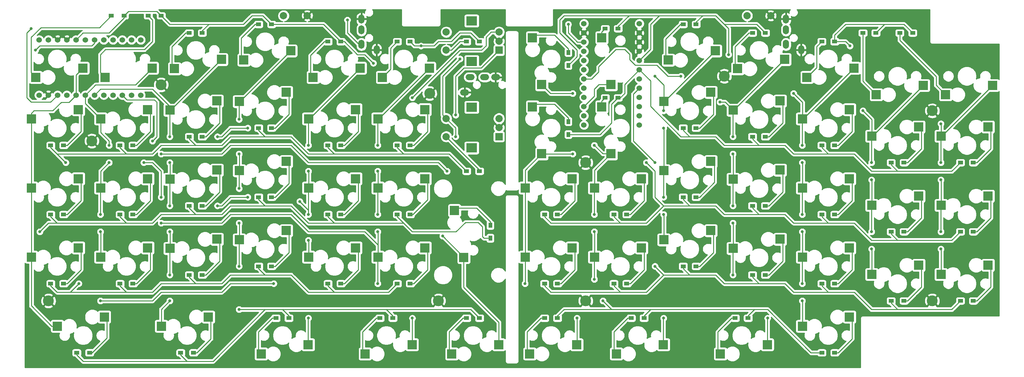
<source format=gbr>
G04 #@! TF.GenerationSoftware,KiCad,Pcbnew,5.1.6-c6e7f7d~87~ubuntu16.04.1*
G04 #@! TF.CreationDate,2020-11-01T04:30:44+09:00*
G04 #@! TF.ProjectId,ninja60,6e696e6a-6136-4302-9e6b-696361645f70,rev?*
G04 #@! TF.SameCoordinates,Original*
G04 #@! TF.FileFunction,Copper,L2,Bot*
G04 #@! TF.FilePolarity,Positive*
%FSLAX46Y46*%
G04 Gerber Fmt 4.6, Leading zero omitted, Abs format (unit mm)*
G04 Created by KiCad (PCBNEW 5.1.6-c6e7f7d~87~ubuntu16.04.1) date 2020-11-01 04:30:44*
%MOMM*%
%LPD*%
G01*
G04 APERTURE LIST*
G04 #@! TA.AperFunction,ComponentPad*
%ADD10C,3.000000*%
G04 #@! TD*
G04 #@! TA.AperFunction,SMDPad,CuDef*
%ADD11R,2.550000X2.500000*%
G04 #@! TD*
G04 #@! TA.AperFunction,SMDPad,CuDef*
%ADD12R,1.400000X1.000000*%
G04 #@! TD*
G04 #@! TA.AperFunction,SMDPad,CuDef*
%ADD13R,1.000000X1.400000*%
G04 #@! TD*
G04 #@! TA.AperFunction,ComponentPad*
%ADD14O,1.700000X2.500000*%
G04 #@! TD*
G04 #@! TA.AperFunction,ComponentPad*
%ADD15O,2.500000X1.700000*%
G04 #@! TD*
G04 #@! TA.AperFunction,ComponentPad*
%ADD16C,2.000000*%
G04 #@! TD*
G04 #@! TA.AperFunction,SMDPad,CuDef*
%ADD17R,2.500000X2.550000*%
G04 #@! TD*
G04 #@! TA.AperFunction,ComponentPad*
%ADD18R,3.000000X2.500000*%
G04 #@! TD*
G04 #@! TA.AperFunction,ComponentPad*
%ADD19R,2.000000X2.000000*%
G04 #@! TD*
G04 #@! TA.AperFunction,ComponentPad*
%ADD20C,1.524000*%
G04 #@! TD*
G04 #@! TA.AperFunction,ViaPad*
%ADD21C,0.800000*%
G04 #@! TD*
G04 #@! TA.AperFunction,Conductor*
%ADD22C,0.250000*%
G04 #@! TD*
G04 #@! TA.AperFunction,Conductor*
%ADD23C,0.254000*%
G04 #@! TD*
G04 APERTURE END LIST*
D10*
X264319860Y-114300480D03*
X321470100Y-123825520D03*
X321470100Y-176213240D03*
X226219700Y-176213240D03*
X226219700Y-138113080D03*
X185738280Y-176213240D03*
X183357020Y-119063000D03*
X78581580Y-176213240D03*
X90487880Y-132159930D03*
X109537960Y-116681740D03*
D11*
X299978750Y-112077500D03*
X287051750Y-114617500D03*
X105854500Y-161607500D03*
X92927500Y-164147500D03*
X111977500Y-142716250D03*
X124904500Y-140176250D03*
X105854500Y-142557500D03*
X92927500Y-145097500D03*
D12*
X99406250Y-97631250D03*
X95856250Y-97631250D03*
X109537500Y-97631250D03*
X105987500Y-97631250D03*
X117287500Y-102393750D03*
X120837500Y-102393750D03*
X139887500Y-100012500D03*
X136337500Y-100012500D03*
X155387500Y-104775000D03*
X158937500Y-104775000D03*
X177987500Y-104775000D03*
X174437500Y-104775000D03*
D13*
X221457180Y-107762960D03*
X221457180Y-111312960D03*
D12*
X235138480Y-101203550D03*
X231588480Y-101203550D03*
X253018750Y-100012500D03*
X256568750Y-100012500D03*
X275618750Y-102393750D03*
X272068750Y-102393750D03*
X291118750Y-104775000D03*
X294668750Y-104775000D03*
X305968750Y-102393750D03*
X302418750Y-102393750D03*
X316100000Y-102393750D03*
X312550000Y-102393750D03*
X193487500Y-104775000D03*
X197037500Y-104775000D03*
X79187500Y-133350000D03*
X82737500Y-133350000D03*
X101787500Y-133350000D03*
X98237500Y-133350000D03*
X117287500Y-130968750D03*
X120837500Y-130968750D03*
X139887500Y-128587500D03*
X136337500Y-128587500D03*
X155387500Y-133350000D03*
X158937500Y-133350000D03*
X177987500Y-133350000D03*
X174437500Y-133350000D03*
D13*
X221457180Y-126813040D03*
X221457180Y-130363040D03*
D12*
X235138480Y-120253630D03*
X231588480Y-120253630D03*
X256568750Y-128587500D03*
X253018750Y-128587500D03*
X275618750Y-130968750D03*
X272068750Y-130968750D03*
X291118750Y-133350000D03*
X294668750Y-133350000D03*
X313718750Y-138112500D03*
X310168750Y-138112500D03*
X329218750Y-138112500D03*
X332768750Y-138112500D03*
X197037500Y-140493750D03*
X193487500Y-140493750D03*
X79187500Y-152400000D03*
X82737500Y-152400000D03*
X101787500Y-152400000D03*
X98237500Y-152400000D03*
X117287500Y-150018750D03*
X120837500Y-150018750D03*
X136337500Y-147637500D03*
X139887500Y-147637500D03*
X158937500Y-152400000D03*
X155387500Y-152400000D03*
X174437500Y-152400000D03*
X177987500Y-152400000D03*
D13*
X200025000Y-155387500D03*
X200025000Y-158937500D03*
D12*
X218468750Y-152400000D03*
X214918750Y-152400000D03*
X233968750Y-152400000D03*
X237518750Y-152400000D03*
X253018750Y-147637500D03*
X256568750Y-147637500D03*
X272068750Y-150018750D03*
X275618750Y-150018750D03*
X291118750Y-152400000D03*
X294668750Y-152400000D03*
X313718750Y-157162500D03*
X310168750Y-157162500D03*
X329218750Y-157162500D03*
X332768750Y-157162500D03*
X82737500Y-171450000D03*
X79187500Y-171450000D03*
X98237500Y-171450000D03*
X101787500Y-171450000D03*
X120837500Y-169068750D03*
X117287500Y-169068750D03*
X136337500Y-166687500D03*
X139887500Y-166687500D03*
X158937500Y-171450000D03*
X155387500Y-171450000D03*
X177987500Y-171450000D03*
X174437500Y-171450000D03*
X218468750Y-171450000D03*
X214918750Y-171450000D03*
X233968750Y-171450000D03*
X237518750Y-171450000D03*
X256568750Y-166687500D03*
X253018750Y-166687500D03*
X272068750Y-169068750D03*
X275618750Y-169068750D03*
X294668750Y-171450000D03*
X291118750Y-171450000D03*
X310168750Y-176212500D03*
X313718750Y-176212500D03*
X332768750Y-176212500D03*
X329218750Y-176212500D03*
X86331250Y-190500000D03*
X89881250Y-190500000D03*
X118456250Y-190500000D03*
X114906250Y-190500000D03*
X144650000Y-180975000D03*
X141100000Y-180975000D03*
X169675000Y-180975000D03*
X173225000Y-180975000D03*
X197037500Y-180975000D03*
X193487500Y-180975000D03*
X214918750Y-180975000D03*
X218468750Y-180975000D03*
X242281250Y-180975000D03*
X238731250Y-180975000D03*
X267306250Y-180975000D03*
X270856250Y-180975000D03*
X294668750Y-190500000D03*
X291118750Y-190500000D03*
D14*
X168787500Y-107050000D03*
X164587500Y-105550000D03*
X164587500Y-101550000D03*
X164587500Y-98550000D03*
X285469940Y-107050400D03*
X281269940Y-105550400D03*
X281269940Y-101550400D03*
X281269940Y-98550400D03*
D15*
X201487500Y-114581250D03*
X198487500Y-114581250D03*
X194487500Y-114581250D03*
X192987500Y-118781250D03*
D16*
X143197490Y-97631660D03*
X149697490Y-97631660D03*
X277094900Y-97631660D03*
X270594900Y-97631660D03*
D11*
X88047500Y-112077500D03*
X75120500Y-114617500D03*
X94170500Y-114617500D03*
X107097500Y-112077500D03*
X126147500Y-109696250D03*
X113220500Y-112236250D03*
X145197500Y-107315000D03*
X132270500Y-109855000D03*
X151320500Y-114617500D03*
X164247500Y-112077500D03*
X170370500Y-114617500D03*
X183297500Y-112077500D03*
D17*
X211614660Y-103695960D03*
X214154660Y-116622960D03*
X233203750Y-116622500D03*
X230663750Y-103695500D03*
D11*
X248951750Y-109855000D03*
X261878750Y-107315000D03*
X268001750Y-112236250D03*
X280928750Y-109696250D03*
X306101750Y-119380000D03*
X319028750Y-116840000D03*
X338078750Y-116840000D03*
X325151750Y-119380000D03*
D16*
X187906250Y-102156250D03*
X187906250Y-107156250D03*
D18*
X194906250Y-99056250D03*
X194906250Y-110256250D03*
D16*
X202406250Y-102156250D03*
X202406250Y-104656250D03*
D19*
X202406250Y-107156250D03*
D11*
X73877500Y-126047500D03*
X86804500Y-123507500D03*
X105854500Y-123507500D03*
X92927500Y-126047500D03*
X111977500Y-123666250D03*
X124904500Y-121126250D03*
X143954500Y-118745000D03*
X131027500Y-121285000D03*
X150077500Y-126047500D03*
X163004500Y-123507500D03*
X182054500Y-123507500D03*
X169127500Y-126047500D03*
D17*
X211614660Y-122746040D03*
X214154660Y-135673040D03*
X233203750Y-135672500D03*
X230663750Y-122745500D03*
D11*
X260635750Y-118745000D03*
X247708750Y-121285000D03*
X266758750Y-123666250D03*
X279685750Y-121126250D03*
X298735750Y-123507500D03*
X285808750Y-126047500D03*
X304858750Y-130810000D03*
X317785750Y-128270000D03*
X336835750Y-128270000D03*
X323908750Y-130810000D03*
X73877500Y-145097500D03*
X86804500Y-142557500D03*
X143954500Y-137795000D03*
X131027500Y-140335000D03*
X150077500Y-145097500D03*
X163004500Y-142557500D03*
X182054500Y-142557500D03*
X169127500Y-145097500D03*
D17*
X192722500Y-164247500D03*
X190182500Y-151320500D03*
D11*
X209608750Y-145097500D03*
X222535750Y-142557500D03*
X241585750Y-142557500D03*
X228658750Y-145097500D03*
X247708750Y-140335000D03*
X260635750Y-137795000D03*
X279685750Y-140176250D03*
X266758750Y-142716250D03*
X285808750Y-145097500D03*
X298735750Y-142557500D03*
X304858750Y-149860000D03*
X317785750Y-147320000D03*
X336835750Y-147320000D03*
X323908750Y-149860000D03*
X73877500Y-164147500D03*
X86804500Y-161607500D03*
X111977500Y-161766250D03*
X124904500Y-159226250D03*
X143954500Y-156845000D03*
X131027500Y-159385000D03*
X150077500Y-164147500D03*
X163004500Y-161607500D03*
X182054500Y-161607500D03*
X169127500Y-164147500D03*
X222535750Y-161607500D03*
X209608750Y-164147500D03*
X228658750Y-164147500D03*
X241585750Y-161607500D03*
X260635750Y-156845000D03*
X247708750Y-159385000D03*
X266758750Y-161766250D03*
X279685750Y-159226250D03*
X298735750Y-161607500D03*
X285808750Y-164147500D03*
X304858750Y-168910000D03*
X317785750Y-166370000D03*
X336835750Y-166370000D03*
X323908750Y-168910000D03*
X81021250Y-183197500D03*
X93948250Y-180657500D03*
X122523250Y-180657500D03*
X109596250Y-183197500D03*
X149960000Y-188277500D03*
X137033000Y-190817500D03*
X165608000Y-190817500D03*
X178535000Y-188277500D03*
X189420500Y-190817500D03*
X202347500Y-188277500D03*
X223778750Y-188277500D03*
X210851750Y-190817500D03*
X247591250Y-188277500D03*
X234664250Y-190817500D03*
X263239250Y-190817500D03*
X276166250Y-188277500D03*
X285808750Y-183197500D03*
X298735750Y-180657500D03*
D20*
X76009500Y-104307350D03*
X78549500Y-104307350D03*
X81089500Y-104307350D03*
X83629500Y-104307350D03*
X86169500Y-104307350D03*
X88709500Y-104307350D03*
X91249500Y-104307350D03*
X93789500Y-104307350D03*
X96329500Y-104307350D03*
X98869500Y-104307350D03*
X101409500Y-104307350D03*
X103949500Y-104307350D03*
X103949500Y-119527350D03*
X101409500Y-119527350D03*
X98869500Y-119527350D03*
X96329500Y-119527350D03*
X93789500Y-119527350D03*
X91249500Y-119527350D03*
X88709500Y-119527350D03*
X86169500Y-119527350D03*
X83629500Y-119527350D03*
X81089500Y-119527350D03*
X78549500Y-119527350D03*
X76009500Y-119527350D03*
X240974880Y-99822480D03*
X240974880Y-102362480D03*
X240974880Y-104902480D03*
X240974880Y-107442480D03*
X240974880Y-109982480D03*
X240974880Y-112522480D03*
X240974880Y-115062480D03*
X240974880Y-117602480D03*
X240974880Y-120142480D03*
X240974880Y-122682480D03*
X240974880Y-125222480D03*
X240974880Y-127762480D03*
X225754880Y-127762480D03*
X225754880Y-125222480D03*
X225754880Y-122682480D03*
X225754880Y-120142480D03*
X225754880Y-117602480D03*
X225754880Y-115062480D03*
X225754880Y-112522480D03*
X225754880Y-109982480D03*
X225754880Y-107442480D03*
X225754880Y-104902480D03*
X225754880Y-102362480D03*
X225754880Y-99822480D03*
D16*
X187906250Y-125968750D03*
X187906250Y-130968750D03*
D18*
X194906250Y-122868750D03*
X194906250Y-134068750D03*
D16*
X202406250Y-125968750D03*
X202406250Y-128468750D03*
D19*
X202406250Y-130968750D03*
D21*
X167878830Y-110728590D03*
X180975760Y-105966070D03*
X265510490Y-108347330D03*
X298848130Y-105966070D03*
X83344100Y-138113080D03*
X76200320Y-157163160D03*
X75009690Y-107156700D03*
X242888520Y-138113080D03*
X86915990Y-171450720D03*
X245269780Y-138113080D03*
X245269780Y-166688200D03*
X130969300Y-178594500D03*
X230982220Y-176213240D03*
X84534730Y-107156700D03*
X261938600Y-102394180D03*
X160735050Y-98822290D03*
X73819060Y-101203550D03*
X221457180Y-100012920D03*
X92869140Y-157163160D03*
X92869140Y-152400640D03*
X95250400Y-133350560D03*
X95250400Y-138113080D03*
X111919220Y-169069460D03*
X111919220Y-150019380D03*
X111919220Y-130969300D03*
X111919220Y-138113080D03*
X111919220Y-176213240D03*
X111919220Y-157163160D03*
X150019380Y-180975760D03*
X130969300Y-166688200D03*
X130969300Y-135731820D03*
X92869140Y-176213240D03*
X130969300Y-126206780D03*
X130969300Y-154781900D03*
X130969300Y-145256860D03*
X140494340Y-171450720D03*
X150019380Y-152400640D03*
X150019380Y-133350560D03*
X150019380Y-140494340D03*
X104775440Y-138113080D03*
X109537960Y-147638120D03*
X147638120Y-148828750D03*
X125016150Y-150019380D03*
X133350560Y-147638120D03*
X150019380Y-159544420D03*
X178594500Y-180975760D03*
X169069460Y-171450720D03*
X169069460Y-152400640D03*
X169069460Y-133350560D03*
X107156700Y-132159930D03*
X169069460Y-157163160D03*
X169069460Y-140494340D03*
X109537960Y-154781900D03*
X209550880Y-171450720D03*
X223838440Y-180975760D03*
X222647810Y-119063000D03*
X222647810Y-135731820D03*
X247651040Y-180975760D03*
X228600960Y-170260090D03*
X228600960Y-157163160D03*
X228600960Y-152400640D03*
X228600960Y-133350560D03*
X247651040Y-152400640D03*
X247651040Y-147638120D03*
X247651040Y-128588040D03*
X247651040Y-123825520D03*
X245269780Y-114300480D03*
X276226160Y-180975760D03*
X266701120Y-169069460D03*
X266701120Y-154781900D03*
X266701120Y-150019380D03*
X266701120Y-135731820D03*
X266701120Y-130969300D03*
X263129230Y-121444260D03*
X285751200Y-176213240D03*
X285751200Y-171450720D03*
X285751200Y-157163160D03*
X285751200Y-152400640D03*
X285751200Y-138113080D03*
X285751200Y-133350560D03*
X283369940Y-119063000D03*
X252413560Y-114300480D03*
X304801280Y-161925680D03*
X304801280Y-157163160D03*
X304801280Y-142875600D03*
X304801280Y-138113080D03*
X302420020Y-123825520D03*
X323851360Y-161925680D03*
X323851360Y-157163160D03*
X323851360Y-142875600D03*
X323851360Y-138113080D03*
X323851360Y-127397410D03*
X186928910Y-158353790D03*
X109537960Y-135731820D03*
X188119540Y-140494340D03*
X190500800Y-130969300D03*
X191691430Y-109537960D03*
X178594500Y-120253630D03*
X190500800Y-125016150D03*
X125016150Y-130969300D03*
X133350560Y-128588040D03*
D22*
X86169500Y-104307350D02*
X88082670Y-102394180D01*
X132159930Y-100012920D02*
X134541190Y-97631660D01*
X137506660Y-97631660D02*
X139887500Y-100012500D01*
X134541190Y-97631660D02*
X137506660Y-97631660D01*
X154175000Y-100012500D02*
X158937500Y-104775000D01*
X139887500Y-100012500D02*
X154175000Y-100012500D01*
X109537500Y-97631250D02*
X109537550Y-97631250D01*
X120837500Y-101810310D02*
X122634890Y-100012920D01*
X120837500Y-102393750D02*
X120837500Y-101810310D01*
X122634890Y-100012920D02*
X132159930Y-100012920D01*
X159887500Y-104775000D02*
X163459830Y-108347330D01*
X158937500Y-104775000D02*
X159887500Y-104775000D01*
X163459830Y-108347330D02*
X165497570Y-108347330D01*
X165497570Y-108347330D02*
X167878830Y-110728590D01*
X179178570Y-105966070D02*
X177987500Y-104775000D01*
X180975760Y-105966070D02*
X179178570Y-105966070D01*
X180975760Y-105966070D02*
X184547650Y-105966070D01*
X184547650Y-105966070D02*
X185738280Y-104775440D01*
X185738280Y-104775440D02*
X189310170Y-104775440D01*
X189310170Y-104775440D02*
X191691430Y-102394180D01*
X194656680Y-102394180D02*
X197037500Y-104775000D01*
X191691430Y-102394180D02*
X194656680Y-102394180D01*
X99406250Y-97631250D02*
X100596470Y-96441030D01*
X108347280Y-96441030D02*
X109537500Y-97631250D01*
X100596470Y-96441030D02*
X108347280Y-96441030D01*
X99406250Y-97631250D02*
X99406250Y-98238330D01*
X95250400Y-102394180D02*
X92869140Y-102394180D01*
X99406250Y-98238330D02*
X95250400Y-102394180D01*
X92869140Y-102394180D02*
X94059770Y-102394180D01*
X88082670Y-102394180D02*
X92869140Y-102394180D01*
X111919170Y-100012920D02*
X109537500Y-97631250D01*
X122634890Y-100012920D02*
X111919170Y-100012920D01*
X92576545Y-100910955D02*
X95856250Y-97631250D01*
X75120500Y-114617500D02*
X73819060Y-113316060D01*
X73819060Y-113316060D02*
X73819060Y-103584810D01*
X73819060Y-103584810D02*
X76492915Y-100910955D01*
X76492915Y-100910955D02*
X92576545Y-100910955D01*
X107156700Y-98822290D02*
X105987500Y-97653090D01*
X105987500Y-97653090D02*
X105987500Y-97631250D01*
X94170500Y-114617500D02*
X92869140Y-113316140D01*
X92869140Y-113316140D02*
X92869140Y-108347330D01*
X92869140Y-108347330D02*
X94233971Y-106982499D01*
X107156700Y-104775440D02*
X107156700Y-98822290D01*
X104949641Y-106982499D02*
X107156700Y-104775440D01*
X94233971Y-106982499D02*
X104949641Y-106982499D01*
X116337500Y-102393750D02*
X117287500Y-102393750D01*
X112527499Y-106203751D02*
X116337500Y-102393750D01*
X112527499Y-111543249D02*
X112527499Y-106203751D01*
X113220500Y-112236250D02*
X112527499Y-111543249D01*
X131577499Y-103822501D02*
X135387500Y-100012500D01*
X135387500Y-100012500D02*
X136337500Y-100012500D01*
X131577499Y-109161999D02*
X131577499Y-103822501D01*
X132270500Y-109855000D02*
X131577499Y-109161999D01*
X154437500Y-104775000D02*
X155387500Y-104775000D01*
X150627499Y-108585001D02*
X154437500Y-104775000D01*
X150627499Y-113924499D02*
X150627499Y-108585001D01*
X151320500Y-114617500D02*
X150627499Y-113924499D01*
X172587501Y-106624999D02*
X174437500Y-104775000D01*
X172587501Y-112400499D02*
X172587501Y-106624999D01*
X170370500Y-114617500D02*
X172587501Y-112400499D01*
X221457180Y-106812960D02*
X221457180Y-107762960D01*
X212307661Y-103002959D02*
X217647179Y-103002959D01*
X217647179Y-103002959D02*
X221457180Y-106812960D01*
X211614660Y-103695960D02*
X212307661Y-103002959D01*
X261938600Y-97631660D02*
X264319860Y-100012920D01*
X273237920Y-100012920D02*
X275618750Y-102393750D01*
X264319860Y-100012920D02*
X273237920Y-100012920D01*
X264319860Y-100012920D02*
X265510490Y-101203550D01*
X265510490Y-101203550D02*
X265510490Y-108347330D01*
X294668750Y-104775000D02*
X294668750Y-103001670D01*
X294668750Y-103001670D02*
X297657500Y-100012920D01*
X313719170Y-100012920D02*
X316100000Y-102393750D01*
X305992340Y-102393750D02*
X308373170Y-100012920D01*
X305968750Y-102393750D02*
X305992340Y-102393750D01*
X308373170Y-100012920D02*
X313719170Y-100012920D01*
X297657500Y-100012920D02*
X308373170Y-100012920D01*
X235138480Y-100619180D02*
X238126000Y-97631660D01*
X235138480Y-101203550D02*
X235138480Y-100619180D01*
X256568750Y-99429620D02*
X258366710Y-97631660D01*
X258366710Y-97631660D02*
X261938600Y-97631660D01*
X256568750Y-100012500D02*
X256568750Y-99429620D01*
X244079150Y-100012920D02*
X246460410Y-97631660D01*
X246460410Y-97631660D02*
X258366710Y-97631660D01*
X238126000Y-97631660D02*
X246460410Y-97631660D01*
X297657060Y-104775000D02*
X294668750Y-104775000D01*
X298848130Y-105966070D02*
X297657060Y-104775000D01*
X244079150Y-106878210D02*
X240974880Y-109982480D01*
X244079150Y-100012920D02*
X244079150Y-106878210D01*
X238126000Y-97631660D02*
X220266550Y-97631660D01*
X220266550Y-97631660D02*
X219075920Y-98822290D01*
X219075920Y-98822290D02*
X219075920Y-102394180D01*
X219075920Y-102394180D02*
X223838440Y-107156700D01*
X223838440Y-108931700D02*
X221457180Y-111312960D01*
X223838440Y-107156700D02*
X223838440Y-108931700D01*
X230663750Y-102128280D02*
X231588480Y-101203550D01*
X230663750Y-103695500D02*
X230663750Y-102128280D01*
X252322848Y-100012500D02*
X253018750Y-100012500D01*
X248258749Y-109161999D02*
X248258749Y-104076599D01*
X248258749Y-104076599D02*
X252322848Y-100012500D01*
X248951750Y-109855000D02*
X248258749Y-109161999D01*
X271118750Y-102393750D02*
X272068750Y-102393750D01*
X267308749Y-106203751D02*
X271118750Y-102393750D01*
X267308749Y-111543249D02*
X267308749Y-106203751D01*
X268001750Y-112236250D02*
X267308749Y-111543249D01*
X289756749Y-106137001D02*
X291118750Y-104775000D01*
X289756749Y-111912501D02*
X289756749Y-106137001D01*
X287051750Y-114617500D02*
X289756749Y-111912501D01*
X302418750Y-115697000D02*
X302418750Y-102393750D01*
X306101750Y-119380000D02*
X302418750Y-115697000D01*
X325151750Y-119380000D02*
X322557110Y-116785360D01*
X322557110Y-116785360D02*
X322557110Y-114404100D01*
X312550000Y-104396990D02*
X312550000Y-104170500D01*
X322557110Y-114404100D02*
X312550000Y-104396990D01*
X312550000Y-104170500D02*
X312550000Y-102393750D01*
X193487500Y-104775000D02*
X191691870Y-104775000D01*
X189310620Y-107156250D02*
X187906250Y-107156250D01*
X191691870Y-104775000D02*
X189310620Y-107156250D01*
X79187500Y-133350000D02*
X79187500Y-133956250D01*
X79187500Y-133956250D02*
X80962500Y-135731250D01*
X107156250Y-135731250D02*
X109537500Y-133350000D01*
X126206250Y-133350000D02*
X128587500Y-130968750D01*
X145256250Y-130968750D02*
X150018750Y-135731250D01*
X188725000Y-135731250D02*
X193487500Y-140493750D01*
X98237500Y-133956250D02*
X100012500Y-135731250D01*
X98237500Y-133350000D02*
X98237500Y-133956250D01*
X100012500Y-135731250D02*
X107156250Y-135731250D01*
X80962500Y-135731250D02*
X100012500Y-135731250D01*
X117287500Y-131575000D02*
X119062500Y-133350000D01*
X117287500Y-130968750D02*
X117287500Y-131575000D01*
X119062500Y-133350000D02*
X126206250Y-133350000D01*
X109537500Y-133350000D02*
X119062500Y-133350000D01*
X136337500Y-129193750D02*
X138112500Y-130968750D01*
X136337500Y-128587500D02*
X136337500Y-129193750D01*
X138112500Y-130968750D02*
X145256250Y-130968750D01*
X128587500Y-130968750D02*
X138112500Y-130968750D01*
X155387500Y-133350000D02*
X155387500Y-133956250D01*
X155387500Y-133956250D02*
X157162500Y-135731250D01*
X150018750Y-135731250D02*
X157162500Y-135731250D01*
X174437500Y-133350000D02*
X174437500Y-133956250D01*
X174437500Y-133956250D02*
X176212500Y-135731250D01*
X176212500Y-135731250D02*
X188725000Y-135731250D01*
X157162500Y-135731250D02*
X176212500Y-135731250D01*
X80962500Y-135731480D02*
X83344100Y-138113080D01*
X80962500Y-135731250D02*
X80962500Y-135731480D01*
X83687500Y-133350000D02*
X82737500Y-133350000D01*
X87497501Y-129539999D02*
X83687500Y-133350000D01*
X87497501Y-124200501D02*
X87497501Y-129539999D01*
X86804500Y-123507500D02*
X87497501Y-124200501D01*
X102737500Y-133350000D02*
X101787500Y-133350000D01*
X106547501Y-129539999D02*
X102737500Y-133350000D01*
X106547501Y-124200501D02*
X106547501Y-129539999D01*
X105854500Y-123507500D02*
X106547501Y-124200501D01*
X121787500Y-130968750D02*
X120837500Y-130968750D01*
X125597501Y-127158749D02*
X121787500Y-130968750D01*
X125597501Y-121819251D02*
X125597501Y-127158749D01*
X124904500Y-121126250D02*
X125597501Y-121819251D01*
X144647501Y-119438001D02*
X144647501Y-124777499D01*
X140837500Y-128587500D02*
X139887500Y-128587500D01*
X144647501Y-124777499D02*
X140837500Y-128587500D01*
X143954500Y-118745000D02*
X144647501Y-119438001D01*
X159887500Y-133350000D02*
X158937500Y-133350000D01*
X163697501Y-129539999D02*
X159887500Y-133350000D01*
X163697501Y-124200501D02*
X163697501Y-129539999D01*
X163004500Y-123507500D02*
X163697501Y-124200501D01*
X182747501Y-129539999D02*
X178937500Y-133350000D01*
X182747501Y-124200501D02*
X182747501Y-129539999D01*
X178937500Y-133350000D02*
X177987500Y-133350000D01*
X182054500Y-123507500D02*
X182747501Y-124200501D01*
X217647179Y-122053039D02*
X221457180Y-125863040D01*
X212307661Y-122053039D02*
X217647179Y-122053039D01*
X221457180Y-125863040D02*
X221457180Y-126813040D01*
X211614660Y-122746040D02*
X212307661Y-122053039D01*
X253018750Y-128587500D02*
X253018750Y-129193230D01*
X253018750Y-129193230D02*
X254794820Y-130969300D01*
X261938600Y-130969300D02*
X264319860Y-133350560D01*
X280988680Y-133350560D02*
X283369940Y-135731820D01*
X300038760Y-135731820D02*
X304801280Y-140494340D01*
X326836910Y-140494340D02*
X329218750Y-138112500D01*
X310168750Y-138718030D02*
X311945060Y-140494340D01*
X310168750Y-138112500D02*
X310168750Y-138718030D01*
X311945060Y-140494340D02*
X326836910Y-140494340D01*
X304801280Y-140494340D02*
X311945060Y-140494340D01*
X292894980Y-135731820D02*
X300038760Y-135731820D01*
X291118750Y-133955590D02*
X292894980Y-135731820D01*
X291118750Y-133350000D02*
X291118750Y-133955590D01*
X283369940Y-135731820D02*
X292894980Y-135731820D01*
X272068750Y-131574410D02*
X273844900Y-133350560D01*
X273844900Y-133350560D02*
X280988680Y-133350560D01*
X272068750Y-130968750D02*
X272068750Y-131574410D01*
X264319860Y-133350560D02*
X273844900Y-133350560D01*
X255985450Y-130969300D02*
X261938600Y-130969300D01*
X254794820Y-130969300D02*
X255985450Y-130969300D01*
X230186808Y-130363040D02*
X221457180Y-130363040D01*
X233363480Y-127186368D02*
X230186808Y-130363040D01*
X233363480Y-122028630D02*
X233363480Y-127186368D01*
X235138480Y-120253630D02*
X233363480Y-122028630D01*
X244079150Y-115626750D02*
X240974880Y-112522480D01*
X244079150Y-122634890D02*
X244079150Y-115626750D01*
X252413560Y-130969300D02*
X244079150Y-122634890D01*
X255985450Y-130969300D02*
X252413560Y-130969300D01*
X235138480Y-120253630D02*
X235744740Y-120253630D01*
X235744740Y-120253630D02*
X236935370Y-119063000D01*
X236935370Y-116561990D02*
X240974880Y-112522480D01*
X236935370Y-119063000D02*
X236935370Y-116561990D01*
X230663750Y-121178360D02*
X231588480Y-120253630D01*
X230663750Y-122745500D02*
X230663750Y-121178360D01*
X257518750Y-128587500D02*
X256568750Y-128587500D01*
X261328751Y-124777499D02*
X257518750Y-128587500D01*
X261328751Y-119438001D02*
X261328751Y-124777499D01*
X260635750Y-118745000D02*
X261328751Y-119438001D01*
X276568750Y-130968750D02*
X275618750Y-130968750D01*
X280378751Y-121819251D02*
X280378751Y-127158749D01*
X280378751Y-127158749D02*
X276568750Y-130968750D01*
X279685750Y-121126250D02*
X280378751Y-121819251D01*
X299428751Y-129539999D02*
X295618750Y-133350000D01*
X299428751Y-124200501D02*
X299428751Y-129539999D01*
X295618750Y-133350000D02*
X294668750Y-133350000D01*
X298735750Y-123507500D02*
X299428751Y-124200501D01*
X314668750Y-138112500D02*
X313718750Y-138112500D01*
X318478751Y-134302499D02*
X314668750Y-138112500D01*
X318478751Y-128963001D02*
X318478751Y-134302499D01*
X317785750Y-128270000D02*
X318478751Y-128963001D01*
X337528751Y-134302499D02*
X333718750Y-138112500D01*
X333718750Y-138112500D02*
X332768750Y-138112500D01*
X337528751Y-128963001D02*
X337528751Y-134302499D01*
X336835750Y-128270000D02*
X337528751Y-128963001D01*
X197037500Y-140100000D02*
X197037500Y-140493750D01*
X187906250Y-130968750D02*
X197037500Y-140100000D01*
X79187500Y-152400000D02*
X79187500Y-153006250D01*
X79187500Y-153006250D02*
X80962500Y-154781250D01*
X107156250Y-154781250D02*
X109537500Y-152400000D01*
X126206250Y-152400000D02*
X128587500Y-150018750D01*
X145256250Y-150018750D02*
X150018750Y-154781250D01*
X174437500Y-152400000D02*
X174437500Y-153006250D01*
X155387500Y-152400000D02*
X155387500Y-153006250D01*
X157162500Y-154781250D02*
X176212500Y-154781250D01*
X155387500Y-153006250D02*
X157162500Y-154781250D01*
X150018750Y-154781250D02*
X157162500Y-154781250D01*
X136337500Y-148243750D02*
X138112500Y-150018750D01*
X136337500Y-147637500D02*
X136337500Y-148243750D01*
X138112500Y-150018750D02*
X145256250Y-150018750D01*
X128587500Y-150018750D02*
X138112500Y-150018750D01*
X117287500Y-150625000D02*
X119062500Y-152400000D01*
X117287500Y-150018750D02*
X117287500Y-150625000D01*
X119062500Y-152400000D02*
X126206250Y-152400000D01*
X109537500Y-152400000D02*
X119062500Y-152400000D01*
X98237500Y-153006250D02*
X100012500Y-154781250D01*
X98237500Y-152400000D02*
X98237500Y-153006250D01*
X100012500Y-154781250D02*
X107156250Y-154781250D01*
X78582230Y-154781250D02*
X80963490Y-154781250D01*
X76200320Y-157163160D02*
X78582230Y-154781250D01*
X80963490Y-154781250D02*
X100012500Y-154781250D01*
X80962500Y-154781250D02*
X80963490Y-154781250D01*
X91249500Y-104307350D02*
X91249500Y-105204450D01*
X91249500Y-105204450D02*
X90487880Y-105966070D01*
X90487880Y-105966070D02*
X76200320Y-105966070D01*
X76200320Y-105966070D02*
X75009690Y-107156700D01*
X196644999Y-154607499D02*
X193164903Y-154607499D01*
X193164903Y-154607499D02*
X190609242Y-157163160D01*
X190609242Y-157163160D02*
X178594500Y-157163160D01*
X175617970Y-154186630D02*
X175617880Y-154186630D01*
X178594500Y-157163160D02*
X175617970Y-154186630D01*
X175617880Y-154186630D02*
X176212500Y-154781250D01*
X174437500Y-153006250D02*
X175617880Y-154186630D01*
X200025000Y-158937500D02*
X198251500Y-158937500D01*
X197827305Y-158513305D02*
X197827305Y-155789805D01*
X198251500Y-158937500D02*
X197827305Y-158513305D01*
X197827305Y-155789805D02*
X196644999Y-154607499D01*
X87497501Y-148589999D02*
X83687500Y-152400000D01*
X87497501Y-143250501D02*
X87497501Y-148589999D01*
X83687500Y-152400000D02*
X82737500Y-152400000D01*
X86804500Y-142557500D02*
X87497501Y-143250501D01*
X102737500Y-152400000D02*
X101787500Y-152400000D01*
X106547501Y-148589999D02*
X102737500Y-152400000D01*
X106547501Y-143250501D02*
X106547501Y-148589999D01*
X105854500Y-142557500D02*
X106547501Y-143250501D01*
X121787500Y-150018750D02*
X120837500Y-150018750D01*
X125597501Y-146208749D02*
X121787500Y-150018750D01*
X125597501Y-140869251D02*
X125597501Y-146208749D01*
X124904500Y-140176250D02*
X125597501Y-140869251D01*
X144647501Y-143827499D02*
X140837500Y-147637500D01*
X144647501Y-138488001D02*
X144647501Y-143827499D01*
X140837500Y-147637500D02*
X139887500Y-147637500D01*
X143954500Y-137795000D02*
X144647501Y-138488001D01*
X159887500Y-152400000D02*
X158937500Y-152400000D01*
X163697501Y-148589999D02*
X159887500Y-152400000D01*
X163697501Y-143250501D02*
X163697501Y-148589999D01*
X163004500Y-142557500D02*
X163697501Y-143250501D01*
X178683402Y-152400000D02*
X177987500Y-152400000D01*
X182747501Y-148335901D02*
X178683402Y-152400000D01*
X182747501Y-143250501D02*
X182747501Y-148335901D01*
X182054500Y-142557500D02*
X182747501Y-143250501D01*
X190875501Y-150627499D02*
X196214999Y-150627499D01*
X200025000Y-154437500D02*
X200025000Y-155387500D01*
X196214999Y-150627499D02*
X200025000Y-154437500D01*
X190182500Y-151320500D02*
X190875501Y-150627499D01*
X219418750Y-152400000D02*
X218468750Y-152400000D01*
X223228751Y-148589999D02*
X219418750Y-152400000D01*
X223228751Y-143250501D02*
X223228751Y-148589999D01*
X222535750Y-142557500D02*
X223228751Y-143250501D01*
X214918750Y-152400000D02*
X214918750Y-153005990D01*
X214918750Y-153005990D02*
X216694660Y-154781900D01*
X242888520Y-154781900D02*
X247651040Y-150019380D01*
X261938600Y-150019380D02*
X264319860Y-152400640D01*
X280988680Y-152400640D02*
X283369940Y-154781900D01*
X300038760Y-154781900D02*
X304801280Y-159544420D01*
X326836830Y-159544420D02*
X329218750Y-157162500D01*
X310168750Y-157162500D02*
X310168750Y-157768110D01*
X310168750Y-157768110D02*
X311945060Y-159544420D01*
X311945060Y-159544420D02*
X326836830Y-159544420D01*
X304801280Y-159544420D02*
X311945060Y-159544420D01*
X291118750Y-152400000D02*
X291118750Y-153005670D01*
X291118750Y-153005670D02*
X292894980Y-154781900D01*
X292894980Y-154781900D02*
X300038760Y-154781900D01*
X283369940Y-154781900D02*
X292894980Y-154781900D01*
X272068750Y-150624490D02*
X273844900Y-152400640D01*
X272068750Y-150018750D02*
X272068750Y-150624490D01*
X273844900Y-152400640D02*
X280988680Y-152400640D01*
X264319860Y-152400640D02*
X273844900Y-152400640D01*
X253018750Y-148243310D02*
X254794820Y-150019380D01*
X253018750Y-147637500D02*
X253018750Y-148243310D01*
X254794820Y-150019380D02*
X261938600Y-150019380D01*
X233968750Y-153005910D02*
X235744740Y-154781900D01*
X233968750Y-152400000D02*
X233968750Y-153005910D01*
X235744740Y-154781900D02*
X242888520Y-154781900D01*
X216694660Y-154781900D02*
X235744740Y-154781900D01*
X247651040Y-150019380D02*
X254794820Y-150019380D01*
X242888520Y-138113080D02*
X245269780Y-140494340D01*
X245269780Y-147638120D02*
X247651040Y-150019380D01*
X245269780Y-140494340D02*
X245269780Y-147638120D01*
X238468750Y-152400000D02*
X237518750Y-152400000D01*
X242278751Y-148589999D02*
X238468750Y-152400000D01*
X242278751Y-143250501D02*
X242278751Y-148589999D01*
X241585750Y-142557500D02*
X242278751Y-143250501D01*
X261620520Y-143535730D02*
X257518750Y-147637500D01*
X261620520Y-138779770D02*
X261620520Y-143535730D01*
X257518750Y-147637500D02*
X256568750Y-147637500D01*
X260635750Y-137795000D02*
X261620520Y-138779770D01*
X276568750Y-150018750D02*
X275618750Y-150018750D01*
X280378751Y-146208749D02*
X276568750Y-150018750D01*
X280378751Y-140869251D02*
X280378751Y-146208749D01*
X279685750Y-140176250D02*
X280378751Y-140869251D01*
X295618750Y-152400000D02*
X294668750Y-152400000D01*
X299428751Y-148589999D02*
X295618750Y-152400000D01*
X299428751Y-143250501D02*
X299428751Y-148589999D01*
X298735750Y-142557500D02*
X299428751Y-143250501D01*
X318478751Y-148013001D02*
X318478751Y-153352499D01*
X314668750Y-157162500D02*
X313718750Y-157162500D01*
X318478751Y-153352499D02*
X314668750Y-157162500D01*
X317785750Y-147320000D02*
X318478751Y-148013001D01*
X333718750Y-157162500D02*
X332768750Y-157162500D01*
X337528751Y-153352499D02*
X333718750Y-157162500D01*
X337528751Y-148013001D02*
X337528751Y-153352499D01*
X336835750Y-147320000D02*
X337528751Y-148013001D01*
X83687500Y-171450000D02*
X82737500Y-171450000D01*
X87497501Y-167639999D02*
X83687500Y-171450000D01*
X87497501Y-162300501D02*
X87497501Y-167639999D01*
X86804500Y-161607500D02*
X87497501Y-162300501D01*
X107156250Y-173831250D02*
X109537500Y-171450000D01*
X126206250Y-171450000D02*
X128587500Y-169068750D01*
X145256250Y-169068750D02*
X150018750Y-173831250D01*
X172056250Y-173831250D02*
X174437500Y-171450000D01*
X155387500Y-172056250D02*
X157162500Y-173831250D01*
X155387500Y-171450000D02*
X155387500Y-172056250D01*
X157162500Y-173831250D02*
X172056250Y-173831250D01*
X150018750Y-173831250D02*
X157162500Y-173831250D01*
X136337500Y-167293750D02*
X138112500Y-169068750D01*
X136337500Y-166687500D02*
X136337500Y-167293750D01*
X138112500Y-169068750D02*
X145256250Y-169068750D01*
X128587500Y-169068750D02*
X138112500Y-169068750D01*
X117287500Y-169675000D02*
X119062500Y-171450000D01*
X117287500Y-169068750D02*
X117287500Y-169675000D01*
X119062500Y-171450000D02*
X126206250Y-171450000D01*
X109537500Y-171450000D02*
X119062500Y-171450000D01*
X98237500Y-171450000D02*
X98237500Y-172056250D01*
X98237500Y-172056250D02*
X100012500Y-173831250D01*
X100012500Y-173831250D02*
X107156250Y-173831250D01*
X84535460Y-173831250D02*
X100012500Y-173831250D01*
X80962500Y-173831250D02*
X79187500Y-172056250D01*
X79187500Y-172056250D02*
X79187500Y-171450000D01*
X84535460Y-173831250D02*
X80962500Y-173831250D01*
X86915990Y-171450720D02*
X84535460Y-173831250D01*
X102737500Y-171450000D02*
X101787500Y-171450000D01*
X106547501Y-167639999D02*
X102737500Y-171450000D01*
X106547501Y-162300501D02*
X106547501Y-167639999D01*
X105854500Y-161607500D02*
X106547501Y-162300501D01*
X125597501Y-165258749D02*
X121787500Y-169068750D01*
X121787500Y-169068750D02*
X120837500Y-169068750D01*
X125597501Y-159919251D02*
X125597501Y-165258749D01*
X124904500Y-159226250D02*
X125597501Y-159919251D01*
X140837500Y-166687500D02*
X139887500Y-166687500D01*
X144647501Y-162877499D02*
X140837500Y-166687500D01*
X144647501Y-157538001D02*
X144647501Y-162877499D01*
X143954500Y-156845000D02*
X144647501Y-157538001D01*
X159887500Y-171450000D02*
X158937500Y-171450000D01*
X163697501Y-167639999D02*
X159887500Y-171450000D01*
X163697501Y-162300501D02*
X163697501Y-167639999D01*
X163004500Y-161607500D02*
X163697501Y-162300501D01*
X178937500Y-171450000D02*
X177987500Y-171450000D01*
X182747501Y-167639999D02*
X178937500Y-171450000D01*
X182747501Y-162300501D02*
X182747501Y-167639999D01*
X182054500Y-161607500D02*
X182747501Y-162300501D01*
X223228751Y-167639999D02*
X219418750Y-171450000D01*
X219418750Y-171450000D02*
X218468750Y-171450000D01*
X223228751Y-162300501D02*
X223228751Y-167639999D01*
X222535750Y-161607500D02*
X223228751Y-162300501D01*
X214918750Y-171450000D02*
X214918750Y-172056070D01*
X214918750Y-172056070D02*
X216694660Y-173831980D01*
X242888520Y-173831980D02*
X247651040Y-169069460D01*
X261938600Y-169069460D02*
X264319860Y-171450720D01*
X280988680Y-171450720D02*
X283369940Y-173831980D01*
X300038760Y-173831980D02*
X304801280Y-178594500D01*
X326836750Y-178594500D02*
X329218750Y-176212500D01*
X310168750Y-176212500D02*
X310168750Y-176818190D01*
X310168750Y-176818190D02*
X311945060Y-178594500D01*
X311945060Y-178594500D02*
X326836750Y-178594500D01*
X304801280Y-178594500D02*
X311945060Y-178594500D01*
X291118750Y-172055750D02*
X292894980Y-173831980D01*
X291118750Y-171450000D02*
X291118750Y-172055750D01*
X292894980Y-173831980D02*
X300038760Y-173831980D01*
X283369940Y-173831980D02*
X292894980Y-173831980D01*
X272068750Y-169068750D02*
X272068750Y-169674570D01*
X272068750Y-169674570D02*
X273844900Y-171450720D01*
X273844900Y-171450720D02*
X280988680Y-171450720D01*
X264319860Y-171450720D02*
X273844900Y-171450720D01*
X253018750Y-167293390D02*
X254794820Y-169069460D01*
X253018750Y-166687500D02*
X253018750Y-167293390D01*
X254794820Y-169069460D02*
X261938600Y-169069460D01*
X247651040Y-169069460D02*
X254794820Y-169069460D01*
X233968750Y-172055990D02*
X235744740Y-173831980D01*
X235744740Y-173831980D02*
X242888520Y-173831980D01*
X233968750Y-171450000D02*
X233968750Y-172055990D01*
X216694660Y-173831980D02*
X235744740Y-173831980D01*
X245269780Y-166688200D02*
X247651040Y-169069460D01*
X239316630Y-132159930D02*
X245269780Y-138113080D01*
X239316630Y-119260730D02*
X240974880Y-117602480D01*
X239316630Y-132159930D02*
X239316630Y-119260730D01*
X238468750Y-171450000D02*
X237518750Y-171450000D01*
X242278751Y-167639999D02*
X238468750Y-171450000D01*
X242278751Y-162300501D02*
X242278751Y-167639999D01*
X241585750Y-161607500D02*
X242278751Y-162300501D01*
X257518750Y-166687500D02*
X256568750Y-166687500D01*
X261328751Y-162877499D02*
X257518750Y-166687500D01*
X261328751Y-157538001D02*
X261328751Y-162877499D01*
X260635750Y-156845000D02*
X261328751Y-157538001D01*
X276568750Y-169068750D02*
X275618750Y-169068750D01*
X280378751Y-165258749D02*
X276568750Y-169068750D01*
X280378751Y-159919251D02*
X280378751Y-165258749D01*
X279685750Y-159226250D02*
X280378751Y-159919251D01*
X295618750Y-171450000D02*
X294668750Y-171450000D01*
X299428751Y-167639999D02*
X295618750Y-171450000D01*
X299428751Y-162300501D02*
X299428751Y-167639999D01*
X298735750Y-161607500D02*
X299428751Y-162300501D01*
X314668750Y-176212500D02*
X313718750Y-176212500D01*
X318478751Y-172402499D02*
X314668750Y-176212500D01*
X318478751Y-167063001D02*
X318478751Y-172402499D01*
X317785750Y-166370000D02*
X318478751Y-167063001D01*
X333718750Y-176212500D02*
X332768750Y-176212500D01*
X337528751Y-172402499D02*
X333718750Y-176212500D01*
X337528751Y-167063001D02*
X337528751Y-172402499D01*
X336835750Y-166370000D02*
X337528751Y-167063001D01*
X86331250Y-190500000D02*
X86331250Y-191106250D01*
X86331250Y-191106250D02*
X88106250Y-192881250D01*
X123825000Y-192881250D02*
X138112500Y-178593750D01*
X194656250Y-178593750D02*
X197037500Y-180975000D01*
X173225000Y-180368750D02*
X171450000Y-178593750D01*
X173225000Y-180975000D02*
X173225000Y-180368750D01*
X171450000Y-178593750D02*
X194656250Y-178593750D01*
X144650000Y-180368750D02*
X142875000Y-178593750D01*
X144650000Y-180975000D02*
X144650000Y-180368750D01*
X142875000Y-178593750D02*
X171450000Y-178593750D01*
X114906250Y-190500000D02*
X114906250Y-191106250D01*
X116681250Y-192881250D02*
X123825000Y-192881250D01*
X114906250Y-191106250D02*
X116681250Y-192881250D01*
X88106250Y-192881250D02*
X116681250Y-192881250D01*
X139303710Y-178594500D02*
X139304460Y-178593750D01*
X130969300Y-178594500D02*
X139303710Y-178594500D01*
X139304460Y-178593750D02*
X142875000Y-178593750D01*
X138112500Y-178593750D02*
X139304460Y-178593750D01*
X94641251Y-186435901D02*
X90577152Y-190500000D01*
X90577152Y-190500000D02*
X89881250Y-190500000D01*
X94641251Y-181350501D02*
X94641251Y-186435901D01*
X93948250Y-180657500D02*
X94641251Y-181350501D01*
X119406250Y-190500000D02*
X118456250Y-190500000D01*
X123216251Y-186689999D02*
X119406250Y-190500000D01*
X123216251Y-181350501D02*
X123216251Y-186689999D01*
X122523250Y-180657500D02*
X123216251Y-181350501D01*
X140150000Y-180975000D02*
X141100000Y-180975000D01*
X136339999Y-184785001D02*
X140150000Y-180975000D01*
X136339999Y-190124499D02*
X136339999Y-184785001D01*
X137033000Y-190817500D02*
X136339999Y-190124499D01*
X164914999Y-184785001D02*
X168725000Y-180975000D01*
X168725000Y-180975000D02*
X169675000Y-180975000D01*
X164914999Y-190124499D02*
X164914999Y-184785001D01*
X165608000Y-190817500D02*
X164914999Y-190124499D01*
X192537500Y-180975000D02*
X193487500Y-180975000D01*
X188727499Y-184785001D02*
X192537500Y-180975000D01*
X188727499Y-190124499D02*
X188727499Y-184785001D01*
X189420500Y-190817500D02*
X188727499Y-190124499D01*
X213968750Y-180975000D02*
X214918750Y-180975000D01*
X210158749Y-184785001D02*
X213968750Y-180975000D01*
X210158749Y-190124499D02*
X210158749Y-184785001D01*
X210851750Y-190817500D02*
X210158749Y-190124499D01*
X218468750Y-180975000D02*
X218468750Y-180392300D01*
X218468750Y-180392300D02*
X220266550Y-178594500D01*
X288131660Y-190500000D02*
X291118750Y-190500000D01*
X276226160Y-178594500D02*
X288131660Y-190500000D01*
X242281250Y-180975000D02*
X242281250Y-180392400D01*
X242281250Y-180392400D02*
X244079150Y-178594500D01*
X270856250Y-180392520D02*
X272654270Y-178594500D01*
X270856250Y-180975000D02*
X270856250Y-180392520D01*
X272654270Y-178594500D02*
X276226160Y-178594500D01*
X244079150Y-178594500D02*
X272654270Y-178594500D01*
X230982220Y-176213240D02*
X233363480Y-178594500D01*
X233363480Y-178594500D02*
X244079150Y-178594500D01*
X220266550Y-178594500D02*
X233363480Y-178594500D01*
X237781250Y-180975000D02*
X238731250Y-180975000D01*
X233971249Y-184785001D02*
X237781250Y-180975000D01*
X233971249Y-190124499D02*
X233971249Y-184785001D01*
X234664250Y-190817500D02*
X233971249Y-190124499D01*
X262546249Y-184785001D02*
X266356250Y-180975000D01*
X262546249Y-190124499D02*
X262546249Y-184785001D01*
X266356250Y-180975000D02*
X267306250Y-180975000D01*
X263239250Y-190817500D02*
X262546249Y-190124499D01*
X295618750Y-190500000D02*
X294668750Y-190500000D01*
X299428751Y-186689999D02*
X295618750Y-190500000D01*
X299428751Y-181350501D02*
X299428751Y-186689999D01*
X298735750Y-180657500D02*
X299428751Y-181350501D01*
X164587500Y-105550000D02*
X163890870Y-105550000D01*
X160735050Y-102394180D02*
X160735050Y-98822290D01*
X163890870Y-105550000D02*
X160735050Y-102394180D01*
X72628430Y-102394180D02*
X73819060Y-101203550D01*
X81089500Y-119527350D02*
X79172590Y-121444260D01*
X73819060Y-121444260D02*
X72628430Y-120253630D01*
X79172590Y-121444260D02*
X73819060Y-121444260D01*
X72628430Y-120253630D02*
X72628430Y-102394180D01*
X225754880Y-104902480D02*
X223965480Y-104902480D01*
X221457180Y-102394180D02*
X221457180Y-100012920D01*
X223965480Y-104902480D02*
X221457180Y-102394180D01*
X73877500Y-177578750D02*
X73877500Y-164147500D01*
X79496250Y-183197500D02*
X73877500Y-177578750D01*
X81021250Y-183197500D02*
X79496250Y-183197500D01*
X73877500Y-164147500D02*
X73877500Y-145097500D01*
X73877500Y-145097500D02*
X73877500Y-126047500D01*
X86169500Y-113955500D02*
X88047500Y-112077500D01*
X86169500Y-119527350D02*
X86169500Y-113955500D01*
X86169500Y-119527350D02*
X84194351Y-121502499D01*
X84194351Y-121502499D02*
X82095231Y-121502499D01*
X74599480Y-123825520D02*
X79772210Y-123825520D01*
X73877500Y-126047500D02*
X73877500Y-124547500D01*
X73877500Y-124547500D02*
X74599480Y-123825520D01*
X82095231Y-121502499D02*
X79772210Y-123825520D01*
X92927500Y-157221520D02*
X92869140Y-157163160D01*
X92927500Y-164147500D02*
X92927500Y-157221520D01*
X92869140Y-145155860D02*
X92927500Y-145097500D01*
X92869140Y-152400640D02*
X92869140Y-145155860D01*
X92869140Y-126105860D02*
X92927500Y-126047500D01*
X88709500Y-121829500D02*
X92927500Y-126047500D01*
X88709500Y-119527350D02*
X88709500Y-121829500D01*
X88709500Y-119527350D02*
X91555110Y-116681740D01*
X102493260Y-116681740D02*
X107097500Y-112077500D01*
X91555110Y-116681740D02*
X102493260Y-116681740D01*
X95250400Y-133350560D02*
X95250400Y-132159930D01*
X92927500Y-129837030D02*
X95250400Y-132159930D01*
X92927500Y-126047500D02*
X92927500Y-129837030D01*
X92927500Y-140435980D02*
X92927500Y-140552700D01*
X95250400Y-138113080D02*
X92927500Y-140435980D01*
X92927500Y-145097500D02*
X92927500Y-140552700D01*
X111919220Y-161824530D02*
X111977500Y-161766250D01*
X111919220Y-169069460D02*
X111919220Y-161824530D01*
X111919220Y-142774530D02*
X111977500Y-142716250D01*
X111919220Y-150019380D02*
X111919220Y-142774530D01*
X111919220Y-123724530D02*
X111977500Y-123666250D01*
X111919220Y-130969300D02*
X111919220Y-123724530D01*
X112177500Y-123666250D02*
X126147500Y-109696250D01*
X111977500Y-123666250D02*
X112177500Y-123666250D01*
X111977500Y-138054800D02*
X111919220Y-138113080D01*
X111977500Y-138171360D02*
X111919220Y-138113080D01*
X111977500Y-142716250D02*
X111977500Y-138171360D01*
X107156700Y-117872370D02*
X111977500Y-122693170D01*
X92904480Y-117872370D02*
X107156700Y-117872370D01*
X111977500Y-122693170D02*
X111977500Y-123666250D01*
X91249500Y-119527350D02*
X92904480Y-117872370D01*
X109596250Y-178536210D02*
X111919220Y-176213240D01*
X109596250Y-183197500D02*
X109596250Y-178536210D01*
X111977500Y-157221440D02*
X111919220Y-157163160D01*
X111977500Y-161766250D02*
X111977500Y-157221440D01*
X149960000Y-181035140D02*
X150019380Y-180975760D01*
X149960000Y-188277500D02*
X149960000Y-181035140D01*
X130969300Y-159443200D02*
X131027500Y-159385000D01*
X130969300Y-166688200D02*
X130969300Y-159443200D01*
X131227500Y-121285000D02*
X145197500Y-107315000D01*
X131027500Y-121285000D02*
X131227500Y-121285000D01*
X131027500Y-135790020D02*
X130969300Y-135731820D01*
X131027500Y-140335000D02*
X131027500Y-135790020D01*
X107156700Y-176213240D02*
X109537960Y-173831980D01*
X109537960Y-173831980D02*
X126206780Y-173831980D01*
X126206780Y-173831980D02*
X128588040Y-171450720D01*
X107156700Y-176213240D02*
X92869140Y-176213240D01*
X130969300Y-121343200D02*
X131027500Y-121285000D01*
X130969300Y-126206780D02*
X130969300Y-121343200D01*
X131027500Y-154840100D02*
X130969300Y-154781900D01*
X131027500Y-159385000D02*
X131027500Y-154840100D01*
X130969300Y-140393200D02*
X131027500Y-140335000D01*
X130969300Y-145256860D02*
X130969300Y-140393200D01*
X128588040Y-171450720D02*
X140494340Y-171450720D01*
X150019380Y-145155620D02*
X150077500Y-145097500D01*
X150019380Y-126105620D02*
X150077500Y-126047500D01*
X150019380Y-133350560D02*
X150019380Y-126105620D01*
X150277500Y-126047500D02*
X164247500Y-112077500D01*
X150077500Y-126047500D02*
X150277500Y-126047500D01*
X150077500Y-140552460D02*
X150019380Y-140494340D01*
X150077500Y-145097500D02*
X150077500Y-140552460D01*
X104775440Y-138113080D02*
X107156700Y-138113080D01*
X109537960Y-140494340D02*
X109537960Y-147638120D01*
X107156700Y-138113080D02*
X109537960Y-140494340D01*
X147638120Y-148828750D02*
X150019380Y-151210010D01*
X150019380Y-151210010D02*
X150019380Y-145155620D01*
X150019380Y-152400640D02*
X150019380Y-151210010D01*
X125016150Y-150019380D02*
X126206780Y-150019380D01*
X126206780Y-150019380D02*
X128588040Y-147638120D01*
X128588040Y-147638120D02*
X133350560Y-147638120D01*
X150077500Y-159602540D02*
X150019380Y-159544420D01*
X150077500Y-164147500D02*
X150077500Y-159602540D01*
X178535000Y-181035260D02*
X178594500Y-180975760D01*
X178535000Y-188277500D02*
X178535000Y-181035260D01*
X169069460Y-164205540D02*
X169127500Y-164147500D01*
X169069460Y-171450720D02*
X169069460Y-164205540D01*
X169069460Y-145155540D02*
X169127500Y-145097500D01*
X169069460Y-152400640D02*
X169069460Y-145155540D01*
X169069460Y-126105540D02*
X169127500Y-126047500D01*
X169069460Y-133350560D02*
X169069460Y-126105540D01*
X169327500Y-126047500D02*
X183297500Y-112077500D01*
X169127500Y-126047500D02*
X169327500Y-126047500D01*
X108347330Y-130969300D02*
X107156700Y-132159930D01*
X108347330Y-121444260D02*
X108347330Y-130969300D01*
X169127500Y-160793090D02*
X169127500Y-164147500D01*
X169127500Y-157221200D02*
X169069460Y-157163160D01*
X169127500Y-160793090D02*
X169127500Y-157221200D01*
X169127500Y-140552380D02*
X169069460Y-140494340D01*
X169127500Y-145097500D02*
X169127500Y-140552380D01*
X165497570Y-157163160D02*
X169127500Y-160793090D01*
X150019380Y-157163160D02*
X165497570Y-157163160D01*
X145256860Y-152400640D02*
X150019380Y-157163160D01*
X128588040Y-152400640D02*
X145256860Y-152400640D01*
X126206780Y-154781900D02*
X128588040Y-152400640D01*
X109537960Y-154781900D02*
X126206780Y-154781900D01*
X107697421Y-120794351D02*
X108347330Y-121444260D01*
X100136501Y-120794351D02*
X107697421Y-120794351D01*
X98869500Y-119527350D02*
X100136501Y-120794351D01*
X209608750Y-145097500D02*
X209608750Y-164147500D01*
X209608750Y-171392850D02*
X209550880Y-171450720D01*
X209608750Y-164147500D02*
X209608750Y-171392850D01*
X223838440Y-188217810D02*
X223778750Y-188277500D01*
X223838440Y-180975760D02*
X223838440Y-188217810D01*
X216594700Y-119063000D02*
X214154660Y-116622960D01*
X222647810Y-119063000D02*
X216594700Y-119063000D01*
X214213440Y-135731820D02*
X214154660Y-135673040D01*
X222647810Y-135731820D02*
X214213440Y-135731820D01*
X209608750Y-140218950D02*
X214154660Y-135673040D01*
X209608750Y-145097500D02*
X209608750Y-140218950D01*
X247591250Y-181035550D02*
X247651040Y-180975760D01*
X247591250Y-188277500D02*
X247591250Y-181035550D01*
X228600960Y-164205290D02*
X228658750Y-164147500D01*
X228600960Y-170260090D02*
X228600960Y-164205290D01*
X228658750Y-157220950D02*
X228600960Y-157163160D01*
X228658750Y-164147500D02*
X228658750Y-157220950D01*
X228600960Y-145155290D02*
X228658750Y-145097500D01*
X228600960Y-152400640D02*
X228600960Y-145155290D01*
X228658750Y-140217500D02*
X233203750Y-135672500D01*
X228658750Y-145097500D02*
X228658750Y-140217500D01*
X230922900Y-135672500D02*
X233203750Y-135672500D01*
X228600960Y-133350560D02*
X230922900Y-135672500D01*
X225754880Y-122682480D02*
X228600960Y-119836400D01*
X228600960Y-119836400D02*
X228600960Y-117872370D01*
X229850830Y-116622500D02*
X233203750Y-116622500D01*
X228600960Y-117872370D02*
X229850830Y-116622500D01*
X247708750Y-152458350D02*
X247651040Y-152400640D01*
X247708750Y-159385000D02*
X247708750Y-152458350D01*
X247651040Y-140392710D02*
X247708750Y-140335000D01*
X247651040Y-147638120D02*
X247651040Y-140392710D01*
X247908750Y-121285000D02*
X261878750Y-107315000D01*
X247708750Y-121285000D02*
X247908750Y-121285000D01*
X247708750Y-128645750D02*
X247651040Y-128588040D01*
X247708750Y-140335000D02*
X247708750Y-128645750D01*
X247651040Y-121342710D02*
X247708750Y-121285000D01*
X247651040Y-123825520D02*
X247651040Y-121342710D01*
X247708750Y-116739450D02*
X247708750Y-121285000D01*
X245269780Y-114300480D02*
X247708750Y-116739450D01*
X276166250Y-181035670D02*
X276226160Y-180975760D01*
X276166250Y-188277500D02*
X276166250Y-181035670D01*
X266701120Y-161823880D02*
X266758750Y-161766250D01*
X266701120Y-169069460D02*
X266701120Y-161823880D01*
X266758750Y-154839530D02*
X266701120Y-154781900D01*
X266758750Y-161766250D02*
X266758750Y-154839530D01*
X266701120Y-142773880D02*
X266758750Y-142716250D01*
X266701120Y-150019380D02*
X266701120Y-142773880D01*
X266758750Y-135789450D02*
X266701120Y-135731820D01*
X266758750Y-142716250D02*
X266758750Y-135789450D01*
X266701120Y-123723880D02*
X266758750Y-123666250D01*
X266701120Y-130969300D02*
X266701120Y-123723880D01*
X266958750Y-123666250D02*
X280928750Y-109696250D01*
X266758750Y-123666250D02*
X266958750Y-123666250D01*
X264536760Y-121444260D02*
X266758750Y-123666250D01*
X263129230Y-121444260D02*
X264536760Y-121444260D01*
X285808750Y-176270790D02*
X285751200Y-176213240D01*
X285808750Y-183197500D02*
X285808750Y-176270790D01*
X285751200Y-164205050D02*
X285808750Y-164147500D01*
X285751200Y-171450720D02*
X285751200Y-164205050D01*
X285808750Y-157220710D02*
X285751200Y-157163160D01*
X285808750Y-164147500D02*
X285808750Y-157220710D01*
X285751200Y-145155050D02*
X285808750Y-145097500D01*
X285751200Y-152400640D02*
X285751200Y-145155050D01*
X285808750Y-138170630D02*
X285751200Y-138113080D01*
X285808750Y-145097500D02*
X285808750Y-138170630D01*
X285751200Y-126105050D02*
X285808750Y-126047500D01*
X285751200Y-133350560D02*
X285751200Y-126105050D01*
X286008750Y-126047500D02*
X299978750Y-112077500D01*
X285808750Y-126047500D02*
X286008750Y-126047500D01*
X285808750Y-121501810D02*
X285808750Y-126047500D01*
X283369940Y-119063000D02*
X285808750Y-121501810D01*
X227838960Y-115062480D02*
X225754880Y-115062480D01*
X245790671Y-111249481D02*
X239837521Y-111249481D01*
X248841670Y-114300480D02*
X245790671Y-111249481D01*
X236970151Y-106982499D02*
X234517349Y-106982499D01*
X252413560Y-114300480D02*
X248841670Y-114300480D01*
X238298751Y-109710711D02*
X238298751Y-108311099D01*
X238298751Y-108311099D02*
X236970151Y-106982499D01*
X234517349Y-106982499D02*
X229791590Y-111708258D01*
X229791590Y-111708258D02*
X229791590Y-113109850D01*
X239837521Y-111249481D02*
X238298751Y-109710711D01*
X229791590Y-113109850D02*
X227838960Y-115062480D01*
X304858750Y-161983150D02*
X304801280Y-161925680D01*
X304858750Y-168910000D02*
X304858750Y-161983150D01*
X304801280Y-149917470D02*
X304858750Y-149860000D01*
X304801280Y-157163160D02*
X304801280Y-149917470D01*
X304858750Y-142933070D02*
X304801280Y-142875600D01*
X304858750Y-149860000D02*
X304858750Y-142933070D01*
X304801280Y-130867470D02*
X304858750Y-130810000D01*
X304801280Y-138113080D02*
X304801280Y-130867470D01*
X305058750Y-130810000D02*
X319028750Y-116840000D01*
X304858750Y-130810000D02*
X305058750Y-130810000D01*
X304858750Y-126264250D02*
X304858750Y-130810000D01*
X302420020Y-123825520D02*
X304858750Y-126264250D01*
X324108750Y-130810000D02*
X338078750Y-116840000D01*
X323908750Y-130810000D02*
X324108750Y-130810000D01*
X323908750Y-161983070D02*
X323851360Y-161925680D01*
X323908750Y-168910000D02*
X323908750Y-161983070D01*
X323851360Y-149917390D02*
X323908750Y-149860000D01*
X323851360Y-157163160D02*
X323851360Y-149917390D01*
X323908750Y-142932990D02*
X323851360Y-142875600D01*
X323908750Y-149860000D02*
X323908750Y-142932990D01*
X323851360Y-130867390D02*
X323908750Y-130810000D01*
X323851360Y-138113080D02*
X323851360Y-130867390D01*
X323908750Y-127454800D02*
X323851360Y-127397410D01*
X323908750Y-130810000D02*
X323908750Y-127454800D01*
X202347500Y-188277500D02*
X202347500Y-182106790D01*
X192722500Y-172481790D02*
X192722500Y-164247500D01*
X202347500Y-182106790D02*
X192722500Y-172481790D01*
X192722500Y-164147380D02*
X186928910Y-158353790D01*
X192722500Y-164247500D02*
X192722500Y-164147380D01*
X109537960Y-135731820D02*
X126206780Y-135731820D01*
X126206780Y-135731820D02*
X128588040Y-133350560D01*
X128588040Y-133350560D02*
X145256860Y-133350560D01*
X145256860Y-133350560D02*
X150019380Y-138113080D01*
X150019380Y-138113080D02*
X185738280Y-138113080D01*
X185738280Y-138113080D02*
X188119540Y-140494340D01*
X190500800Y-128563300D02*
X187906250Y-125968750D01*
X190500800Y-130969300D02*
X190500800Y-128563300D01*
X191691430Y-109537960D02*
X186928910Y-114300480D01*
X186928910Y-114300480D02*
X186928910Y-125016150D01*
X186953650Y-125016150D02*
X187906250Y-125968750D01*
X186928910Y-125016150D02*
X186953650Y-125016150D01*
X202406250Y-102156250D02*
X200263770Y-102156250D01*
X200263770Y-102156250D02*
X198835210Y-103584810D01*
X198835210Y-103584810D02*
X198835210Y-104762292D01*
X198835210Y-104762292D02*
X198835210Y-105966070D01*
X198835210Y-105966070D02*
X197644580Y-107156700D01*
X197644580Y-107156700D02*
X192999688Y-107156700D01*
X192999688Y-107156700D02*
X191691430Y-107156700D01*
X191691430Y-107156700D02*
X178594500Y-120253630D01*
X190500800Y-118356265D02*
X190500800Y-125016150D01*
X190500800Y-114300480D02*
X190500800Y-118356265D01*
X190500800Y-125016150D02*
X190500800Y-114300480D01*
X197551249Y-112011251D02*
X197643930Y-111918570D01*
X192790029Y-112011251D02*
X197551249Y-112011251D01*
X190500800Y-114300480D02*
X192790029Y-112011251D01*
X202406250Y-107156250D02*
X197643930Y-111918570D01*
X125016150Y-130969300D02*
X126206780Y-130969300D01*
X126206780Y-130969300D02*
X128588040Y-128588040D01*
X128588040Y-128588040D02*
X133350560Y-128588040D01*
D23*
G36*
X165728213Y-95962733D02*
G01*
X165593057Y-96165008D01*
X165499960Y-96389764D01*
X165452500Y-96628363D01*
X165452500Y-96871637D01*
X165469335Y-96956275D01*
X165306926Y-96844709D01*
X165038453Y-96729437D01*
X164944390Y-96708524D01*
X164714500Y-96829845D01*
X164714500Y-98423000D01*
X166072500Y-98423000D01*
X166072500Y-98023000D01*
X166030426Y-97796279D01*
X166102508Y-97844443D01*
X166327264Y-97937540D01*
X166565863Y-97985000D01*
X166809137Y-97985000D01*
X167047736Y-97937540D01*
X167272492Y-97844443D01*
X167474767Y-97709287D01*
X167646787Y-97537267D01*
X167781943Y-97334992D01*
X167875040Y-97110236D01*
X167922500Y-96871637D01*
X167922500Y-96628363D01*
X167875040Y-96389764D01*
X167781943Y-96165008D01*
X167646787Y-95962733D01*
X167594054Y-95910000D01*
X175552500Y-95910000D01*
X175552501Y-99980071D01*
X175549307Y-100012500D01*
X175562050Y-100141883D01*
X175599790Y-100266293D01*
X175661075Y-100380950D01*
X175743552Y-100481448D01*
X175844050Y-100563925D01*
X175958707Y-100625210D01*
X176083117Y-100662950D01*
X176180081Y-100672500D01*
X176212500Y-100675693D01*
X176244919Y-100672500D01*
X185705081Y-100672500D01*
X185737500Y-100675693D01*
X185769919Y-100672500D01*
X185866883Y-100662950D01*
X185991293Y-100625210D01*
X186105950Y-100563925D01*
X186206448Y-100481448D01*
X186288925Y-100380950D01*
X186350210Y-100266293D01*
X186387950Y-100141883D01*
X186400693Y-100012500D01*
X186397500Y-99980081D01*
X186397500Y-97806250D01*
X192768178Y-97806250D01*
X192768178Y-100306250D01*
X192780438Y-100430732D01*
X192816748Y-100550430D01*
X192875713Y-100660744D01*
X192955065Y-100757435D01*
X193051756Y-100836787D01*
X193162070Y-100895752D01*
X193281768Y-100932062D01*
X193406250Y-100944322D01*
X196406250Y-100944322D01*
X196530732Y-100932062D01*
X196650430Y-100895752D01*
X196760744Y-100836787D01*
X196857435Y-100757435D01*
X196936787Y-100660744D01*
X196995752Y-100550430D01*
X197032062Y-100430732D01*
X197044322Y-100306250D01*
X197044322Y-97806250D01*
X197032062Y-97681768D01*
X196995752Y-97562070D01*
X196936787Y-97451756D01*
X196857435Y-97355065D01*
X196760744Y-97275713D01*
X196650430Y-97216748D01*
X196530732Y-97180438D01*
X196406250Y-97168178D01*
X193406250Y-97168178D01*
X193281768Y-97180438D01*
X193162070Y-97216748D01*
X193051756Y-97275713D01*
X192955065Y-97355065D01*
X192875713Y-97451756D01*
X192816748Y-97562070D01*
X192780438Y-97681768D01*
X192768178Y-97806250D01*
X186397500Y-97806250D01*
X186397500Y-95910000D01*
X204128360Y-95910000D01*
X204128361Y-99980068D01*
X204125168Y-100012477D01*
X204128361Y-100044909D01*
X204128361Y-100044919D01*
X204130299Y-100064594D01*
X204137906Y-100141860D01*
X204137910Y-100141873D01*
X204137911Y-100141883D01*
X204153507Y-100193296D01*
X204175642Y-100266271D01*
X204175647Y-100266281D01*
X204175651Y-100266293D01*
X204204885Y-100320986D01*
X204236923Y-100380930D01*
X204236930Y-100380938D01*
X204236936Y-100380950D01*
X204277791Y-100430732D01*
X204319396Y-100481431D01*
X204319405Y-100481439D01*
X204319413Y-100481448D01*
X204366803Y-100520340D01*
X204419891Y-100563912D01*
X204419903Y-100563918D01*
X204419911Y-100563925D01*
X204472137Y-100591840D01*
X204534546Y-100625201D01*
X204534558Y-100625205D01*
X204534568Y-100625210D01*
X204601798Y-100645604D01*
X204658955Y-100662945D01*
X204658965Y-100662946D01*
X204658978Y-100662950D01*
X204747665Y-100671685D01*
X204755918Y-100672498D01*
X204755921Y-100672498D01*
X204788360Y-100675693D01*
X204820776Y-100672500D01*
X216666493Y-100672919D01*
X216694660Y-100675693D01*
X216722806Y-100672921D01*
X216727055Y-100672921D01*
X216824020Y-100663374D01*
X216948431Y-100625638D01*
X217063090Y-100564357D01*
X217163591Y-100481884D01*
X217246071Y-100381389D01*
X217307361Y-100266734D01*
X217345105Y-100142325D01*
X217357852Y-100012943D01*
X217354660Y-99980521D01*
X217354660Y-95910397D01*
X282463638Y-95910148D01*
X282410653Y-95963133D01*
X282275497Y-96165408D01*
X282182400Y-96390164D01*
X282134940Y-96628763D01*
X282134940Y-96872037D01*
X282151775Y-96956675D01*
X281989366Y-96845109D01*
X281720893Y-96729837D01*
X281626830Y-96708924D01*
X281396940Y-96830245D01*
X281396940Y-98423400D01*
X282754940Y-98423400D01*
X282754940Y-98023400D01*
X282712866Y-97796679D01*
X282784948Y-97844843D01*
X283009704Y-97937940D01*
X283248303Y-97985400D01*
X283491577Y-97985400D01*
X283730176Y-97937940D01*
X283954932Y-97844843D01*
X284157207Y-97709687D01*
X284329227Y-97537667D01*
X284464383Y-97335392D01*
X284557480Y-97110636D01*
X284604940Y-96872037D01*
X284604940Y-96628763D01*
X284557480Y-96390164D01*
X284464383Y-96165408D01*
X284329227Y-95963133D01*
X284276235Y-95910141D01*
X320808750Y-95910002D01*
X320808751Y-104742571D01*
X320805557Y-104775000D01*
X320818300Y-104904383D01*
X320856040Y-105028793D01*
X320917325Y-105143450D01*
X320999802Y-105243948D01*
X321100300Y-105326425D01*
X321214957Y-105387710D01*
X321339367Y-105425450D01*
X321436331Y-105435000D01*
X321468750Y-105438193D01*
X321501169Y-105435000D01*
X339858750Y-105435000D01*
X339858750Y-115204389D01*
X339804935Y-115138815D01*
X339708244Y-115059463D01*
X339597930Y-115000498D01*
X339478232Y-114964188D01*
X339353750Y-114951928D01*
X337519304Y-114951928D01*
X337597839Y-114762327D01*
X337658750Y-114456109D01*
X337658750Y-114143891D01*
X337597839Y-113837673D01*
X337478359Y-113549221D01*
X337304900Y-113289621D01*
X337084129Y-113068850D01*
X336824529Y-112895391D01*
X336536077Y-112775911D01*
X336229859Y-112715000D01*
X335917641Y-112715000D01*
X335611423Y-112775911D01*
X335322971Y-112895391D01*
X335063371Y-113068850D01*
X334842600Y-113289621D01*
X334669141Y-113549221D01*
X334549661Y-113837673D01*
X334488750Y-114143891D01*
X334488750Y-114456109D01*
X334540359Y-114715565D01*
X334180994Y-114787047D01*
X333792448Y-114947988D01*
X333570002Y-115096622D01*
X333575567Y-115083186D01*
X333678750Y-114564449D01*
X333678750Y-114035551D01*
X333575567Y-113516814D01*
X333373167Y-113028175D01*
X333079326Y-112588412D01*
X332705338Y-112214424D01*
X332265575Y-111920583D01*
X331776936Y-111718183D01*
X331258199Y-111615000D01*
X330729301Y-111615000D01*
X330210564Y-111718183D01*
X329721925Y-111920583D01*
X329282162Y-112214424D01*
X328908174Y-112588412D01*
X328614333Y-113028175D01*
X328411933Y-113516814D01*
X328308750Y-114035551D01*
X328308750Y-114564449D01*
X328411933Y-115083186D01*
X328614333Y-115571825D01*
X328908174Y-116011588D01*
X329282162Y-116385576D01*
X329721925Y-116679417D01*
X330210564Y-116881817D01*
X330729301Y-116985000D01*
X331258199Y-116985000D01*
X331776936Y-116881817D01*
X332265575Y-116679417D01*
X332705338Y-116385576D01*
X332720287Y-116370627D01*
X332668750Y-116629721D01*
X332668750Y-117050279D01*
X332750797Y-117462756D01*
X332911738Y-117851302D01*
X333145387Y-118200983D01*
X333442767Y-118498363D01*
X333792448Y-118732012D01*
X334180994Y-118892953D01*
X334593471Y-118975000D01*
X334868947Y-118975000D01*
X324922021Y-128921928D01*
X324668750Y-128921928D01*
X324668750Y-128037050D01*
X324768565Y-127887666D01*
X324846586Y-127699308D01*
X324886360Y-127499349D01*
X324886360Y-127295471D01*
X324846586Y-127095512D01*
X324768565Y-126907154D01*
X324655297Y-126737636D01*
X324511134Y-126593473D01*
X324341616Y-126480205D01*
X324153258Y-126402184D01*
X323953299Y-126362410D01*
X323749421Y-126362410D01*
X323549462Y-126402184D01*
X323361104Y-126480205D01*
X323191586Y-126593473D01*
X323047423Y-126737636D01*
X322934155Y-126907154D01*
X322856134Y-127095512D01*
X322816360Y-127295471D01*
X322816360Y-127499349D01*
X322856134Y-127699308D01*
X322934155Y-127887666D01*
X323047423Y-128057184D01*
X323148751Y-128158512D01*
X323148751Y-128921928D01*
X322633750Y-128921928D01*
X322509268Y-128934188D01*
X322389570Y-128970498D01*
X322279256Y-129029463D01*
X322182565Y-129108815D01*
X322103213Y-129205506D01*
X322044248Y-129315820D01*
X322007938Y-129435518D01*
X321995678Y-129560000D01*
X321995678Y-132060000D01*
X322007938Y-132184482D01*
X322044248Y-132304180D01*
X322103213Y-132414494D01*
X322182565Y-132511185D01*
X322279256Y-132590537D01*
X322389570Y-132649502D01*
X322509268Y-132685812D01*
X322633750Y-132698072D01*
X323091361Y-132698072D01*
X323091360Y-137409369D01*
X323047423Y-137453306D01*
X322934155Y-137622824D01*
X322856134Y-137811182D01*
X322816360Y-138011141D01*
X322816360Y-138215019D01*
X322856134Y-138414978D01*
X322934155Y-138603336D01*
X323047423Y-138772854D01*
X323191586Y-138917017D01*
X323361104Y-139030285D01*
X323549462Y-139108306D01*
X323749421Y-139148080D01*
X323953299Y-139148080D01*
X324153258Y-139108306D01*
X324341616Y-139030285D01*
X324511134Y-138917017D01*
X324655297Y-138772854D01*
X324768565Y-138603336D01*
X324846586Y-138414978D01*
X324886360Y-138215019D01*
X324886360Y-138011141D01*
X324846586Y-137811182D01*
X324768565Y-137622824D01*
X324655297Y-137453306D01*
X324611360Y-137409369D01*
X324611360Y-134253761D01*
X324682600Y-134360379D01*
X324903371Y-134581150D01*
X325162971Y-134754609D01*
X325451423Y-134874089D01*
X325757641Y-134935000D01*
X326069859Y-134935000D01*
X326376077Y-134874089D01*
X326664529Y-134754609D01*
X326924129Y-134581150D01*
X327144900Y-134360379D01*
X327318359Y-134100779D01*
X327437839Y-133812327D01*
X327498750Y-133506109D01*
X327498750Y-133193891D01*
X327447141Y-132934435D01*
X327806506Y-132862953D01*
X328195052Y-132702012D01*
X328417498Y-132553378D01*
X328411933Y-132566814D01*
X328308750Y-133085551D01*
X328308750Y-133614449D01*
X328411933Y-134133186D01*
X328614333Y-134621825D01*
X328908174Y-135061588D01*
X329282162Y-135435576D01*
X329721925Y-135729417D01*
X330210564Y-135931817D01*
X330729301Y-136035000D01*
X331258199Y-136035000D01*
X331776936Y-135931817D01*
X332265575Y-135729417D01*
X332705338Y-135435576D01*
X333079326Y-135061588D01*
X333373167Y-134621825D01*
X333575567Y-134133186D01*
X333678750Y-133614449D01*
X333678750Y-133085551D01*
X333575567Y-132566814D01*
X333373167Y-132078175D01*
X333079326Y-131638412D01*
X332705338Y-131264424D01*
X332265575Y-130970583D01*
X331776936Y-130768183D01*
X331258199Y-130665000D01*
X330729301Y-130665000D01*
X330210564Y-130768183D01*
X329721925Y-130970583D01*
X329282162Y-131264424D01*
X329267213Y-131279373D01*
X329318750Y-131020279D01*
X329318750Y-130599721D01*
X329236703Y-130187244D01*
X329075762Y-129798698D01*
X328842113Y-129449017D01*
X328544733Y-129151637D01*
X328195052Y-128917988D01*
X327806506Y-128757047D01*
X327394029Y-128675000D01*
X327318551Y-128675000D01*
X327933830Y-128059721D01*
X331398750Y-128059721D01*
X331398750Y-128480279D01*
X331480797Y-128892756D01*
X331641738Y-129281302D01*
X331875387Y-129630983D01*
X332172767Y-129928363D01*
X332522448Y-130162012D01*
X332910994Y-130322953D01*
X333323471Y-130405000D01*
X333744029Y-130405000D01*
X334156506Y-130322953D01*
X334545052Y-130162012D01*
X334894733Y-129928363D01*
X335001785Y-129821311D01*
X335030213Y-129874494D01*
X335109565Y-129971185D01*
X335206256Y-130050537D01*
X335316570Y-130109502D01*
X335436268Y-130145812D01*
X335560750Y-130158072D01*
X336768751Y-130158072D01*
X336768752Y-131922287D01*
X336536077Y-131825911D01*
X336229859Y-131765000D01*
X335917641Y-131765000D01*
X335611423Y-131825911D01*
X335322971Y-131945391D01*
X335063371Y-132118850D01*
X334842600Y-132339621D01*
X334669141Y-132599221D01*
X334549661Y-132887673D01*
X334488750Y-133193891D01*
X334488750Y-133506109D01*
X334549661Y-133812327D01*
X334669141Y-134100779D01*
X334842600Y-134360379D01*
X335063371Y-134581150D01*
X335322971Y-134754609D01*
X335611423Y-134874089D01*
X335837408Y-134919041D01*
X333726303Y-137030146D01*
X333712930Y-137022998D01*
X333593232Y-136986688D01*
X333468750Y-136974428D01*
X332068750Y-136974428D01*
X331944268Y-136986688D01*
X331824570Y-137022998D01*
X331714256Y-137081963D01*
X331617565Y-137161315D01*
X331538213Y-137258006D01*
X331479248Y-137368320D01*
X331442938Y-137488018D01*
X331430678Y-137612500D01*
X331430678Y-138612500D01*
X331442938Y-138736982D01*
X331479248Y-138856680D01*
X331538213Y-138966994D01*
X331617565Y-139063685D01*
X331714256Y-139143037D01*
X331824570Y-139202002D01*
X331944268Y-139238312D01*
X332068750Y-139250572D01*
X333468750Y-139250572D01*
X333593232Y-139238312D01*
X333712930Y-139202002D01*
X333823244Y-139143037D01*
X333919935Y-139063685D01*
X333999287Y-138966994D01*
X334058252Y-138856680D01*
X334081384Y-138780423D01*
X334143026Y-138747474D01*
X334258751Y-138652501D01*
X334282554Y-138623497D01*
X338039754Y-134866298D01*
X338068752Y-134842500D01*
X338095083Y-134810416D01*
X338163725Y-134726776D01*
X338234297Y-134594746D01*
X338253015Y-134533040D01*
X338277754Y-134451485D01*
X338288751Y-134339832D01*
X338288751Y-134339823D01*
X338292427Y-134302500D01*
X338288751Y-134265177D01*
X338288751Y-130129577D01*
X338354930Y-130109502D01*
X338465244Y-130050537D01*
X338561935Y-129971185D01*
X338641287Y-129874494D01*
X338700252Y-129764180D01*
X338736562Y-129644482D01*
X338748822Y-129520000D01*
X338748822Y-127020000D01*
X338736562Y-126895518D01*
X338700252Y-126775820D01*
X338641287Y-126665506D01*
X338561935Y-126568815D01*
X338465244Y-126489463D01*
X338354930Y-126430498D01*
X338235232Y-126394188D01*
X338110750Y-126381928D01*
X335560750Y-126381928D01*
X335436268Y-126394188D01*
X335316570Y-126430498D01*
X335206256Y-126489463D01*
X335109565Y-126568815D01*
X335030213Y-126665506D01*
X335001785Y-126718689D01*
X334894733Y-126611637D01*
X334545052Y-126377988D01*
X334156506Y-126217047D01*
X333744029Y-126135000D01*
X333323471Y-126135000D01*
X332910994Y-126217047D01*
X332522448Y-126377988D01*
X332172767Y-126611637D01*
X331875387Y-126909017D01*
X331641738Y-127258698D01*
X331480797Y-127647244D01*
X331398750Y-128059721D01*
X327933830Y-128059721D01*
X337265481Y-118728072D01*
X339353750Y-118728072D01*
X339478232Y-118715812D01*
X339597930Y-118679502D01*
X339708244Y-118620537D01*
X339804935Y-118541185D01*
X339858750Y-118475611D01*
X339858751Y-180315000D01*
X302451169Y-180315000D01*
X302418750Y-180311807D01*
X302386331Y-180315000D01*
X302289367Y-180324550D01*
X302164957Y-180362290D01*
X302050300Y-180423575D01*
X301949802Y-180506052D01*
X301867325Y-180606550D01*
X301806040Y-180721207D01*
X301768300Y-180845617D01*
X301755557Y-180975000D01*
X301758750Y-181007419D01*
X301758751Y-194602500D01*
X72097500Y-194602500D01*
X72097500Y-190000000D01*
X84993178Y-190000000D01*
X84993178Y-191000000D01*
X85005438Y-191124482D01*
X85041748Y-191244180D01*
X85100713Y-191354494D01*
X85180065Y-191451185D01*
X85276756Y-191530537D01*
X85387070Y-191589502D01*
X85506768Y-191625812D01*
X85631250Y-191638072D01*
X85784538Y-191638072D01*
X85791250Y-191646251D01*
X85820248Y-191670049D01*
X87542451Y-193392253D01*
X87566249Y-193421251D01*
X87595247Y-193445049D01*
X87681973Y-193516224D01*
X87734767Y-193544443D01*
X87814003Y-193586796D01*
X87957264Y-193630253D01*
X88068917Y-193641250D01*
X88068926Y-193641250D01*
X88106249Y-193644926D01*
X88143572Y-193641250D01*
X116643926Y-193641250D01*
X116681249Y-193644926D01*
X116718572Y-193641250D01*
X123787678Y-193641250D01*
X123825000Y-193644926D01*
X123862322Y-193641250D01*
X123862333Y-193641250D01*
X123973986Y-193630253D01*
X124117247Y-193586796D01*
X124249276Y-193516224D01*
X124365001Y-193421251D01*
X124388804Y-193392247D01*
X128213551Y-189567500D01*
X135119928Y-189567500D01*
X135119928Y-192067500D01*
X135132188Y-192191982D01*
X135168498Y-192311680D01*
X135227463Y-192421994D01*
X135306815Y-192518685D01*
X135403506Y-192598037D01*
X135513820Y-192657002D01*
X135633518Y-192693312D01*
X135758000Y-192705572D01*
X138308000Y-192705572D01*
X138432482Y-192693312D01*
X138552180Y-192657002D01*
X138662494Y-192598037D01*
X138759185Y-192518685D01*
X138838537Y-192421994D01*
X138866965Y-192368811D01*
X138974017Y-192475863D01*
X139323698Y-192709512D01*
X139712244Y-192870453D01*
X140124721Y-192952500D01*
X140545279Y-192952500D01*
X140957756Y-192870453D01*
X141346302Y-192709512D01*
X141695983Y-192475863D01*
X141993363Y-192178483D01*
X142227012Y-191828802D01*
X142387953Y-191440256D01*
X142470000Y-191027779D01*
X142470000Y-190607221D01*
X142387953Y-190194744D01*
X142227012Y-189806198D01*
X141993363Y-189456517D01*
X141695983Y-189159137D01*
X141346302Y-188925488D01*
X140957756Y-188764547D01*
X140545279Y-188682500D01*
X140124721Y-188682500D01*
X139712244Y-188764547D01*
X139323698Y-188925488D01*
X138974017Y-189159137D01*
X138866965Y-189266189D01*
X138838537Y-189213006D01*
X138759185Y-189116315D01*
X138662494Y-189036963D01*
X138552180Y-188977998D01*
X138432482Y-188941688D01*
X138308000Y-188929428D01*
X137099999Y-188929428D01*
X137099999Y-187165213D01*
X137332673Y-187261589D01*
X137638891Y-187322500D01*
X137951109Y-187322500D01*
X138257327Y-187261589D01*
X138545779Y-187142109D01*
X138805379Y-186968650D01*
X139026150Y-186747879D01*
X139199609Y-186488279D01*
X139319089Y-186199827D01*
X139380000Y-185893609D01*
X139380000Y-185581391D01*
X139358450Y-185473051D01*
X140190000Y-185473051D01*
X140190000Y-186001949D01*
X140293183Y-186520686D01*
X140495583Y-187009325D01*
X140789424Y-187449088D01*
X141163412Y-187823076D01*
X141603175Y-188116917D01*
X142091814Y-188319317D01*
X142610551Y-188422500D01*
X143139449Y-188422500D01*
X143658186Y-188319317D01*
X144146825Y-188116917D01*
X144586588Y-187823076D01*
X144601537Y-187808127D01*
X144550000Y-188067221D01*
X144550000Y-188487779D01*
X144632047Y-188900256D01*
X144792988Y-189288802D01*
X145026637Y-189638483D01*
X145324017Y-189935863D01*
X145673698Y-190169512D01*
X146062244Y-190330453D01*
X146474721Y-190412500D01*
X146895279Y-190412500D01*
X147307756Y-190330453D01*
X147696302Y-190169512D01*
X148045983Y-189935863D01*
X148135440Y-189846406D01*
X148154463Y-189881994D01*
X148233815Y-189978685D01*
X148330506Y-190058037D01*
X148440820Y-190117002D01*
X148560518Y-190153312D01*
X148685000Y-190165572D01*
X151235000Y-190165572D01*
X151359482Y-190153312D01*
X151479180Y-190117002D01*
X151589494Y-190058037D01*
X151686185Y-189978685D01*
X151765537Y-189881994D01*
X151824502Y-189771680D01*
X151860812Y-189651982D01*
X151869132Y-189567500D01*
X163694928Y-189567500D01*
X163694928Y-192067500D01*
X163707188Y-192191982D01*
X163743498Y-192311680D01*
X163802463Y-192421994D01*
X163881815Y-192518685D01*
X163978506Y-192598037D01*
X164088820Y-192657002D01*
X164208518Y-192693312D01*
X164333000Y-192705572D01*
X166883000Y-192705572D01*
X167007482Y-192693312D01*
X167127180Y-192657002D01*
X167237494Y-192598037D01*
X167334185Y-192518685D01*
X167413537Y-192421994D01*
X167441965Y-192368811D01*
X167549017Y-192475863D01*
X167898698Y-192709512D01*
X168287244Y-192870453D01*
X168699721Y-192952500D01*
X169120279Y-192952500D01*
X169532756Y-192870453D01*
X169921302Y-192709512D01*
X170270983Y-192475863D01*
X170568363Y-192178483D01*
X170802012Y-191828802D01*
X170962953Y-191440256D01*
X171045000Y-191027779D01*
X171045000Y-190607221D01*
X170962953Y-190194744D01*
X170802012Y-189806198D01*
X170568363Y-189456517D01*
X170270983Y-189159137D01*
X169921302Y-188925488D01*
X169532756Y-188764547D01*
X169120279Y-188682500D01*
X168699721Y-188682500D01*
X168287244Y-188764547D01*
X167898698Y-188925488D01*
X167549017Y-189159137D01*
X167441965Y-189266189D01*
X167413537Y-189213006D01*
X167334185Y-189116315D01*
X167237494Y-189036963D01*
X167127180Y-188977998D01*
X167007482Y-188941688D01*
X166883000Y-188929428D01*
X165674999Y-188929428D01*
X165674999Y-187165213D01*
X165907673Y-187261589D01*
X166213891Y-187322500D01*
X166526109Y-187322500D01*
X166832327Y-187261589D01*
X167120779Y-187142109D01*
X167380379Y-186968650D01*
X167601150Y-186747879D01*
X167774609Y-186488279D01*
X167894089Y-186199827D01*
X167955000Y-185893609D01*
X167955000Y-185581391D01*
X167933450Y-185473051D01*
X168765000Y-185473051D01*
X168765000Y-186001949D01*
X168868183Y-186520686D01*
X169070583Y-187009325D01*
X169364424Y-187449088D01*
X169738412Y-187823076D01*
X170178175Y-188116917D01*
X170666814Y-188319317D01*
X171185551Y-188422500D01*
X171714449Y-188422500D01*
X172233186Y-188319317D01*
X172721825Y-188116917D01*
X173161588Y-187823076D01*
X173176537Y-187808127D01*
X173125000Y-188067221D01*
X173125000Y-188487779D01*
X173207047Y-188900256D01*
X173367988Y-189288802D01*
X173601637Y-189638483D01*
X173899017Y-189935863D01*
X174248698Y-190169512D01*
X174637244Y-190330453D01*
X175049721Y-190412500D01*
X175470279Y-190412500D01*
X175882756Y-190330453D01*
X176271302Y-190169512D01*
X176620983Y-189935863D01*
X176710440Y-189846406D01*
X176729463Y-189881994D01*
X176808815Y-189978685D01*
X176905506Y-190058037D01*
X177015820Y-190117002D01*
X177135518Y-190153312D01*
X177260000Y-190165572D01*
X179810000Y-190165572D01*
X179934482Y-190153312D01*
X180054180Y-190117002D01*
X180164494Y-190058037D01*
X180261185Y-189978685D01*
X180340537Y-189881994D01*
X180399502Y-189771680D01*
X180435812Y-189651982D01*
X180444132Y-189567500D01*
X187507428Y-189567500D01*
X187507428Y-192067500D01*
X187519688Y-192191982D01*
X187555998Y-192311680D01*
X187614963Y-192421994D01*
X187694315Y-192518685D01*
X187791006Y-192598037D01*
X187901320Y-192657002D01*
X188021018Y-192693312D01*
X188145500Y-192705572D01*
X190695500Y-192705572D01*
X190819982Y-192693312D01*
X190939680Y-192657002D01*
X191049994Y-192598037D01*
X191146685Y-192518685D01*
X191226037Y-192421994D01*
X191254465Y-192368811D01*
X191361517Y-192475863D01*
X191711198Y-192709512D01*
X192099744Y-192870453D01*
X192512221Y-192952500D01*
X192932779Y-192952500D01*
X193345256Y-192870453D01*
X193733802Y-192709512D01*
X194083483Y-192475863D01*
X194380863Y-192178483D01*
X194614512Y-191828802D01*
X194775453Y-191440256D01*
X194857500Y-191027779D01*
X194857500Y-190607221D01*
X194775453Y-190194744D01*
X194614512Y-189806198D01*
X194380863Y-189456517D01*
X194083483Y-189159137D01*
X193733802Y-188925488D01*
X193345256Y-188764547D01*
X192932779Y-188682500D01*
X192512221Y-188682500D01*
X192099744Y-188764547D01*
X191711198Y-188925488D01*
X191361517Y-189159137D01*
X191254465Y-189266189D01*
X191226037Y-189213006D01*
X191146685Y-189116315D01*
X191049994Y-189036963D01*
X190939680Y-188977998D01*
X190819982Y-188941688D01*
X190695500Y-188929428D01*
X189487499Y-188929428D01*
X189487499Y-187165213D01*
X189720173Y-187261589D01*
X190026391Y-187322500D01*
X190338609Y-187322500D01*
X190644827Y-187261589D01*
X190933279Y-187142109D01*
X191192879Y-186968650D01*
X191413650Y-186747879D01*
X191587109Y-186488279D01*
X191706589Y-186199827D01*
X191767500Y-185893609D01*
X191767500Y-185581391D01*
X191706589Y-185275173D01*
X191587109Y-184986721D01*
X191413650Y-184727121D01*
X191192879Y-184506350D01*
X190933279Y-184332891D01*
X190644827Y-184213411D01*
X190418842Y-184168459D01*
X192529948Y-182057354D01*
X192543320Y-182064502D01*
X192663018Y-182100812D01*
X192787500Y-182113072D01*
X194187500Y-182113072D01*
X194311982Y-182100812D01*
X194431680Y-182064502D01*
X194541994Y-182005537D01*
X194638685Y-181926185D01*
X194718037Y-181829494D01*
X194777002Y-181719180D01*
X194813312Y-181599482D01*
X194825572Y-181475000D01*
X194825572Y-180475000D01*
X194813312Y-180350518D01*
X194777002Y-180230820D01*
X194718037Y-180120506D01*
X194638685Y-180023815D01*
X194541994Y-179944463D01*
X194431680Y-179885498D01*
X194311982Y-179849188D01*
X194187500Y-179836928D01*
X192787500Y-179836928D01*
X192663018Y-179849188D01*
X192543320Y-179885498D01*
X192433006Y-179944463D01*
X192336315Y-180023815D01*
X192256963Y-180120506D01*
X192197998Y-180230820D01*
X192174866Y-180307077D01*
X192113223Y-180340026D01*
X192039297Y-180400696D01*
X191997499Y-180434999D01*
X191973701Y-180463997D01*
X188216497Y-184221202D01*
X188187499Y-184245000D01*
X188163701Y-184273998D01*
X188163700Y-184273999D01*
X188092525Y-184360725D01*
X188021953Y-184492755D01*
X187978497Y-184636016D01*
X187963823Y-184785001D01*
X187967500Y-184822333D01*
X187967499Y-188957923D01*
X187901320Y-188977998D01*
X187791006Y-189036963D01*
X187694315Y-189116315D01*
X187614963Y-189213006D01*
X187555998Y-189323320D01*
X187519688Y-189443018D01*
X187507428Y-189567500D01*
X180444132Y-189567500D01*
X180448072Y-189527500D01*
X180448072Y-187027500D01*
X180435812Y-186903018D01*
X180399502Y-186783320D01*
X180340537Y-186673006D01*
X180261185Y-186576315D01*
X180164494Y-186496963D01*
X180054180Y-186437998D01*
X179934482Y-186401688D01*
X179810000Y-186389428D01*
X179295000Y-186389428D01*
X179295000Y-181738971D01*
X179398437Y-181635534D01*
X179511705Y-181466016D01*
X179589726Y-181277658D01*
X179629500Y-181077699D01*
X179629500Y-180873821D01*
X179589726Y-180673862D01*
X179511705Y-180485504D01*
X179398437Y-180315986D01*
X179254274Y-180171823D01*
X179084756Y-180058555D01*
X178896398Y-179980534D01*
X178696439Y-179940760D01*
X178492561Y-179940760D01*
X178292602Y-179980534D01*
X178104244Y-180058555D01*
X177934726Y-180171823D01*
X177790563Y-180315986D01*
X177677295Y-180485504D01*
X177599274Y-180673862D01*
X177559500Y-180873821D01*
X177559500Y-181077699D01*
X177599274Y-181277658D01*
X177677295Y-181466016D01*
X177775001Y-181612244D01*
X177775000Y-184747850D01*
X177761150Y-184727121D01*
X177540379Y-184506350D01*
X177280779Y-184332891D01*
X176992327Y-184213411D01*
X176686109Y-184152500D01*
X176373891Y-184152500D01*
X176067673Y-184213411D01*
X175779221Y-184332891D01*
X175519621Y-184506350D01*
X175298850Y-184727121D01*
X175125391Y-184986721D01*
X175005911Y-185275173D01*
X174945000Y-185581391D01*
X174945000Y-185893609D01*
X174996609Y-186153065D01*
X174637244Y-186224547D01*
X174248698Y-186385488D01*
X174026252Y-186534122D01*
X174031817Y-186520686D01*
X174135000Y-186001949D01*
X174135000Y-185473051D01*
X174031817Y-184954314D01*
X173829417Y-184465675D01*
X173535576Y-184025912D01*
X173161588Y-183651924D01*
X172721825Y-183358083D01*
X172233186Y-183155683D01*
X171714449Y-183052500D01*
X171185551Y-183052500D01*
X170666814Y-183155683D01*
X170178175Y-183358083D01*
X169738412Y-183651924D01*
X169364424Y-184025912D01*
X169070583Y-184465675D01*
X168868183Y-184954314D01*
X168765000Y-185473051D01*
X167933450Y-185473051D01*
X167894089Y-185275173D01*
X167774609Y-184986721D01*
X167601150Y-184727121D01*
X167380379Y-184506350D01*
X167120779Y-184332891D01*
X166832327Y-184213411D01*
X166606342Y-184168459D01*
X168717448Y-182057354D01*
X168730820Y-182064502D01*
X168850518Y-182100812D01*
X168975000Y-182113072D01*
X170375000Y-182113072D01*
X170499482Y-182100812D01*
X170619180Y-182064502D01*
X170729494Y-182005537D01*
X170826185Y-181926185D01*
X170905537Y-181829494D01*
X170964502Y-181719180D01*
X171000812Y-181599482D01*
X171013072Y-181475000D01*
X171013072Y-180475000D01*
X171000812Y-180350518D01*
X170964502Y-180230820D01*
X170905537Y-180120506D01*
X170826185Y-180023815D01*
X170729494Y-179944463D01*
X170619180Y-179885498D01*
X170499482Y-179849188D01*
X170375000Y-179836928D01*
X168975000Y-179836928D01*
X168850518Y-179849188D01*
X168730820Y-179885498D01*
X168620506Y-179944463D01*
X168523815Y-180023815D01*
X168444463Y-180120506D01*
X168385498Y-180230820D01*
X168362366Y-180307077D01*
X168300723Y-180340026D01*
X168226797Y-180400696D01*
X168184999Y-180434999D01*
X168161201Y-180463997D01*
X164403997Y-184221202D01*
X164374999Y-184245000D01*
X164351201Y-184273998D01*
X164351200Y-184273999D01*
X164280025Y-184360725D01*
X164209453Y-184492755D01*
X164165997Y-184636016D01*
X164151323Y-184785001D01*
X164155000Y-184822333D01*
X164154999Y-188957923D01*
X164088820Y-188977998D01*
X163978506Y-189036963D01*
X163881815Y-189116315D01*
X163802463Y-189213006D01*
X163743498Y-189323320D01*
X163707188Y-189443018D01*
X163694928Y-189567500D01*
X151869132Y-189567500D01*
X151873072Y-189527500D01*
X151873072Y-187027500D01*
X151860812Y-186903018D01*
X151824502Y-186783320D01*
X151765537Y-186673006D01*
X151686185Y-186576315D01*
X151589494Y-186496963D01*
X151479180Y-186437998D01*
X151359482Y-186401688D01*
X151235000Y-186389428D01*
X150720000Y-186389428D01*
X150720000Y-181738851D01*
X150823317Y-181635534D01*
X150936585Y-181466016D01*
X151014606Y-181277658D01*
X151054380Y-181077699D01*
X151054380Y-180873821D01*
X151014606Y-180673862D01*
X150936585Y-180485504D01*
X150823317Y-180315986D01*
X150679154Y-180171823D01*
X150509636Y-180058555D01*
X150321278Y-179980534D01*
X150121319Y-179940760D01*
X149917441Y-179940760D01*
X149717482Y-179980534D01*
X149529124Y-180058555D01*
X149359606Y-180171823D01*
X149215443Y-180315986D01*
X149102175Y-180485504D01*
X149024154Y-180673862D01*
X148984380Y-180873821D01*
X148984380Y-181077699D01*
X149024154Y-181277658D01*
X149102175Y-181466016D01*
X149200001Y-181612423D01*
X149200000Y-184747850D01*
X149186150Y-184727121D01*
X148965379Y-184506350D01*
X148705779Y-184332891D01*
X148417327Y-184213411D01*
X148111109Y-184152500D01*
X147798891Y-184152500D01*
X147492673Y-184213411D01*
X147204221Y-184332891D01*
X146944621Y-184506350D01*
X146723850Y-184727121D01*
X146550391Y-184986721D01*
X146430911Y-185275173D01*
X146370000Y-185581391D01*
X146370000Y-185893609D01*
X146421609Y-186153065D01*
X146062244Y-186224547D01*
X145673698Y-186385488D01*
X145451252Y-186534122D01*
X145456817Y-186520686D01*
X145560000Y-186001949D01*
X145560000Y-185473051D01*
X145456817Y-184954314D01*
X145254417Y-184465675D01*
X144960576Y-184025912D01*
X144586588Y-183651924D01*
X144146825Y-183358083D01*
X143658186Y-183155683D01*
X143139449Y-183052500D01*
X142610551Y-183052500D01*
X142091814Y-183155683D01*
X141603175Y-183358083D01*
X141163412Y-183651924D01*
X140789424Y-184025912D01*
X140495583Y-184465675D01*
X140293183Y-184954314D01*
X140190000Y-185473051D01*
X139358450Y-185473051D01*
X139319089Y-185275173D01*
X139199609Y-184986721D01*
X139026150Y-184727121D01*
X138805379Y-184506350D01*
X138545779Y-184332891D01*
X138257327Y-184213411D01*
X138031342Y-184168459D01*
X140142448Y-182057354D01*
X140155820Y-182064502D01*
X140275518Y-182100812D01*
X140400000Y-182113072D01*
X141800000Y-182113072D01*
X141924482Y-182100812D01*
X142044180Y-182064502D01*
X142154494Y-182005537D01*
X142251185Y-181926185D01*
X142330537Y-181829494D01*
X142389502Y-181719180D01*
X142425812Y-181599482D01*
X142438072Y-181475000D01*
X142438072Y-180475000D01*
X142425812Y-180350518D01*
X142389502Y-180230820D01*
X142330537Y-180120506D01*
X142251185Y-180023815D01*
X142154494Y-179944463D01*
X142044180Y-179885498D01*
X141924482Y-179849188D01*
X141800000Y-179836928D01*
X140400000Y-179836928D01*
X140275518Y-179849188D01*
X140155820Y-179885498D01*
X140045506Y-179944463D01*
X139948815Y-180023815D01*
X139869463Y-180120506D01*
X139810498Y-180230820D01*
X139787366Y-180307077D01*
X139725723Y-180340026D01*
X139651797Y-180400696D01*
X139609999Y-180434999D01*
X139586201Y-180463997D01*
X135828997Y-184221202D01*
X135799999Y-184245000D01*
X135776201Y-184273998D01*
X135776200Y-184273999D01*
X135705025Y-184360725D01*
X135634453Y-184492755D01*
X135590997Y-184636016D01*
X135576323Y-184785001D01*
X135580000Y-184822333D01*
X135579999Y-188957923D01*
X135513820Y-188977998D01*
X135403506Y-189036963D01*
X135306815Y-189116315D01*
X135227463Y-189213006D01*
X135168498Y-189323320D01*
X135132188Y-189443018D01*
X135119928Y-189567500D01*
X128213551Y-189567500D01*
X138426552Y-179354500D01*
X139266388Y-179354500D01*
X139303710Y-179358176D01*
X139341032Y-179354500D01*
X139341043Y-179354500D01*
X139348658Y-179353750D01*
X142560199Y-179353750D01*
X143387239Y-180180791D01*
X143360498Y-180230820D01*
X143324188Y-180350518D01*
X143311928Y-180475000D01*
X143311928Y-181475000D01*
X143324188Y-181599482D01*
X143360498Y-181719180D01*
X143419463Y-181829494D01*
X143498815Y-181926185D01*
X143595506Y-182005537D01*
X143705820Y-182064502D01*
X143825518Y-182100812D01*
X143950000Y-182113072D01*
X145350000Y-182113072D01*
X145474482Y-182100812D01*
X145594180Y-182064502D01*
X145704494Y-182005537D01*
X145801185Y-181926185D01*
X145880537Y-181829494D01*
X145939502Y-181719180D01*
X145975812Y-181599482D01*
X145988072Y-181475000D01*
X145988072Y-180475000D01*
X145975812Y-180350518D01*
X145939502Y-180230820D01*
X145880537Y-180120506D01*
X145801185Y-180023815D01*
X145704494Y-179944463D01*
X145594180Y-179885498D01*
X145474482Y-179849188D01*
X145350000Y-179836928D01*
X145196713Y-179836928D01*
X145190001Y-179828749D01*
X145161003Y-179804951D01*
X144709802Y-179353750D01*
X171135199Y-179353750D01*
X171962239Y-180180791D01*
X171935498Y-180230820D01*
X171899188Y-180350518D01*
X171886928Y-180475000D01*
X171886928Y-181475000D01*
X171899188Y-181599482D01*
X171935498Y-181719180D01*
X171994463Y-181829494D01*
X172073815Y-181926185D01*
X172170506Y-182005537D01*
X172280820Y-182064502D01*
X172400518Y-182100812D01*
X172525000Y-182113072D01*
X173925000Y-182113072D01*
X174049482Y-182100812D01*
X174169180Y-182064502D01*
X174279494Y-182005537D01*
X174376185Y-181926185D01*
X174455537Y-181829494D01*
X174514502Y-181719180D01*
X174550812Y-181599482D01*
X174563072Y-181475000D01*
X174563072Y-180475000D01*
X174550812Y-180350518D01*
X174514502Y-180230820D01*
X174455537Y-180120506D01*
X174376185Y-180023815D01*
X174279494Y-179944463D01*
X174169180Y-179885498D01*
X174049482Y-179849188D01*
X173925000Y-179836928D01*
X173771713Y-179836928D01*
X173765001Y-179828749D01*
X173736003Y-179804951D01*
X173284802Y-179353750D01*
X194341449Y-179353750D01*
X195699428Y-180711730D01*
X195699428Y-181475000D01*
X195711688Y-181599482D01*
X195747998Y-181719180D01*
X195806963Y-181829494D01*
X195886315Y-181926185D01*
X195983006Y-182005537D01*
X196093320Y-182064502D01*
X196213018Y-182100812D01*
X196337500Y-182113072D01*
X197737500Y-182113072D01*
X197861982Y-182100812D01*
X197981680Y-182064502D01*
X198091994Y-182005537D01*
X198188685Y-181926185D01*
X198268037Y-181829494D01*
X198327002Y-181719180D01*
X198363312Y-181599482D01*
X198375572Y-181475000D01*
X198375572Y-180475000D01*
X198363312Y-180350518D01*
X198327002Y-180230820D01*
X198268037Y-180120506D01*
X198188685Y-180023815D01*
X198091994Y-179944463D01*
X197981680Y-179885498D01*
X197861982Y-179849188D01*
X197737500Y-179836928D01*
X196974230Y-179836928D01*
X195220054Y-178082753D01*
X195196251Y-178053749D01*
X195080526Y-177958776D01*
X194948497Y-177888204D01*
X194805236Y-177844747D01*
X194693583Y-177833750D01*
X194693572Y-177833750D01*
X194656250Y-177830074D01*
X194618928Y-177833750D01*
X186986622Y-177833750D01*
X187050328Y-177704893D01*
X185738280Y-176392845D01*
X184426232Y-177704893D01*
X184489938Y-177833750D01*
X171487322Y-177833750D01*
X171450000Y-177830074D01*
X171412678Y-177833750D01*
X142912322Y-177833750D01*
X142875000Y-177830074D01*
X142837678Y-177833750D01*
X139341785Y-177833750D01*
X139304460Y-177830074D01*
X139267135Y-177833750D01*
X138149822Y-177833750D01*
X138112499Y-177830074D01*
X138075176Y-177833750D01*
X138075167Y-177833750D01*
X138067552Y-177834500D01*
X131673011Y-177834500D01*
X131629074Y-177790563D01*
X131459556Y-177677295D01*
X131271198Y-177599274D01*
X131071239Y-177559500D01*
X130867361Y-177559500D01*
X130667402Y-177599274D01*
X130479044Y-177677295D01*
X130309526Y-177790563D01*
X130165363Y-177934726D01*
X130052095Y-178104244D01*
X129974074Y-178292602D01*
X129934300Y-178492561D01*
X129934300Y-178696439D01*
X129974074Y-178896398D01*
X130052095Y-179084756D01*
X130165363Y-179254274D01*
X130309526Y-179398437D01*
X130479044Y-179511705D01*
X130667402Y-179589726D01*
X130867361Y-179629500D01*
X131071239Y-179629500D01*
X131271198Y-179589726D01*
X131459556Y-179511705D01*
X131629074Y-179398437D01*
X131673011Y-179354500D01*
X136276948Y-179354500D01*
X123510199Y-192121250D01*
X116996052Y-192121250D01*
X116169010Y-191294209D01*
X116195752Y-191244180D01*
X116232062Y-191124482D01*
X116244322Y-191000000D01*
X116244322Y-190000000D01*
X116232062Y-189875518D01*
X116195752Y-189755820D01*
X116136787Y-189645506D01*
X116057435Y-189548815D01*
X115960744Y-189469463D01*
X115850430Y-189410498D01*
X115730732Y-189374188D01*
X115606250Y-189361928D01*
X114206250Y-189361928D01*
X114081768Y-189374188D01*
X113962070Y-189410498D01*
X113851756Y-189469463D01*
X113755065Y-189548815D01*
X113675713Y-189645506D01*
X113616748Y-189755820D01*
X113580438Y-189875518D01*
X113568178Y-190000000D01*
X113568178Y-191000000D01*
X113580438Y-191124482D01*
X113616748Y-191244180D01*
X113675713Y-191354494D01*
X113755065Y-191451185D01*
X113851756Y-191530537D01*
X113962070Y-191589502D01*
X114081768Y-191625812D01*
X114206250Y-191638072D01*
X114359538Y-191638072D01*
X114366250Y-191646251D01*
X114395248Y-191670049D01*
X114846449Y-192121250D01*
X88421052Y-192121250D01*
X87594010Y-191294209D01*
X87620752Y-191244180D01*
X87657062Y-191124482D01*
X87669322Y-191000000D01*
X87669322Y-190000000D01*
X87657062Y-189875518D01*
X87620752Y-189755820D01*
X87561787Y-189645506D01*
X87482435Y-189548815D01*
X87385744Y-189469463D01*
X87275430Y-189410498D01*
X87155732Y-189374188D01*
X87031250Y-189361928D01*
X85631250Y-189361928D01*
X85506768Y-189374188D01*
X85387070Y-189410498D01*
X85276756Y-189469463D01*
X85180065Y-189548815D01*
X85100713Y-189645506D01*
X85041748Y-189755820D01*
X85005438Y-189875518D01*
X84993178Y-190000000D01*
X72097500Y-190000000D01*
X72097500Y-165783111D01*
X72151315Y-165848685D01*
X72248006Y-165928037D01*
X72358320Y-165987002D01*
X72478018Y-166023312D01*
X72602500Y-166035572D01*
X73117501Y-166035572D01*
X73117500Y-177541428D01*
X73113824Y-177578750D01*
X73117500Y-177616072D01*
X73117500Y-177616082D01*
X73128497Y-177727735D01*
X73171954Y-177870996D01*
X73242526Y-178003026D01*
X73256829Y-178020454D01*
X73337499Y-178118751D01*
X73366503Y-178142554D01*
X78932455Y-183708508D01*
X78956249Y-183737501D01*
X78985242Y-183761295D01*
X78985246Y-183761299D01*
X79055935Y-183819311D01*
X79071974Y-183832474D01*
X79108178Y-183851826D01*
X79108178Y-184447500D01*
X79120438Y-184571982D01*
X79156748Y-184691680D01*
X79215713Y-184801994D01*
X79295065Y-184898685D01*
X79391756Y-184978037D01*
X79502070Y-185037002D01*
X79621768Y-185073312D01*
X79746250Y-185085572D01*
X81580696Y-185085572D01*
X81502161Y-185275173D01*
X81441250Y-185581391D01*
X81441250Y-185893609D01*
X81502161Y-186199827D01*
X81621641Y-186488279D01*
X81795100Y-186747879D01*
X82015871Y-186968650D01*
X82275471Y-187142109D01*
X82563923Y-187261589D01*
X82870141Y-187322500D01*
X83182359Y-187322500D01*
X83488577Y-187261589D01*
X83777029Y-187142109D01*
X84036629Y-186968650D01*
X84257400Y-186747879D01*
X84430859Y-186488279D01*
X84550339Y-186199827D01*
X84611250Y-185893609D01*
X84611250Y-185581391D01*
X84559641Y-185321935D01*
X84919006Y-185250453D01*
X85307552Y-185089512D01*
X85529998Y-184940878D01*
X85524433Y-184954314D01*
X85421250Y-185473051D01*
X85421250Y-186001949D01*
X85524433Y-186520686D01*
X85726833Y-187009325D01*
X86020674Y-187449088D01*
X86394662Y-187823076D01*
X86834425Y-188116917D01*
X87323064Y-188319317D01*
X87841801Y-188422500D01*
X88370699Y-188422500D01*
X88889436Y-188319317D01*
X89378075Y-188116917D01*
X89817838Y-187823076D01*
X90191826Y-187449088D01*
X90485667Y-187009325D01*
X90688067Y-186520686D01*
X90791250Y-186001949D01*
X90791250Y-185473051D01*
X90688067Y-184954314D01*
X90485667Y-184465675D01*
X90191826Y-184025912D01*
X89817838Y-183651924D01*
X89378075Y-183358083D01*
X88889436Y-183155683D01*
X88370699Y-183052500D01*
X87841801Y-183052500D01*
X87323064Y-183155683D01*
X86834425Y-183358083D01*
X86394662Y-183651924D01*
X86379713Y-183666873D01*
X86431250Y-183407779D01*
X86431250Y-182987221D01*
X86349203Y-182574744D01*
X86188262Y-182186198D01*
X85954613Y-181836517D01*
X85657233Y-181539137D01*
X85307552Y-181305488D01*
X84919006Y-181144547D01*
X84506529Y-181062500D01*
X84085971Y-181062500D01*
X83673494Y-181144547D01*
X83284948Y-181305488D01*
X82935267Y-181539137D01*
X82845810Y-181628594D01*
X82826787Y-181593006D01*
X82747435Y-181496315D01*
X82650744Y-181416963D01*
X82540430Y-181357998D01*
X82420732Y-181321688D01*
X82296250Y-181309428D01*
X79746250Y-181309428D01*
X79621768Y-181321688D01*
X79502070Y-181357998D01*
X79391756Y-181416963D01*
X79295065Y-181496315D01*
X79215713Y-181593006D01*
X79156748Y-181703320D01*
X79138157Y-181764605D01*
X77820773Y-180447221D01*
X88511250Y-180447221D01*
X88511250Y-180867779D01*
X88593297Y-181280256D01*
X88754238Y-181668802D01*
X88987887Y-182018483D01*
X89285267Y-182315863D01*
X89634948Y-182549512D01*
X90023494Y-182710453D01*
X90435971Y-182792500D01*
X90856529Y-182792500D01*
X91269006Y-182710453D01*
X91657552Y-182549512D01*
X92007233Y-182315863D01*
X92114285Y-182208811D01*
X92142713Y-182261994D01*
X92222065Y-182358685D01*
X92318756Y-182438037D01*
X92429070Y-182497002D01*
X92548768Y-182533312D01*
X92673250Y-182545572D01*
X93881251Y-182545572D01*
X93881252Y-184309787D01*
X93648577Y-184213411D01*
X93342359Y-184152500D01*
X93030141Y-184152500D01*
X92723923Y-184213411D01*
X92435471Y-184332891D01*
X92175871Y-184506350D01*
X91955100Y-184727121D01*
X91781641Y-184986721D01*
X91662161Y-185275173D01*
X91601250Y-185581391D01*
X91601250Y-185893609D01*
X91662161Y-186199827D01*
X91781641Y-186488279D01*
X91955100Y-186747879D01*
X92175871Y-186968650D01*
X92435471Y-187142109D01*
X92723923Y-187261589D01*
X92737968Y-187264383D01*
X90635118Y-189367233D01*
X90581250Y-189361928D01*
X89181250Y-189361928D01*
X89056768Y-189374188D01*
X88937070Y-189410498D01*
X88826756Y-189469463D01*
X88730065Y-189548815D01*
X88650713Y-189645506D01*
X88591748Y-189755820D01*
X88555438Y-189875518D01*
X88543178Y-190000000D01*
X88543178Y-191000000D01*
X88555438Y-191124482D01*
X88591748Y-191244180D01*
X88650713Y-191354494D01*
X88730065Y-191451185D01*
X88826756Y-191530537D01*
X88937070Y-191589502D01*
X89056768Y-191625812D01*
X89181250Y-191638072D01*
X90581250Y-191638072D01*
X90705732Y-191625812D01*
X90825430Y-191589502D01*
X90935744Y-191530537D01*
X91032435Y-191451185D01*
X91111787Y-191354494D01*
X91170752Y-191244180D01*
X91207062Y-191124482D01*
X91219322Y-191000000D01*
X91219322Y-190932631D01*
X95152254Y-186999700D01*
X95181252Y-186975902D01*
X95229988Y-186916517D01*
X95276225Y-186860178D01*
X95346797Y-186728148D01*
X95358369Y-186690000D01*
X95390254Y-186584887D01*
X95401251Y-186473234D01*
X95401251Y-186473224D01*
X95404927Y-186435901D01*
X95401251Y-186398578D01*
X95401251Y-182517077D01*
X95467430Y-182497002D01*
X95577744Y-182438037D01*
X95674435Y-182358685D01*
X95753787Y-182261994D01*
X95812752Y-182151680D01*
X95849062Y-182031982D01*
X95857382Y-181947500D01*
X107683178Y-181947500D01*
X107683178Y-184447500D01*
X107695438Y-184571982D01*
X107731748Y-184691680D01*
X107790713Y-184801994D01*
X107870065Y-184898685D01*
X107966756Y-184978037D01*
X108077070Y-185037002D01*
X108196768Y-185073312D01*
X108321250Y-185085572D01*
X110155696Y-185085572D01*
X110077161Y-185275173D01*
X110016250Y-185581391D01*
X110016250Y-185893609D01*
X110077161Y-186199827D01*
X110196641Y-186488279D01*
X110370100Y-186747879D01*
X110590871Y-186968650D01*
X110850471Y-187142109D01*
X111138923Y-187261589D01*
X111445141Y-187322500D01*
X111757359Y-187322500D01*
X112063577Y-187261589D01*
X112352029Y-187142109D01*
X112611629Y-186968650D01*
X112832400Y-186747879D01*
X113005859Y-186488279D01*
X113125339Y-186199827D01*
X113186250Y-185893609D01*
X113186250Y-185581391D01*
X113134641Y-185321935D01*
X113494006Y-185250453D01*
X113882552Y-185089512D01*
X114104998Y-184940878D01*
X114099433Y-184954314D01*
X113996250Y-185473051D01*
X113996250Y-186001949D01*
X114099433Y-186520686D01*
X114301833Y-187009325D01*
X114595674Y-187449088D01*
X114969662Y-187823076D01*
X115409425Y-188116917D01*
X115898064Y-188319317D01*
X116416801Y-188422500D01*
X116945699Y-188422500D01*
X117464436Y-188319317D01*
X117953075Y-188116917D01*
X118392838Y-187823076D01*
X118766826Y-187449088D01*
X119060667Y-187009325D01*
X119263067Y-186520686D01*
X119366250Y-186001949D01*
X119366250Y-185473051D01*
X119263067Y-184954314D01*
X119060667Y-184465675D01*
X118766826Y-184025912D01*
X118392838Y-183651924D01*
X117953075Y-183358083D01*
X117464436Y-183155683D01*
X116945699Y-183052500D01*
X116416801Y-183052500D01*
X115898064Y-183155683D01*
X115409425Y-183358083D01*
X114969662Y-183651924D01*
X114954713Y-183666873D01*
X115006250Y-183407779D01*
X115006250Y-182987221D01*
X114924203Y-182574744D01*
X114763262Y-182186198D01*
X114529613Y-181836517D01*
X114232233Y-181539137D01*
X113882552Y-181305488D01*
X113494006Y-181144547D01*
X113081529Y-181062500D01*
X112660971Y-181062500D01*
X112248494Y-181144547D01*
X111859948Y-181305488D01*
X111510267Y-181539137D01*
X111420810Y-181628594D01*
X111401787Y-181593006D01*
X111322435Y-181496315D01*
X111225744Y-181416963D01*
X111115430Y-181357998D01*
X110995732Y-181321688D01*
X110871250Y-181309428D01*
X110356250Y-181309428D01*
X110356250Y-180447221D01*
X117086250Y-180447221D01*
X117086250Y-180867779D01*
X117168297Y-181280256D01*
X117329238Y-181668802D01*
X117562887Y-182018483D01*
X117860267Y-182315863D01*
X118209948Y-182549512D01*
X118598494Y-182710453D01*
X119010971Y-182792500D01*
X119431529Y-182792500D01*
X119844006Y-182710453D01*
X120232552Y-182549512D01*
X120582233Y-182315863D01*
X120689285Y-182208811D01*
X120717713Y-182261994D01*
X120797065Y-182358685D01*
X120893756Y-182438037D01*
X121004070Y-182497002D01*
X121123768Y-182533312D01*
X121248250Y-182545572D01*
X122456251Y-182545572D01*
X122456252Y-184309787D01*
X122223577Y-184213411D01*
X121917359Y-184152500D01*
X121605141Y-184152500D01*
X121298923Y-184213411D01*
X121010471Y-184332891D01*
X120750871Y-184506350D01*
X120530100Y-184727121D01*
X120356641Y-184986721D01*
X120237161Y-185275173D01*
X120176250Y-185581391D01*
X120176250Y-185893609D01*
X120237161Y-186199827D01*
X120356641Y-186488279D01*
X120530100Y-186747879D01*
X120750871Y-186968650D01*
X121010471Y-187142109D01*
X121298923Y-187261589D01*
X121524908Y-187306541D01*
X119413803Y-189417646D01*
X119400430Y-189410498D01*
X119280732Y-189374188D01*
X119156250Y-189361928D01*
X117756250Y-189361928D01*
X117631768Y-189374188D01*
X117512070Y-189410498D01*
X117401756Y-189469463D01*
X117305065Y-189548815D01*
X117225713Y-189645506D01*
X117166748Y-189755820D01*
X117130438Y-189875518D01*
X117118178Y-190000000D01*
X117118178Y-191000000D01*
X117130438Y-191124482D01*
X117166748Y-191244180D01*
X117225713Y-191354494D01*
X117305065Y-191451185D01*
X117401756Y-191530537D01*
X117512070Y-191589502D01*
X117631768Y-191625812D01*
X117756250Y-191638072D01*
X119156250Y-191638072D01*
X119280732Y-191625812D01*
X119400430Y-191589502D01*
X119510744Y-191530537D01*
X119607435Y-191451185D01*
X119686787Y-191354494D01*
X119745752Y-191244180D01*
X119768884Y-191167923D01*
X119830526Y-191134974D01*
X119946251Y-191040001D01*
X119970054Y-191010997D01*
X123727254Y-187253798D01*
X123756252Y-187230000D01*
X123793261Y-187184904D01*
X123851225Y-187114276D01*
X123921797Y-186982246D01*
X123958825Y-186860178D01*
X123965254Y-186838985D01*
X123976251Y-186727332D01*
X123976251Y-186727323D01*
X123979927Y-186690000D01*
X123976251Y-186652677D01*
X123976251Y-182517077D01*
X124042430Y-182497002D01*
X124152744Y-182438037D01*
X124249435Y-182358685D01*
X124328787Y-182261994D01*
X124387752Y-182151680D01*
X124424062Y-182031982D01*
X124436322Y-181907500D01*
X124436322Y-179407500D01*
X124424062Y-179283018D01*
X124387752Y-179163320D01*
X124328787Y-179053006D01*
X124249435Y-178956315D01*
X124152744Y-178876963D01*
X124042430Y-178817998D01*
X123922732Y-178781688D01*
X123798250Y-178769428D01*
X121248250Y-178769428D01*
X121123768Y-178781688D01*
X121004070Y-178817998D01*
X120893756Y-178876963D01*
X120797065Y-178956315D01*
X120717713Y-179053006D01*
X120689285Y-179106189D01*
X120582233Y-178999137D01*
X120232552Y-178765488D01*
X119844006Y-178604547D01*
X119431529Y-178522500D01*
X119010971Y-178522500D01*
X118598494Y-178604547D01*
X118209948Y-178765488D01*
X117860267Y-178999137D01*
X117562887Y-179296517D01*
X117329238Y-179646198D01*
X117168297Y-180034744D01*
X117086250Y-180447221D01*
X110356250Y-180447221D01*
X110356250Y-178851011D01*
X111959022Y-177248240D01*
X112021159Y-177248240D01*
X112221118Y-177208466D01*
X112409476Y-177130445D01*
X112578994Y-177017177D01*
X112723157Y-176873014D01*
X112836425Y-176703496D01*
X112914446Y-176515138D01*
X112954220Y-176315179D01*
X112954220Y-176256064D01*
X183593378Y-176256064D01*
X183642946Y-176673691D01*
X183773037Y-177073623D01*
X183931066Y-177369278D01*
X184246627Y-177525288D01*
X185558675Y-176213240D01*
X185917885Y-176213240D01*
X187229933Y-177525288D01*
X187545494Y-177369278D01*
X187736300Y-176994495D01*
X187850324Y-176589689D01*
X187883182Y-176170416D01*
X187833614Y-175752789D01*
X187703523Y-175352857D01*
X187545494Y-175057202D01*
X187229933Y-174901192D01*
X185917885Y-176213240D01*
X185558675Y-176213240D01*
X184246627Y-174901192D01*
X183931066Y-175057202D01*
X183740260Y-175431985D01*
X183626236Y-175836791D01*
X183593378Y-176256064D01*
X112954220Y-176256064D01*
X112954220Y-176111301D01*
X112914446Y-175911342D01*
X112836425Y-175722984D01*
X112723157Y-175553466D01*
X112578994Y-175409303D01*
X112409476Y-175296035D01*
X112221118Y-175218014D01*
X112021159Y-175178240D01*
X111817281Y-175178240D01*
X111617322Y-175218014D01*
X111428964Y-175296035D01*
X111259446Y-175409303D01*
X111115283Y-175553466D01*
X111002015Y-175722984D01*
X110923994Y-175911342D01*
X110884220Y-176111301D01*
X110884220Y-176173438D01*
X109085248Y-177972411D01*
X109056250Y-177996209D01*
X109032452Y-178025207D01*
X109032451Y-178025208D01*
X108961276Y-178111934D01*
X108890704Y-178243964D01*
X108847248Y-178387225D01*
X108832574Y-178536210D01*
X108836251Y-178573542D01*
X108836250Y-181309428D01*
X108321250Y-181309428D01*
X108196768Y-181321688D01*
X108077070Y-181357998D01*
X107966756Y-181416963D01*
X107870065Y-181496315D01*
X107790713Y-181593006D01*
X107731748Y-181703320D01*
X107695438Y-181823018D01*
X107683178Y-181947500D01*
X95857382Y-181947500D01*
X95861322Y-181907500D01*
X95861322Y-179407500D01*
X95849062Y-179283018D01*
X95812752Y-179163320D01*
X95753787Y-179053006D01*
X95674435Y-178956315D01*
X95577744Y-178876963D01*
X95467430Y-178817998D01*
X95347732Y-178781688D01*
X95223250Y-178769428D01*
X92673250Y-178769428D01*
X92548768Y-178781688D01*
X92429070Y-178817998D01*
X92318756Y-178876963D01*
X92222065Y-178956315D01*
X92142713Y-179053006D01*
X92114285Y-179106189D01*
X92007233Y-178999137D01*
X91657552Y-178765488D01*
X91269006Y-178604547D01*
X90856529Y-178522500D01*
X90435971Y-178522500D01*
X90023494Y-178604547D01*
X89634948Y-178765488D01*
X89285267Y-178999137D01*
X88987887Y-179296517D01*
X88754238Y-179646198D01*
X88593297Y-180034744D01*
X88511250Y-180447221D01*
X77820773Y-180447221D01*
X75078445Y-177704893D01*
X77269532Y-177704893D01*
X77425542Y-178020454D01*
X77800325Y-178211260D01*
X78205131Y-178325284D01*
X78624404Y-178358142D01*
X79042031Y-178308574D01*
X79441963Y-178178483D01*
X79737618Y-178020454D01*
X79893628Y-177704893D01*
X78581580Y-176392845D01*
X77269532Y-177704893D01*
X75078445Y-177704893D01*
X74637500Y-177263949D01*
X74637500Y-176256064D01*
X76436678Y-176256064D01*
X76486246Y-176673691D01*
X76616337Y-177073623D01*
X76774366Y-177369278D01*
X77089927Y-177525288D01*
X78401975Y-176213240D01*
X78761185Y-176213240D01*
X80073233Y-177525288D01*
X80388794Y-177369278D01*
X80579600Y-176994495D01*
X80693624Y-176589689D01*
X80726482Y-176170416D01*
X80719466Y-176111301D01*
X91834140Y-176111301D01*
X91834140Y-176315179D01*
X91873914Y-176515138D01*
X91951935Y-176703496D01*
X92065203Y-176873014D01*
X92209366Y-177017177D01*
X92378884Y-177130445D01*
X92567242Y-177208466D01*
X92767201Y-177248240D01*
X92971079Y-177248240D01*
X93171038Y-177208466D01*
X93359396Y-177130445D01*
X93528914Y-177017177D01*
X93572851Y-176973240D01*
X107119378Y-176973240D01*
X107156700Y-176976916D01*
X107194022Y-176973240D01*
X107194033Y-176973240D01*
X107305686Y-176962243D01*
X107448947Y-176918786D01*
X107580976Y-176848214D01*
X107696701Y-176753241D01*
X107720504Y-176724237D01*
X109723154Y-174721587D01*
X184426232Y-174721587D01*
X185738280Y-176033635D01*
X187050328Y-174721587D01*
X186894318Y-174406026D01*
X186519535Y-174215220D01*
X186114729Y-174101196D01*
X185695456Y-174068338D01*
X185277829Y-174117906D01*
X184877897Y-174247997D01*
X184582242Y-174406026D01*
X184426232Y-174721587D01*
X109723154Y-174721587D01*
X109852762Y-174591980D01*
X126169458Y-174591980D01*
X126206780Y-174595656D01*
X126244102Y-174591980D01*
X126244113Y-174591980D01*
X126355766Y-174580983D01*
X126499027Y-174537526D01*
X126631056Y-174466954D01*
X126746781Y-174371981D01*
X126770584Y-174342977D01*
X128902842Y-172210720D01*
X139790629Y-172210720D01*
X139834566Y-172254657D01*
X140004084Y-172367925D01*
X140192442Y-172445946D01*
X140392401Y-172485720D01*
X140596279Y-172485720D01*
X140796238Y-172445946D01*
X140984596Y-172367925D01*
X141154114Y-172254657D01*
X141298277Y-172110494D01*
X141411545Y-171940976D01*
X141489566Y-171752618D01*
X141529340Y-171552659D01*
X141529340Y-171348781D01*
X141489566Y-171148822D01*
X141411545Y-170960464D01*
X141298277Y-170790946D01*
X141154114Y-170646783D01*
X140984596Y-170533515D01*
X140796238Y-170455494D01*
X140596279Y-170415720D01*
X140392401Y-170415720D01*
X140192442Y-170455494D01*
X140004084Y-170533515D01*
X139834566Y-170646783D01*
X139790629Y-170690720D01*
X128625362Y-170690720D01*
X128588039Y-170687044D01*
X128550716Y-170690720D01*
X128550707Y-170690720D01*
X128439054Y-170701717D01*
X128295793Y-170745174D01*
X128163764Y-170815746D01*
X128048039Y-170910719D01*
X128024242Y-170939716D01*
X125891979Y-173071980D01*
X109575282Y-173071980D01*
X109537959Y-173068304D01*
X109500636Y-173071980D01*
X109500627Y-173071980D01*
X109388974Y-173082977D01*
X109245713Y-173126434D01*
X109113684Y-173197006D01*
X108997959Y-173291979D01*
X108974161Y-173320977D01*
X106841899Y-175453240D01*
X93572851Y-175453240D01*
X93528914Y-175409303D01*
X93359396Y-175296035D01*
X93171038Y-175218014D01*
X92971079Y-175178240D01*
X92767201Y-175178240D01*
X92567242Y-175218014D01*
X92378884Y-175296035D01*
X92209366Y-175409303D01*
X92065203Y-175553466D01*
X91951935Y-175722984D01*
X91873914Y-175911342D01*
X91834140Y-176111301D01*
X80719466Y-176111301D01*
X80676914Y-175752789D01*
X80546823Y-175352857D01*
X80388794Y-175057202D01*
X80073233Y-174901192D01*
X78761185Y-176213240D01*
X78401975Y-176213240D01*
X77089927Y-174901192D01*
X76774366Y-175057202D01*
X76583560Y-175431985D01*
X76469536Y-175836791D01*
X76436678Y-176256064D01*
X74637500Y-176256064D01*
X74637500Y-174721587D01*
X77269532Y-174721587D01*
X78581580Y-176033635D01*
X79893628Y-174721587D01*
X79737618Y-174406026D01*
X79362835Y-174215220D01*
X78958029Y-174101196D01*
X78538756Y-174068338D01*
X78121129Y-174117906D01*
X77721197Y-174247997D01*
X77425542Y-174406026D01*
X77269532Y-174721587D01*
X74637500Y-174721587D01*
X74637500Y-170950000D01*
X77849428Y-170950000D01*
X77849428Y-171950000D01*
X77861688Y-172074482D01*
X77897998Y-172194180D01*
X77956963Y-172304494D01*
X78036315Y-172401185D01*
X78133006Y-172480537D01*
X78243320Y-172539502D01*
X78363018Y-172575812D01*
X78487500Y-172588072D01*
X78640787Y-172588072D01*
X78647499Y-172596251D01*
X78676503Y-172620054D01*
X80398701Y-174342253D01*
X80422499Y-174371251D01*
X80451497Y-174395049D01*
X80538223Y-174466224D01*
X80670253Y-174536796D01*
X80813514Y-174580253D01*
X80925167Y-174591250D01*
X80925176Y-174591250D01*
X80962499Y-174594926D01*
X80999822Y-174591250D01*
X84498138Y-174591250D01*
X84535460Y-174594926D01*
X84572782Y-174591250D01*
X99975176Y-174591250D01*
X100012499Y-174594926D01*
X100049822Y-174591250D01*
X107118928Y-174591250D01*
X107156250Y-174594926D01*
X107193572Y-174591250D01*
X107193583Y-174591250D01*
X107305236Y-174580253D01*
X107448497Y-174536796D01*
X107580526Y-174466224D01*
X107696251Y-174371251D01*
X107720054Y-174342247D01*
X109852302Y-172210000D01*
X119025176Y-172210000D01*
X119062499Y-172213676D01*
X119099822Y-172210000D01*
X126168928Y-172210000D01*
X126206250Y-172213676D01*
X126243572Y-172210000D01*
X126243583Y-172210000D01*
X126355236Y-172199003D01*
X126498497Y-172155546D01*
X126630526Y-172084974D01*
X126746251Y-171990001D01*
X126770054Y-171960997D01*
X128902302Y-169828750D01*
X138075176Y-169828750D01*
X138112499Y-169832426D01*
X138149822Y-169828750D01*
X144941449Y-169828750D01*
X149454951Y-174342253D01*
X149478749Y-174371251D01*
X149507747Y-174395049D01*
X149594473Y-174466224D01*
X149726503Y-174536796D01*
X149869764Y-174580253D01*
X149981417Y-174591250D01*
X149981426Y-174591250D01*
X150018749Y-174594926D01*
X150056072Y-174591250D01*
X157125176Y-174591250D01*
X157162499Y-174594926D01*
X157199822Y-174591250D01*
X172018928Y-174591250D01*
X172056250Y-174594926D01*
X172093572Y-174591250D01*
X172093583Y-174591250D01*
X172205236Y-174580253D01*
X172348497Y-174536796D01*
X172480526Y-174466224D01*
X172596251Y-174371251D01*
X172620054Y-174342247D01*
X174374230Y-172588072D01*
X175137500Y-172588072D01*
X175261982Y-172575812D01*
X175381680Y-172539502D01*
X175491994Y-172480537D01*
X175588685Y-172401185D01*
X175668037Y-172304494D01*
X175727002Y-172194180D01*
X175763312Y-172074482D01*
X175775572Y-171950000D01*
X175775572Y-170950000D01*
X175763312Y-170825518D01*
X175727002Y-170705820D01*
X175668037Y-170595506D01*
X175588685Y-170498815D01*
X175491994Y-170419463D01*
X175381680Y-170360498D01*
X175261982Y-170324188D01*
X175137500Y-170311928D01*
X173737500Y-170311928D01*
X173613018Y-170324188D01*
X173493320Y-170360498D01*
X173383006Y-170419463D01*
X173286315Y-170498815D01*
X173206963Y-170595506D01*
X173147998Y-170705820D01*
X173111688Y-170825518D01*
X173099428Y-170950000D01*
X173099428Y-171713270D01*
X171741449Y-173071250D01*
X157477302Y-173071250D01*
X156650260Y-172244209D01*
X156677002Y-172194180D01*
X156713312Y-172074482D01*
X156725572Y-171950000D01*
X156725572Y-170950000D01*
X156713312Y-170825518D01*
X156677002Y-170705820D01*
X156618037Y-170595506D01*
X156538685Y-170498815D01*
X156441994Y-170419463D01*
X156331680Y-170360498D01*
X156211982Y-170324188D01*
X156087500Y-170311928D01*
X154687500Y-170311928D01*
X154563018Y-170324188D01*
X154443320Y-170360498D01*
X154333006Y-170419463D01*
X154236315Y-170498815D01*
X154156963Y-170595506D01*
X154097998Y-170705820D01*
X154061688Y-170825518D01*
X154049428Y-170950000D01*
X154049428Y-171950000D01*
X154061688Y-172074482D01*
X154097998Y-172194180D01*
X154156963Y-172304494D01*
X154236315Y-172401185D01*
X154333006Y-172480537D01*
X154443320Y-172539502D01*
X154563018Y-172575812D01*
X154687500Y-172588072D01*
X154840788Y-172588072D01*
X154847500Y-172596251D01*
X154876498Y-172620049D01*
X155327699Y-173071250D01*
X150333552Y-173071250D01*
X145820054Y-168557753D01*
X145796251Y-168528749D01*
X145680526Y-168433776D01*
X145548497Y-168363204D01*
X145405236Y-168319747D01*
X145293583Y-168308750D01*
X145293572Y-168308750D01*
X145256250Y-168305074D01*
X145218928Y-168308750D01*
X138427302Y-168308750D01*
X137600260Y-167481709D01*
X137627002Y-167431680D01*
X137663312Y-167311982D01*
X137675572Y-167187500D01*
X137675572Y-166187500D01*
X137663312Y-166063018D01*
X137627002Y-165943320D01*
X137568037Y-165833006D01*
X137488685Y-165736315D01*
X137391994Y-165656963D01*
X137281680Y-165597998D01*
X137161982Y-165561688D01*
X137037500Y-165549428D01*
X135637500Y-165549428D01*
X135513018Y-165561688D01*
X135393320Y-165597998D01*
X135283006Y-165656963D01*
X135186315Y-165736315D01*
X135106963Y-165833006D01*
X135047998Y-165943320D01*
X135011688Y-166063018D01*
X134999428Y-166187500D01*
X134999428Y-167187500D01*
X135011688Y-167311982D01*
X135047998Y-167431680D01*
X135106963Y-167541994D01*
X135186315Y-167638685D01*
X135283006Y-167718037D01*
X135393320Y-167777002D01*
X135513018Y-167813312D01*
X135637500Y-167825572D01*
X135790788Y-167825572D01*
X135797500Y-167833751D01*
X135826498Y-167857549D01*
X136277699Y-168308750D01*
X128624822Y-168308750D01*
X128587499Y-168305074D01*
X128550176Y-168308750D01*
X128550167Y-168308750D01*
X128438514Y-168319747D01*
X128295253Y-168363204D01*
X128163223Y-168433776D01*
X128079583Y-168502418D01*
X128047499Y-168528749D01*
X128023701Y-168557747D01*
X125891449Y-170690000D01*
X119377302Y-170690000D01*
X118550260Y-169862959D01*
X118577002Y-169812930D01*
X118613312Y-169693232D01*
X118625572Y-169568750D01*
X118625572Y-168568750D01*
X118613312Y-168444268D01*
X118577002Y-168324570D01*
X118518037Y-168214256D01*
X118438685Y-168117565D01*
X118341994Y-168038213D01*
X118231680Y-167979248D01*
X118111982Y-167942938D01*
X117987500Y-167930678D01*
X116587500Y-167930678D01*
X116463018Y-167942938D01*
X116343320Y-167979248D01*
X116233006Y-168038213D01*
X116136315Y-168117565D01*
X116056963Y-168214256D01*
X115997998Y-168324570D01*
X115961688Y-168444268D01*
X115949428Y-168568750D01*
X115949428Y-169568750D01*
X115961688Y-169693232D01*
X115997998Y-169812930D01*
X116056963Y-169923244D01*
X116136315Y-170019935D01*
X116233006Y-170099287D01*
X116343320Y-170158252D01*
X116463018Y-170194562D01*
X116587500Y-170206822D01*
X116740788Y-170206822D01*
X116747500Y-170215001D01*
X116776498Y-170238799D01*
X117227699Y-170690000D01*
X109574822Y-170690000D01*
X109537499Y-170686324D01*
X109500176Y-170690000D01*
X109500167Y-170690000D01*
X109388514Y-170700997D01*
X109245253Y-170744454D01*
X109113223Y-170815026D01*
X109029583Y-170883668D01*
X108997499Y-170909999D01*
X108973701Y-170938997D01*
X106841449Y-173071250D01*
X100327302Y-173071250D01*
X99500260Y-172244209D01*
X99527002Y-172194180D01*
X99563312Y-172074482D01*
X99575572Y-171950000D01*
X99575572Y-170950000D01*
X99563312Y-170825518D01*
X99527002Y-170705820D01*
X99468037Y-170595506D01*
X99388685Y-170498815D01*
X99291994Y-170419463D01*
X99181680Y-170360498D01*
X99061982Y-170324188D01*
X98937500Y-170311928D01*
X97537500Y-170311928D01*
X97413018Y-170324188D01*
X97293320Y-170360498D01*
X97183006Y-170419463D01*
X97086315Y-170498815D01*
X97006963Y-170595506D01*
X96947998Y-170705820D01*
X96911688Y-170825518D01*
X96899428Y-170950000D01*
X96899428Y-171950000D01*
X96911688Y-172074482D01*
X96947998Y-172194180D01*
X97006963Y-172304494D01*
X97086315Y-172401185D01*
X97183006Y-172480537D01*
X97293320Y-172539502D01*
X97413018Y-172575812D01*
X97537500Y-172588072D01*
X97690788Y-172588072D01*
X97697500Y-172596251D01*
X97726498Y-172620049D01*
X98177699Y-173071250D01*
X86370262Y-173071250D01*
X86955792Y-172485720D01*
X87017929Y-172485720D01*
X87217888Y-172445946D01*
X87406246Y-172367925D01*
X87575764Y-172254657D01*
X87719927Y-172110494D01*
X87833195Y-171940976D01*
X87911216Y-171752618D01*
X87950990Y-171552659D01*
X87950990Y-171348781D01*
X87911216Y-171148822D01*
X87833195Y-170960464D01*
X87719927Y-170790946D01*
X87575764Y-170646783D01*
X87406246Y-170533515D01*
X87217888Y-170455494D01*
X87017929Y-170415720D01*
X86814051Y-170415720D01*
X86614092Y-170455494D01*
X86425734Y-170533515D01*
X86256216Y-170646783D01*
X86112053Y-170790946D01*
X85998785Y-170960464D01*
X85920764Y-171148822D01*
X85880990Y-171348781D01*
X85880990Y-171410918D01*
X84220659Y-173071250D01*
X81277302Y-173071250D01*
X80450260Y-172244209D01*
X80477002Y-172194180D01*
X80513312Y-172074482D01*
X80525572Y-171950000D01*
X80525572Y-170950000D01*
X80513312Y-170825518D01*
X80477002Y-170705820D01*
X80418037Y-170595506D01*
X80338685Y-170498815D01*
X80241994Y-170419463D01*
X80131680Y-170360498D01*
X80011982Y-170324188D01*
X79887500Y-170311928D01*
X78487500Y-170311928D01*
X78363018Y-170324188D01*
X78243320Y-170360498D01*
X78133006Y-170419463D01*
X78036315Y-170498815D01*
X77956963Y-170595506D01*
X77897998Y-170705820D01*
X77861688Y-170825518D01*
X77849428Y-170950000D01*
X74637500Y-170950000D01*
X74637500Y-167677151D01*
X74651350Y-167697879D01*
X74872121Y-167918650D01*
X75131721Y-168092109D01*
X75420173Y-168211589D01*
X75726391Y-168272500D01*
X76038609Y-168272500D01*
X76344827Y-168211589D01*
X76633279Y-168092109D01*
X76892879Y-167918650D01*
X77113650Y-167697879D01*
X77287109Y-167438279D01*
X77406589Y-167149827D01*
X77467500Y-166843609D01*
X77467500Y-166531391D01*
X77415891Y-166271935D01*
X77775256Y-166200453D01*
X78163802Y-166039512D01*
X78386248Y-165890878D01*
X78380683Y-165904314D01*
X78277500Y-166423051D01*
X78277500Y-166951949D01*
X78380683Y-167470686D01*
X78583083Y-167959325D01*
X78876924Y-168399088D01*
X79250912Y-168773076D01*
X79690675Y-169066917D01*
X80179314Y-169269317D01*
X80698051Y-169372500D01*
X81226949Y-169372500D01*
X81745686Y-169269317D01*
X82234325Y-169066917D01*
X82674088Y-168773076D01*
X83048076Y-168399088D01*
X83341917Y-167959325D01*
X83544317Y-167470686D01*
X83647500Y-166951949D01*
X83647500Y-166423051D01*
X83544317Y-165904314D01*
X83341917Y-165415675D01*
X83048076Y-164975912D01*
X82674088Y-164601924D01*
X82234325Y-164308083D01*
X81745686Y-164105683D01*
X81226949Y-164002500D01*
X80698051Y-164002500D01*
X80179314Y-164105683D01*
X79690675Y-164308083D01*
X79250912Y-164601924D01*
X79235963Y-164616873D01*
X79287500Y-164357779D01*
X79287500Y-163937221D01*
X79205453Y-163524744D01*
X79044512Y-163136198D01*
X78810863Y-162786517D01*
X78513483Y-162489137D01*
X78163802Y-162255488D01*
X77775256Y-162094547D01*
X77362779Y-162012500D01*
X76942221Y-162012500D01*
X76529744Y-162094547D01*
X76141198Y-162255488D01*
X75791517Y-162489137D01*
X75702060Y-162578594D01*
X75683037Y-162543006D01*
X75603685Y-162446315D01*
X75506994Y-162366963D01*
X75396680Y-162307998D01*
X75276982Y-162271688D01*
X75152500Y-162259428D01*
X74637500Y-162259428D01*
X74637500Y-161397221D01*
X81367500Y-161397221D01*
X81367500Y-161817779D01*
X81449547Y-162230256D01*
X81610488Y-162618802D01*
X81844137Y-162968483D01*
X82141517Y-163265863D01*
X82491198Y-163499512D01*
X82879744Y-163660453D01*
X83292221Y-163742500D01*
X83712779Y-163742500D01*
X84125256Y-163660453D01*
X84513802Y-163499512D01*
X84863483Y-163265863D01*
X84970535Y-163158811D01*
X84998963Y-163211994D01*
X85078315Y-163308685D01*
X85175006Y-163388037D01*
X85285320Y-163447002D01*
X85405018Y-163483312D01*
X85529500Y-163495572D01*
X86737501Y-163495572D01*
X86737502Y-165259787D01*
X86504827Y-165163411D01*
X86198609Y-165102500D01*
X85886391Y-165102500D01*
X85580173Y-165163411D01*
X85291721Y-165282891D01*
X85032121Y-165456350D01*
X84811350Y-165677121D01*
X84637891Y-165936721D01*
X84518411Y-166225173D01*
X84457500Y-166531391D01*
X84457500Y-166843609D01*
X84518411Y-167149827D01*
X84637891Y-167438279D01*
X84811350Y-167697879D01*
X85032121Y-167918650D01*
X85291721Y-168092109D01*
X85580173Y-168211589D01*
X85806158Y-168256541D01*
X83695053Y-170367646D01*
X83681680Y-170360498D01*
X83561982Y-170324188D01*
X83437500Y-170311928D01*
X82037500Y-170311928D01*
X81913018Y-170324188D01*
X81793320Y-170360498D01*
X81683006Y-170419463D01*
X81586315Y-170498815D01*
X81506963Y-170595506D01*
X81447998Y-170705820D01*
X81411688Y-170825518D01*
X81399428Y-170950000D01*
X81399428Y-171950000D01*
X81411688Y-172074482D01*
X81447998Y-172194180D01*
X81506963Y-172304494D01*
X81586315Y-172401185D01*
X81683006Y-172480537D01*
X81793320Y-172539502D01*
X81913018Y-172575812D01*
X82037500Y-172588072D01*
X83437500Y-172588072D01*
X83561982Y-172575812D01*
X83681680Y-172539502D01*
X83791994Y-172480537D01*
X83888685Y-172401185D01*
X83968037Y-172304494D01*
X84027002Y-172194180D01*
X84050134Y-172117923D01*
X84111776Y-172084974D01*
X84227501Y-171990001D01*
X84251304Y-171960997D01*
X88008504Y-168203798D01*
X88037502Y-168180000D01*
X88088741Y-168117565D01*
X88132475Y-168064276D01*
X88203047Y-167932246D01*
X88226403Y-167855249D01*
X88246504Y-167788985D01*
X88257501Y-167677332D01*
X88257501Y-167677323D01*
X88261177Y-167640000D01*
X88257501Y-167602677D01*
X88257501Y-163467077D01*
X88323680Y-163447002D01*
X88433994Y-163388037D01*
X88530685Y-163308685D01*
X88610037Y-163211994D01*
X88669002Y-163101680D01*
X88705312Y-162981982D01*
X88713632Y-162897500D01*
X91014428Y-162897500D01*
X91014428Y-165397500D01*
X91026688Y-165521982D01*
X91062998Y-165641680D01*
X91121963Y-165751994D01*
X91201315Y-165848685D01*
X91298006Y-165928037D01*
X91408320Y-165987002D01*
X91528018Y-166023312D01*
X91652500Y-166035572D01*
X93486946Y-166035572D01*
X93408411Y-166225173D01*
X93347500Y-166531391D01*
X93347500Y-166843609D01*
X93408411Y-167149827D01*
X93527891Y-167438279D01*
X93701350Y-167697879D01*
X93922121Y-167918650D01*
X94181721Y-168092109D01*
X94470173Y-168211589D01*
X94776391Y-168272500D01*
X95088609Y-168272500D01*
X95394827Y-168211589D01*
X95683279Y-168092109D01*
X95942879Y-167918650D01*
X96163650Y-167697879D01*
X96337109Y-167438279D01*
X96456589Y-167149827D01*
X96517500Y-166843609D01*
X96517500Y-166531391D01*
X96465891Y-166271935D01*
X96825256Y-166200453D01*
X97213802Y-166039512D01*
X97436248Y-165890878D01*
X97430683Y-165904314D01*
X97327500Y-166423051D01*
X97327500Y-166951949D01*
X97430683Y-167470686D01*
X97633083Y-167959325D01*
X97926924Y-168399088D01*
X98300912Y-168773076D01*
X98740675Y-169066917D01*
X99229314Y-169269317D01*
X99748051Y-169372500D01*
X100276949Y-169372500D01*
X100795686Y-169269317D01*
X101284325Y-169066917D01*
X101724088Y-168773076D01*
X102098076Y-168399088D01*
X102391917Y-167959325D01*
X102594317Y-167470686D01*
X102697500Y-166951949D01*
X102697500Y-166423051D01*
X102594317Y-165904314D01*
X102391917Y-165415675D01*
X102098076Y-164975912D01*
X101724088Y-164601924D01*
X101284325Y-164308083D01*
X100795686Y-164105683D01*
X100276949Y-164002500D01*
X99748051Y-164002500D01*
X99229314Y-164105683D01*
X98740675Y-164308083D01*
X98300912Y-164601924D01*
X98285963Y-164616873D01*
X98337500Y-164357779D01*
X98337500Y-163937221D01*
X98255453Y-163524744D01*
X98094512Y-163136198D01*
X97860863Y-162786517D01*
X97563483Y-162489137D01*
X97213802Y-162255488D01*
X96825256Y-162094547D01*
X96412779Y-162012500D01*
X95992221Y-162012500D01*
X95579744Y-162094547D01*
X95191198Y-162255488D01*
X94841517Y-162489137D01*
X94752060Y-162578594D01*
X94733037Y-162543006D01*
X94653685Y-162446315D01*
X94556994Y-162366963D01*
X94446680Y-162307998D01*
X94326982Y-162271688D01*
X94202500Y-162259428D01*
X93687500Y-162259428D01*
X93687500Y-161397221D01*
X100417500Y-161397221D01*
X100417500Y-161817779D01*
X100499547Y-162230256D01*
X100660488Y-162618802D01*
X100894137Y-162968483D01*
X101191517Y-163265863D01*
X101541198Y-163499512D01*
X101929744Y-163660453D01*
X102342221Y-163742500D01*
X102762779Y-163742500D01*
X103175256Y-163660453D01*
X103563802Y-163499512D01*
X103913483Y-163265863D01*
X104020535Y-163158811D01*
X104048963Y-163211994D01*
X104128315Y-163308685D01*
X104225006Y-163388037D01*
X104335320Y-163447002D01*
X104455018Y-163483312D01*
X104579500Y-163495572D01*
X105787501Y-163495572D01*
X105787502Y-165259787D01*
X105554827Y-165163411D01*
X105248609Y-165102500D01*
X104936391Y-165102500D01*
X104630173Y-165163411D01*
X104341721Y-165282891D01*
X104082121Y-165456350D01*
X103861350Y-165677121D01*
X103687891Y-165936721D01*
X103568411Y-166225173D01*
X103507500Y-166531391D01*
X103507500Y-166843609D01*
X103568411Y-167149827D01*
X103687891Y-167438279D01*
X103861350Y-167697879D01*
X104082121Y-167918650D01*
X104341721Y-168092109D01*
X104630173Y-168211589D01*
X104856158Y-168256541D01*
X102745053Y-170367646D01*
X102731680Y-170360498D01*
X102611982Y-170324188D01*
X102487500Y-170311928D01*
X101087500Y-170311928D01*
X100963018Y-170324188D01*
X100843320Y-170360498D01*
X100733006Y-170419463D01*
X100636315Y-170498815D01*
X100556963Y-170595506D01*
X100497998Y-170705820D01*
X100461688Y-170825518D01*
X100449428Y-170950000D01*
X100449428Y-171950000D01*
X100461688Y-172074482D01*
X100497998Y-172194180D01*
X100556963Y-172304494D01*
X100636315Y-172401185D01*
X100733006Y-172480537D01*
X100843320Y-172539502D01*
X100963018Y-172575812D01*
X101087500Y-172588072D01*
X102487500Y-172588072D01*
X102611982Y-172575812D01*
X102731680Y-172539502D01*
X102841994Y-172480537D01*
X102938685Y-172401185D01*
X103018037Y-172304494D01*
X103077002Y-172194180D01*
X103100134Y-172117923D01*
X103161776Y-172084974D01*
X103277501Y-171990001D01*
X103301304Y-171960997D01*
X107058504Y-168203798D01*
X107087502Y-168180000D01*
X107138741Y-168117565D01*
X107182475Y-168064276D01*
X107253047Y-167932246D01*
X107276403Y-167855249D01*
X107296504Y-167788985D01*
X107307501Y-167677332D01*
X107307501Y-167677323D01*
X107311177Y-167640000D01*
X107307501Y-167602677D01*
X107307501Y-163467077D01*
X107373680Y-163447002D01*
X107483994Y-163388037D01*
X107580685Y-163308685D01*
X107660037Y-163211994D01*
X107719002Y-163101680D01*
X107755312Y-162981982D01*
X107767572Y-162857500D01*
X107767572Y-160516250D01*
X110064428Y-160516250D01*
X110064428Y-163016250D01*
X110076688Y-163140732D01*
X110112998Y-163260430D01*
X110171963Y-163370744D01*
X110251315Y-163467435D01*
X110348006Y-163546787D01*
X110458320Y-163605752D01*
X110578018Y-163642062D01*
X110702500Y-163654322D01*
X111159221Y-163654322D01*
X111159220Y-168365749D01*
X111115283Y-168409686D01*
X111002015Y-168579204D01*
X110923994Y-168767562D01*
X110884220Y-168967521D01*
X110884220Y-169171399D01*
X110923994Y-169371358D01*
X111002015Y-169559716D01*
X111115283Y-169729234D01*
X111259446Y-169873397D01*
X111428964Y-169986665D01*
X111617322Y-170064686D01*
X111817281Y-170104460D01*
X112021159Y-170104460D01*
X112221118Y-170064686D01*
X112409476Y-169986665D01*
X112578994Y-169873397D01*
X112723157Y-169729234D01*
X112836425Y-169559716D01*
X112914446Y-169371358D01*
X112954220Y-169171399D01*
X112954220Y-168967521D01*
X112914446Y-168767562D01*
X112836425Y-168579204D01*
X112723157Y-168409686D01*
X112679220Y-168365749D01*
X112679220Y-165208679D01*
X112751350Y-165316629D01*
X112972121Y-165537400D01*
X113231721Y-165710859D01*
X113520173Y-165830339D01*
X113826391Y-165891250D01*
X114138609Y-165891250D01*
X114444827Y-165830339D01*
X114733279Y-165710859D01*
X114992879Y-165537400D01*
X115213650Y-165316629D01*
X115387109Y-165057029D01*
X115506589Y-164768577D01*
X115567500Y-164462359D01*
X115567500Y-164150141D01*
X115515891Y-163890685D01*
X115875256Y-163819203D01*
X116263802Y-163658262D01*
X116486248Y-163509628D01*
X116480683Y-163523064D01*
X116377500Y-164041801D01*
X116377500Y-164570699D01*
X116480683Y-165089436D01*
X116683083Y-165578075D01*
X116976924Y-166017838D01*
X117350912Y-166391826D01*
X117790675Y-166685667D01*
X118279314Y-166888067D01*
X118798051Y-166991250D01*
X119326949Y-166991250D01*
X119845686Y-166888067D01*
X120334325Y-166685667D01*
X120774088Y-166391826D01*
X121148076Y-166017838D01*
X121441917Y-165578075D01*
X121644317Y-165089436D01*
X121747500Y-164570699D01*
X121747500Y-164041801D01*
X121644317Y-163523064D01*
X121441917Y-163034425D01*
X121148076Y-162594662D01*
X120774088Y-162220674D01*
X120334325Y-161926833D01*
X119845686Y-161724433D01*
X119326949Y-161621250D01*
X118798051Y-161621250D01*
X118279314Y-161724433D01*
X117790675Y-161926833D01*
X117350912Y-162220674D01*
X117335963Y-162235623D01*
X117387500Y-161976529D01*
X117387500Y-161555971D01*
X117305453Y-161143494D01*
X117144512Y-160754948D01*
X116910863Y-160405267D01*
X116613483Y-160107887D01*
X116263802Y-159874238D01*
X115875256Y-159713297D01*
X115462779Y-159631250D01*
X115042221Y-159631250D01*
X114629744Y-159713297D01*
X114241198Y-159874238D01*
X113891517Y-160107887D01*
X113802060Y-160197344D01*
X113783037Y-160161756D01*
X113703685Y-160065065D01*
X113606994Y-159985713D01*
X113496680Y-159926748D01*
X113376982Y-159890438D01*
X113252500Y-159878178D01*
X112737500Y-159878178D01*
X112737500Y-159015971D01*
X119467500Y-159015971D01*
X119467500Y-159436529D01*
X119549547Y-159849006D01*
X119710488Y-160237552D01*
X119944137Y-160587233D01*
X120241517Y-160884613D01*
X120591198Y-161118262D01*
X120979744Y-161279203D01*
X121392221Y-161361250D01*
X121812779Y-161361250D01*
X122225256Y-161279203D01*
X122613802Y-161118262D01*
X122963483Y-160884613D01*
X123070535Y-160777561D01*
X123098963Y-160830744D01*
X123178315Y-160927435D01*
X123275006Y-161006787D01*
X123385320Y-161065752D01*
X123505018Y-161102062D01*
X123629500Y-161114322D01*
X124837501Y-161114322D01*
X124837502Y-162878537D01*
X124604827Y-162782161D01*
X124298609Y-162721250D01*
X123986391Y-162721250D01*
X123680173Y-162782161D01*
X123391721Y-162901641D01*
X123132121Y-163075100D01*
X122911350Y-163295871D01*
X122737891Y-163555471D01*
X122618411Y-163843923D01*
X122557500Y-164150141D01*
X122557500Y-164462359D01*
X122618411Y-164768577D01*
X122737891Y-165057029D01*
X122911350Y-165316629D01*
X123132121Y-165537400D01*
X123391721Y-165710859D01*
X123680173Y-165830339D01*
X123906158Y-165875291D01*
X121795053Y-167986396D01*
X121781680Y-167979248D01*
X121661982Y-167942938D01*
X121537500Y-167930678D01*
X120137500Y-167930678D01*
X120013018Y-167942938D01*
X119893320Y-167979248D01*
X119783006Y-168038213D01*
X119686315Y-168117565D01*
X119606963Y-168214256D01*
X119547998Y-168324570D01*
X119511688Y-168444268D01*
X119499428Y-168568750D01*
X119499428Y-169568750D01*
X119511688Y-169693232D01*
X119547998Y-169812930D01*
X119606963Y-169923244D01*
X119686315Y-170019935D01*
X119783006Y-170099287D01*
X119893320Y-170158252D01*
X120013018Y-170194562D01*
X120137500Y-170206822D01*
X121537500Y-170206822D01*
X121661982Y-170194562D01*
X121781680Y-170158252D01*
X121891994Y-170099287D01*
X121988685Y-170019935D01*
X122068037Y-169923244D01*
X122127002Y-169812930D01*
X122150134Y-169736673D01*
X122211776Y-169703724D01*
X122327501Y-169608751D01*
X122351304Y-169579747D01*
X126108504Y-165822548D01*
X126137502Y-165798750D01*
X126189799Y-165735026D01*
X126232475Y-165683026D01*
X126303047Y-165550996D01*
X126344095Y-165415675D01*
X126346504Y-165407735D01*
X126357501Y-165296082D01*
X126357501Y-165296073D01*
X126361177Y-165258750D01*
X126357501Y-165221427D01*
X126357501Y-161085827D01*
X126423680Y-161065752D01*
X126533994Y-161006787D01*
X126630685Y-160927435D01*
X126710037Y-160830744D01*
X126769002Y-160720430D01*
X126805312Y-160600732D01*
X126817572Y-160476250D01*
X126817572Y-158135000D01*
X129114428Y-158135000D01*
X129114428Y-160635000D01*
X129126688Y-160759482D01*
X129162998Y-160879180D01*
X129221963Y-160989494D01*
X129301315Y-161086185D01*
X129398006Y-161165537D01*
X129508320Y-161224502D01*
X129628018Y-161260812D01*
X129752500Y-161273072D01*
X130209301Y-161273072D01*
X130209300Y-165984489D01*
X130165363Y-166028426D01*
X130052095Y-166197944D01*
X129974074Y-166386302D01*
X129934300Y-166586261D01*
X129934300Y-166790139D01*
X129974074Y-166990098D01*
X130052095Y-167178456D01*
X130165363Y-167347974D01*
X130309526Y-167492137D01*
X130479044Y-167605405D01*
X130667402Y-167683426D01*
X130867361Y-167723200D01*
X131071239Y-167723200D01*
X131271198Y-167683426D01*
X131459556Y-167605405D01*
X131629074Y-167492137D01*
X131773237Y-167347974D01*
X131886505Y-167178456D01*
X131964526Y-166990098D01*
X132004300Y-166790139D01*
X132004300Y-166586261D01*
X131964526Y-166386302D01*
X131886505Y-166197944D01*
X131773237Y-166028426D01*
X131729300Y-165984489D01*
X131729300Y-162827548D01*
X131801350Y-162935379D01*
X132022121Y-163156150D01*
X132281721Y-163329609D01*
X132570173Y-163449089D01*
X132876391Y-163510000D01*
X133188609Y-163510000D01*
X133494827Y-163449089D01*
X133783279Y-163329609D01*
X134042879Y-163156150D01*
X134263650Y-162935379D01*
X134437109Y-162675779D01*
X134556589Y-162387327D01*
X134617500Y-162081109D01*
X134617500Y-161768891D01*
X134565891Y-161509435D01*
X134925256Y-161437953D01*
X135313802Y-161277012D01*
X135536248Y-161128378D01*
X135530683Y-161141814D01*
X135427500Y-161660551D01*
X135427500Y-162189449D01*
X135530683Y-162708186D01*
X135733083Y-163196825D01*
X136026924Y-163636588D01*
X136400912Y-164010576D01*
X136840675Y-164304417D01*
X137329314Y-164506817D01*
X137848051Y-164610000D01*
X138376949Y-164610000D01*
X138895686Y-164506817D01*
X139384325Y-164304417D01*
X139824088Y-164010576D01*
X140198076Y-163636588D01*
X140491917Y-163196825D01*
X140694317Y-162708186D01*
X140797500Y-162189449D01*
X140797500Y-161660551D01*
X140694317Y-161141814D01*
X140491917Y-160653175D01*
X140198076Y-160213412D01*
X139824088Y-159839424D01*
X139384325Y-159545583D01*
X138895686Y-159343183D01*
X138376949Y-159240000D01*
X137848051Y-159240000D01*
X137329314Y-159343183D01*
X136840675Y-159545583D01*
X136400912Y-159839424D01*
X136385963Y-159854373D01*
X136437500Y-159595279D01*
X136437500Y-159174721D01*
X136355453Y-158762244D01*
X136194512Y-158373698D01*
X135960863Y-158024017D01*
X135663483Y-157726637D01*
X135313802Y-157492988D01*
X134925256Y-157332047D01*
X134512779Y-157250000D01*
X134092221Y-157250000D01*
X133679744Y-157332047D01*
X133291198Y-157492988D01*
X132941517Y-157726637D01*
X132852060Y-157816094D01*
X132833037Y-157780506D01*
X132753685Y-157683815D01*
X132656994Y-157604463D01*
X132546680Y-157545498D01*
X132426982Y-157509188D01*
X132302500Y-157496928D01*
X131787500Y-157496928D01*
X131787500Y-156634721D01*
X138517500Y-156634721D01*
X138517500Y-157055279D01*
X138599547Y-157467756D01*
X138760488Y-157856302D01*
X138994137Y-158205983D01*
X139291517Y-158503363D01*
X139641198Y-158737012D01*
X140029744Y-158897953D01*
X140442221Y-158980000D01*
X140862779Y-158980000D01*
X141275256Y-158897953D01*
X141663802Y-158737012D01*
X142013483Y-158503363D01*
X142120535Y-158396311D01*
X142148963Y-158449494D01*
X142228315Y-158546185D01*
X142325006Y-158625537D01*
X142435320Y-158684502D01*
X142555018Y-158720812D01*
X142679500Y-158733072D01*
X143887501Y-158733072D01*
X143887502Y-160497287D01*
X143654827Y-160400911D01*
X143348609Y-160340000D01*
X143036391Y-160340000D01*
X142730173Y-160400911D01*
X142441721Y-160520391D01*
X142182121Y-160693850D01*
X141961350Y-160914621D01*
X141787891Y-161174221D01*
X141668411Y-161462673D01*
X141607500Y-161768891D01*
X141607500Y-162081109D01*
X141668411Y-162387327D01*
X141787891Y-162675779D01*
X141961350Y-162935379D01*
X142182121Y-163156150D01*
X142441721Y-163329609D01*
X142730173Y-163449089D01*
X142956158Y-163494041D01*
X140845053Y-165605146D01*
X140831680Y-165597998D01*
X140711982Y-165561688D01*
X140587500Y-165549428D01*
X139187500Y-165549428D01*
X139063018Y-165561688D01*
X138943320Y-165597998D01*
X138833006Y-165656963D01*
X138736315Y-165736315D01*
X138656963Y-165833006D01*
X138597998Y-165943320D01*
X138561688Y-166063018D01*
X138549428Y-166187500D01*
X138549428Y-167187500D01*
X138561688Y-167311982D01*
X138597998Y-167431680D01*
X138656963Y-167541994D01*
X138736315Y-167638685D01*
X138833006Y-167718037D01*
X138943320Y-167777002D01*
X139063018Y-167813312D01*
X139187500Y-167825572D01*
X140587500Y-167825572D01*
X140711982Y-167813312D01*
X140831680Y-167777002D01*
X140941994Y-167718037D01*
X141038685Y-167638685D01*
X141118037Y-167541994D01*
X141177002Y-167431680D01*
X141200134Y-167355423D01*
X141261776Y-167322474D01*
X141377501Y-167227501D01*
X141401304Y-167198497D01*
X145158504Y-163441298D01*
X145187502Y-163417500D01*
X145225874Y-163370744D01*
X145282475Y-163301776D01*
X145353047Y-163169746D01*
X145365943Y-163127233D01*
X145396504Y-163026485D01*
X145407501Y-162914832D01*
X145407501Y-162914823D01*
X145409207Y-162897500D01*
X148164428Y-162897500D01*
X148164428Y-165397500D01*
X148176688Y-165521982D01*
X148212998Y-165641680D01*
X148271963Y-165751994D01*
X148351315Y-165848685D01*
X148448006Y-165928037D01*
X148558320Y-165987002D01*
X148678018Y-166023312D01*
X148802500Y-166035572D01*
X150636946Y-166035572D01*
X150558411Y-166225173D01*
X150497500Y-166531391D01*
X150497500Y-166843609D01*
X150558411Y-167149827D01*
X150677891Y-167438279D01*
X150851350Y-167697879D01*
X151072121Y-167918650D01*
X151331721Y-168092109D01*
X151620173Y-168211589D01*
X151926391Y-168272500D01*
X152238609Y-168272500D01*
X152544827Y-168211589D01*
X152833279Y-168092109D01*
X153092879Y-167918650D01*
X153313650Y-167697879D01*
X153487109Y-167438279D01*
X153606589Y-167149827D01*
X153667500Y-166843609D01*
X153667500Y-166531391D01*
X153615891Y-166271935D01*
X153975256Y-166200453D01*
X154363802Y-166039512D01*
X154586248Y-165890878D01*
X154580683Y-165904314D01*
X154477500Y-166423051D01*
X154477500Y-166951949D01*
X154580683Y-167470686D01*
X154783083Y-167959325D01*
X155076924Y-168399088D01*
X155450912Y-168773076D01*
X155890675Y-169066917D01*
X156379314Y-169269317D01*
X156898051Y-169372500D01*
X157426949Y-169372500D01*
X157945686Y-169269317D01*
X158434325Y-169066917D01*
X158874088Y-168773076D01*
X159248076Y-168399088D01*
X159541917Y-167959325D01*
X159744317Y-167470686D01*
X159847500Y-166951949D01*
X159847500Y-166423051D01*
X159744317Y-165904314D01*
X159541917Y-165415675D01*
X159248076Y-164975912D01*
X158874088Y-164601924D01*
X158434325Y-164308083D01*
X157945686Y-164105683D01*
X157426949Y-164002500D01*
X156898051Y-164002500D01*
X156379314Y-164105683D01*
X155890675Y-164308083D01*
X155450912Y-164601924D01*
X155435963Y-164616873D01*
X155487500Y-164357779D01*
X155487500Y-163937221D01*
X155405453Y-163524744D01*
X155244512Y-163136198D01*
X155010863Y-162786517D01*
X154713483Y-162489137D01*
X154363802Y-162255488D01*
X153975256Y-162094547D01*
X153562779Y-162012500D01*
X153142221Y-162012500D01*
X152729744Y-162094547D01*
X152341198Y-162255488D01*
X151991517Y-162489137D01*
X151902060Y-162578594D01*
X151883037Y-162543006D01*
X151803685Y-162446315D01*
X151706994Y-162366963D01*
X151596680Y-162307998D01*
X151476982Y-162271688D01*
X151352500Y-162259428D01*
X150837500Y-162259428D01*
X150837500Y-161397221D01*
X157567500Y-161397221D01*
X157567500Y-161817779D01*
X157649547Y-162230256D01*
X157810488Y-162618802D01*
X158044137Y-162968483D01*
X158341517Y-163265863D01*
X158691198Y-163499512D01*
X159079744Y-163660453D01*
X159492221Y-163742500D01*
X159912779Y-163742500D01*
X160325256Y-163660453D01*
X160713802Y-163499512D01*
X161063483Y-163265863D01*
X161170535Y-163158811D01*
X161198963Y-163211994D01*
X161278315Y-163308685D01*
X161375006Y-163388037D01*
X161485320Y-163447002D01*
X161605018Y-163483312D01*
X161729500Y-163495572D01*
X162937501Y-163495572D01*
X162937502Y-165259787D01*
X162704827Y-165163411D01*
X162398609Y-165102500D01*
X162086391Y-165102500D01*
X161780173Y-165163411D01*
X161491721Y-165282891D01*
X161232121Y-165456350D01*
X161011350Y-165677121D01*
X160837891Y-165936721D01*
X160718411Y-166225173D01*
X160657500Y-166531391D01*
X160657500Y-166843609D01*
X160718411Y-167149827D01*
X160837891Y-167438279D01*
X161011350Y-167697879D01*
X161232121Y-167918650D01*
X161491721Y-168092109D01*
X161780173Y-168211589D01*
X162006158Y-168256541D01*
X159895053Y-170367646D01*
X159881680Y-170360498D01*
X159761982Y-170324188D01*
X159637500Y-170311928D01*
X158237500Y-170311928D01*
X158113018Y-170324188D01*
X157993320Y-170360498D01*
X157883006Y-170419463D01*
X157786315Y-170498815D01*
X157706963Y-170595506D01*
X157647998Y-170705820D01*
X157611688Y-170825518D01*
X157599428Y-170950000D01*
X157599428Y-171950000D01*
X157611688Y-172074482D01*
X157647998Y-172194180D01*
X157706963Y-172304494D01*
X157786315Y-172401185D01*
X157883006Y-172480537D01*
X157993320Y-172539502D01*
X158113018Y-172575812D01*
X158237500Y-172588072D01*
X159637500Y-172588072D01*
X159761982Y-172575812D01*
X159881680Y-172539502D01*
X159991994Y-172480537D01*
X160088685Y-172401185D01*
X160168037Y-172304494D01*
X160227002Y-172194180D01*
X160250134Y-172117923D01*
X160311776Y-172084974D01*
X160427501Y-171990001D01*
X160451304Y-171960997D01*
X164208504Y-168203798D01*
X164237502Y-168180000D01*
X164288741Y-168117565D01*
X164332475Y-168064276D01*
X164403047Y-167932246D01*
X164426403Y-167855249D01*
X164446504Y-167788985D01*
X164457501Y-167677332D01*
X164457501Y-167677323D01*
X164461177Y-167640000D01*
X164457501Y-167602677D01*
X164457501Y-163467077D01*
X164523680Y-163447002D01*
X164633994Y-163388037D01*
X164730685Y-163308685D01*
X164810037Y-163211994D01*
X164869002Y-163101680D01*
X164905312Y-162981982D01*
X164917572Y-162857500D01*
X164917572Y-160357500D01*
X164905312Y-160233018D01*
X164869002Y-160113320D01*
X164810037Y-160003006D01*
X164730685Y-159906315D01*
X164633994Y-159826963D01*
X164523680Y-159767998D01*
X164403982Y-159731688D01*
X164279500Y-159719428D01*
X161729500Y-159719428D01*
X161605018Y-159731688D01*
X161485320Y-159767998D01*
X161375006Y-159826963D01*
X161278315Y-159906315D01*
X161198963Y-160003006D01*
X161170535Y-160056189D01*
X161063483Y-159949137D01*
X160713802Y-159715488D01*
X160325256Y-159554547D01*
X159912779Y-159472500D01*
X159492221Y-159472500D01*
X159079744Y-159554547D01*
X158691198Y-159715488D01*
X158341517Y-159949137D01*
X158044137Y-160246517D01*
X157810488Y-160596198D01*
X157649547Y-160984744D01*
X157567500Y-161397221D01*
X150837500Y-161397221D01*
X150837500Y-160182968D01*
X150936585Y-160034676D01*
X151014606Y-159846318D01*
X151054380Y-159646359D01*
X151054380Y-159442481D01*
X151014606Y-159242522D01*
X150936585Y-159054164D01*
X150823317Y-158884646D01*
X150679154Y-158740483D01*
X150509636Y-158627215D01*
X150321278Y-158549194D01*
X150121319Y-158509420D01*
X149917441Y-158509420D01*
X149717482Y-158549194D01*
X149529124Y-158627215D01*
X149359606Y-158740483D01*
X149215443Y-158884646D01*
X149102175Y-159054164D01*
X149024154Y-159242522D01*
X148984380Y-159442481D01*
X148984380Y-159646359D01*
X149024154Y-159846318D01*
X149102175Y-160034676D01*
X149215443Y-160204194D01*
X149317501Y-160306252D01*
X149317500Y-162259428D01*
X148802500Y-162259428D01*
X148678018Y-162271688D01*
X148558320Y-162307998D01*
X148448006Y-162366963D01*
X148351315Y-162446315D01*
X148271963Y-162543006D01*
X148212998Y-162653320D01*
X148176688Y-162773018D01*
X148164428Y-162897500D01*
X145409207Y-162897500D01*
X145411177Y-162877500D01*
X145407501Y-162840177D01*
X145407501Y-158704577D01*
X145473680Y-158684502D01*
X145583994Y-158625537D01*
X145680685Y-158546185D01*
X145760037Y-158449494D01*
X145819002Y-158339180D01*
X145855312Y-158219482D01*
X145867572Y-158095000D01*
X145867572Y-155595000D01*
X145855312Y-155470518D01*
X145819002Y-155350820D01*
X145760037Y-155240506D01*
X145680685Y-155143815D01*
X145583994Y-155064463D01*
X145473680Y-155005498D01*
X145353982Y-154969188D01*
X145229500Y-154956928D01*
X142679500Y-154956928D01*
X142555018Y-154969188D01*
X142435320Y-155005498D01*
X142325006Y-155064463D01*
X142228315Y-155143815D01*
X142148963Y-155240506D01*
X142120535Y-155293689D01*
X142013483Y-155186637D01*
X141663802Y-154952988D01*
X141275256Y-154792047D01*
X140862779Y-154710000D01*
X140442221Y-154710000D01*
X140029744Y-154792047D01*
X139641198Y-154952988D01*
X139291517Y-155186637D01*
X138994137Y-155484017D01*
X138760488Y-155833698D01*
X138599547Y-156222244D01*
X138517500Y-156634721D01*
X131787500Y-156634721D01*
X131787500Y-155420328D01*
X131886505Y-155272156D01*
X131964526Y-155083798D01*
X132004300Y-154883839D01*
X132004300Y-154679961D01*
X131964526Y-154480002D01*
X131886505Y-154291644D01*
X131773237Y-154122126D01*
X131629074Y-153977963D01*
X131459556Y-153864695D01*
X131271198Y-153786674D01*
X131071239Y-153746900D01*
X130867361Y-153746900D01*
X130667402Y-153786674D01*
X130479044Y-153864695D01*
X130309526Y-153977963D01*
X130165363Y-154122126D01*
X130052095Y-154291644D01*
X129974074Y-154480002D01*
X129934300Y-154679961D01*
X129934300Y-154883839D01*
X129974074Y-155083798D01*
X130052095Y-155272156D01*
X130165363Y-155441674D01*
X130267501Y-155543812D01*
X130267500Y-157496928D01*
X129752500Y-157496928D01*
X129628018Y-157509188D01*
X129508320Y-157545498D01*
X129398006Y-157604463D01*
X129301315Y-157683815D01*
X129221963Y-157780506D01*
X129162998Y-157890820D01*
X129126688Y-158010518D01*
X129114428Y-158135000D01*
X126817572Y-158135000D01*
X126817572Y-157976250D01*
X126805312Y-157851768D01*
X126769002Y-157732070D01*
X126710037Y-157621756D01*
X126630685Y-157525065D01*
X126533994Y-157445713D01*
X126423680Y-157386748D01*
X126303982Y-157350438D01*
X126179500Y-157338178D01*
X123629500Y-157338178D01*
X123505018Y-157350438D01*
X123385320Y-157386748D01*
X123275006Y-157445713D01*
X123178315Y-157525065D01*
X123098963Y-157621756D01*
X123070535Y-157674939D01*
X122963483Y-157567887D01*
X122613802Y-157334238D01*
X122225256Y-157173297D01*
X121812779Y-157091250D01*
X121392221Y-157091250D01*
X120979744Y-157173297D01*
X120591198Y-157334238D01*
X120241517Y-157567887D01*
X119944137Y-157865267D01*
X119710488Y-158214948D01*
X119549547Y-158603494D01*
X119467500Y-159015971D01*
X112737500Y-159015971D01*
X112737500Y-157801468D01*
X112836425Y-157653416D01*
X112914446Y-157465058D01*
X112954220Y-157265099D01*
X112954220Y-157061221D01*
X112914446Y-156861262D01*
X112836425Y-156672904D01*
X112723157Y-156503386D01*
X112578994Y-156359223D01*
X112409476Y-156245955D01*
X112221118Y-156167934D01*
X112021159Y-156128160D01*
X111817281Y-156128160D01*
X111617322Y-156167934D01*
X111428964Y-156245955D01*
X111259446Y-156359223D01*
X111115283Y-156503386D01*
X111002015Y-156672904D01*
X110923994Y-156861262D01*
X110884220Y-157061221D01*
X110884220Y-157265099D01*
X110923994Y-157465058D01*
X111002015Y-157653416D01*
X111115283Y-157822934D01*
X111217501Y-157925152D01*
X111217500Y-159878178D01*
X110702500Y-159878178D01*
X110578018Y-159890438D01*
X110458320Y-159926748D01*
X110348006Y-159985713D01*
X110251315Y-160065065D01*
X110171963Y-160161756D01*
X110112998Y-160272070D01*
X110076688Y-160391768D01*
X110064428Y-160516250D01*
X107767572Y-160516250D01*
X107767572Y-160357500D01*
X107755312Y-160233018D01*
X107719002Y-160113320D01*
X107660037Y-160003006D01*
X107580685Y-159906315D01*
X107483994Y-159826963D01*
X107373680Y-159767998D01*
X107253982Y-159731688D01*
X107129500Y-159719428D01*
X104579500Y-159719428D01*
X104455018Y-159731688D01*
X104335320Y-159767998D01*
X104225006Y-159826963D01*
X104128315Y-159906315D01*
X104048963Y-160003006D01*
X104020535Y-160056189D01*
X103913483Y-159949137D01*
X103563802Y-159715488D01*
X103175256Y-159554547D01*
X102762779Y-159472500D01*
X102342221Y-159472500D01*
X101929744Y-159554547D01*
X101541198Y-159715488D01*
X101191517Y-159949137D01*
X100894137Y-160246517D01*
X100660488Y-160596198D01*
X100499547Y-160984744D01*
X100417500Y-161397221D01*
X93687500Y-161397221D01*
X93687500Y-157801348D01*
X93786345Y-157653416D01*
X93864366Y-157465058D01*
X93904140Y-157265099D01*
X93904140Y-157061221D01*
X93864366Y-156861262D01*
X93786345Y-156672904D01*
X93673077Y-156503386D01*
X93528914Y-156359223D01*
X93359396Y-156245955D01*
X93171038Y-156167934D01*
X92971079Y-156128160D01*
X92767201Y-156128160D01*
X92567242Y-156167934D01*
X92378884Y-156245955D01*
X92209366Y-156359223D01*
X92065203Y-156503386D01*
X91951935Y-156672904D01*
X91873914Y-156861262D01*
X91834140Y-157061221D01*
X91834140Y-157265099D01*
X91873914Y-157465058D01*
X91951935Y-157653416D01*
X92065203Y-157822934D01*
X92167501Y-157925232D01*
X92167500Y-162259428D01*
X91652500Y-162259428D01*
X91528018Y-162271688D01*
X91408320Y-162307998D01*
X91298006Y-162366963D01*
X91201315Y-162446315D01*
X91121963Y-162543006D01*
X91062998Y-162653320D01*
X91026688Y-162773018D01*
X91014428Y-162897500D01*
X88713632Y-162897500D01*
X88717572Y-162857500D01*
X88717572Y-160357500D01*
X88705312Y-160233018D01*
X88669002Y-160113320D01*
X88610037Y-160003006D01*
X88530685Y-159906315D01*
X88433994Y-159826963D01*
X88323680Y-159767998D01*
X88203982Y-159731688D01*
X88079500Y-159719428D01*
X85529500Y-159719428D01*
X85405018Y-159731688D01*
X85285320Y-159767998D01*
X85175006Y-159826963D01*
X85078315Y-159906315D01*
X84998963Y-160003006D01*
X84970535Y-160056189D01*
X84863483Y-159949137D01*
X84513802Y-159715488D01*
X84125256Y-159554547D01*
X83712779Y-159472500D01*
X83292221Y-159472500D01*
X82879744Y-159554547D01*
X82491198Y-159715488D01*
X82141517Y-159949137D01*
X81844137Y-160246517D01*
X81610488Y-160596198D01*
X81449547Y-160984744D01*
X81367500Y-161397221D01*
X74637500Y-161397221D01*
X74637500Y-157061221D01*
X75165320Y-157061221D01*
X75165320Y-157265099D01*
X75205094Y-157465058D01*
X75283115Y-157653416D01*
X75396383Y-157822934D01*
X75540546Y-157967097D01*
X75710064Y-158080365D01*
X75898422Y-158158386D01*
X76098381Y-158198160D01*
X76302259Y-158198160D01*
X76502218Y-158158386D01*
X76690576Y-158080365D01*
X76860094Y-157967097D01*
X77004257Y-157822934D01*
X77117525Y-157653416D01*
X77195546Y-157465058D01*
X77235320Y-157265099D01*
X77235320Y-157202961D01*
X78897033Y-155541250D01*
X80925176Y-155541250D01*
X80962499Y-155544926D01*
X80999822Y-155541250D01*
X99975176Y-155541250D01*
X100012499Y-155544926D01*
X100049822Y-155541250D01*
X107118928Y-155541250D01*
X107156250Y-155544926D01*
X107193572Y-155541250D01*
X107193583Y-155541250D01*
X107305236Y-155530253D01*
X107448497Y-155486796D01*
X107580526Y-155416224D01*
X107696251Y-155321251D01*
X107720054Y-155292247D01*
X108550112Y-154462189D01*
X108542734Y-154480002D01*
X108502960Y-154679961D01*
X108502960Y-154883839D01*
X108542734Y-155083798D01*
X108620755Y-155272156D01*
X108734023Y-155441674D01*
X108878186Y-155585837D01*
X109047704Y-155699105D01*
X109236062Y-155777126D01*
X109436021Y-155816900D01*
X109639899Y-155816900D01*
X109839858Y-155777126D01*
X110028216Y-155699105D01*
X110197734Y-155585837D01*
X110241671Y-155541900D01*
X126169458Y-155541900D01*
X126206780Y-155545576D01*
X126244102Y-155541900D01*
X126244113Y-155541900D01*
X126355766Y-155530903D01*
X126499027Y-155487446D01*
X126631056Y-155416874D01*
X126746781Y-155321901D01*
X126770584Y-155292897D01*
X128902842Y-153160640D01*
X144942059Y-153160640D01*
X149455585Y-157674168D01*
X149479379Y-157703161D01*
X149508372Y-157726955D01*
X149508376Y-157726959D01*
X149573624Y-157780506D01*
X149595104Y-157798134D01*
X149727133Y-157868706D01*
X149870394Y-157912163D01*
X149982047Y-157923160D01*
X149982056Y-157923160D01*
X150019379Y-157926836D01*
X150056702Y-157923160D01*
X165182769Y-157923160D01*
X168367500Y-161107892D01*
X168367500Y-162259428D01*
X167852500Y-162259428D01*
X167728018Y-162271688D01*
X167608320Y-162307998D01*
X167498006Y-162366963D01*
X167401315Y-162446315D01*
X167321963Y-162543006D01*
X167262998Y-162653320D01*
X167226688Y-162773018D01*
X167214428Y-162897500D01*
X167214428Y-165397500D01*
X167226688Y-165521982D01*
X167262998Y-165641680D01*
X167321963Y-165751994D01*
X167401315Y-165848685D01*
X167498006Y-165928037D01*
X167608320Y-165987002D01*
X167728018Y-166023312D01*
X167852500Y-166035572D01*
X168309461Y-166035572D01*
X168309460Y-170747009D01*
X168265523Y-170790946D01*
X168152255Y-170960464D01*
X168074234Y-171148822D01*
X168034460Y-171348781D01*
X168034460Y-171552659D01*
X168074234Y-171752618D01*
X168152255Y-171940976D01*
X168265523Y-172110494D01*
X168409686Y-172254657D01*
X168579204Y-172367925D01*
X168767562Y-172445946D01*
X168967521Y-172485720D01*
X169171399Y-172485720D01*
X169371358Y-172445946D01*
X169559716Y-172367925D01*
X169729234Y-172254657D01*
X169873397Y-172110494D01*
X169986665Y-171940976D01*
X170064686Y-171752618D01*
X170104460Y-171552659D01*
X170104460Y-171348781D01*
X170064686Y-171148822D01*
X169986665Y-170960464D01*
X169873397Y-170790946D01*
X169829460Y-170747009D01*
X169829460Y-167590288D01*
X169901350Y-167697879D01*
X170122121Y-167918650D01*
X170381721Y-168092109D01*
X170670173Y-168211589D01*
X170976391Y-168272500D01*
X171288609Y-168272500D01*
X171594827Y-168211589D01*
X171883279Y-168092109D01*
X172142879Y-167918650D01*
X172363650Y-167697879D01*
X172537109Y-167438279D01*
X172656589Y-167149827D01*
X172717500Y-166843609D01*
X172717500Y-166531391D01*
X172665891Y-166271935D01*
X173025256Y-166200453D01*
X173413802Y-166039512D01*
X173636248Y-165890878D01*
X173630683Y-165904314D01*
X173527500Y-166423051D01*
X173527500Y-166951949D01*
X173630683Y-167470686D01*
X173833083Y-167959325D01*
X174126924Y-168399088D01*
X174500912Y-168773076D01*
X174940675Y-169066917D01*
X175429314Y-169269317D01*
X175948051Y-169372500D01*
X176476949Y-169372500D01*
X176995686Y-169269317D01*
X177484325Y-169066917D01*
X177924088Y-168773076D01*
X178298076Y-168399088D01*
X178591917Y-167959325D01*
X178794317Y-167470686D01*
X178897500Y-166951949D01*
X178897500Y-166423051D01*
X178794317Y-165904314D01*
X178591917Y-165415675D01*
X178298076Y-164975912D01*
X177924088Y-164601924D01*
X177484325Y-164308083D01*
X176995686Y-164105683D01*
X176476949Y-164002500D01*
X175948051Y-164002500D01*
X175429314Y-164105683D01*
X174940675Y-164308083D01*
X174500912Y-164601924D01*
X174485963Y-164616873D01*
X174537500Y-164357779D01*
X174537500Y-163937221D01*
X174455453Y-163524744D01*
X174294512Y-163136198D01*
X174060863Y-162786517D01*
X173763483Y-162489137D01*
X173413802Y-162255488D01*
X173025256Y-162094547D01*
X172612779Y-162012500D01*
X172192221Y-162012500D01*
X171779744Y-162094547D01*
X171391198Y-162255488D01*
X171041517Y-162489137D01*
X170952060Y-162578594D01*
X170933037Y-162543006D01*
X170853685Y-162446315D01*
X170756994Y-162366963D01*
X170646680Y-162307998D01*
X170526982Y-162271688D01*
X170402500Y-162259428D01*
X169887500Y-162259428D01*
X169887500Y-161397221D01*
X176617500Y-161397221D01*
X176617500Y-161817779D01*
X176699547Y-162230256D01*
X176860488Y-162618802D01*
X177094137Y-162968483D01*
X177391517Y-163265863D01*
X177741198Y-163499512D01*
X178129744Y-163660453D01*
X178542221Y-163742500D01*
X178962779Y-163742500D01*
X179375256Y-163660453D01*
X179763802Y-163499512D01*
X180113483Y-163265863D01*
X180220535Y-163158811D01*
X180248963Y-163211994D01*
X180328315Y-163308685D01*
X180425006Y-163388037D01*
X180535320Y-163447002D01*
X180655018Y-163483312D01*
X180779500Y-163495572D01*
X181987501Y-163495572D01*
X181987502Y-165259787D01*
X181754827Y-165163411D01*
X181448609Y-165102500D01*
X181136391Y-165102500D01*
X180830173Y-165163411D01*
X180541721Y-165282891D01*
X180282121Y-165456350D01*
X180061350Y-165677121D01*
X179887891Y-165936721D01*
X179768411Y-166225173D01*
X179707500Y-166531391D01*
X179707500Y-166843609D01*
X179768411Y-167149827D01*
X179887891Y-167438279D01*
X180061350Y-167697879D01*
X180282121Y-167918650D01*
X180541721Y-168092109D01*
X180830173Y-168211589D01*
X181056158Y-168256541D01*
X178945053Y-170367646D01*
X178931680Y-170360498D01*
X178811982Y-170324188D01*
X178687500Y-170311928D01*
X177287500Y-170311928D01*
X177163018Y-170324188D01*
X177043320Y-170360498D01*
X176933006Y-170419463D01*
X176836315Y-170498815D01*
X176756963Y-170595506D01*
X176697998Y-170705820D01*
X176661688Y-170825518D01*
X176649428Y-170950000D01*
X176649428Y-171950000D01*
X176661688Y-172074482D01*
X176697998Y-172194180D01*
X176756963Y-172304494D01*
X176836315Y-172401185D01*
X176933006Y-172480537D01*
X177043320Y-172539502D01*
X177163018Y-172575812D01*
X177287500Y-172588072D01*
X178687500Y-172588072D01*
X178811982Y-172575812D01*
X178931680Y-172539502D01*
X179041994Y-172480537D01*
X179138685Y-172401185D01*
X179218037Y-172304494D01*
X179277002Y-172194180D01*
X179300134Y-172117923D01*
X179361776Y-172084974D01*
X179477501Y-171990001D01*
X179501304Y-171960997D01*
X182620725Y-168841576D01*
X184378600Y-168841576D01*
X184378600Y-169359424D01*
X184479627Y-169867322D01*
X184677799Y-170345751D01*
X184965500Y-170776326D01*
X185331674Y-171142500D01*
X185762249Y-171430201D01*
X186240678Y-171628373D01*
X186748576Y-171729400D01*
X187266424Y-171729400D01*
X187774322Y-171628373D01*
X188252751Y-171430201D01*
X188683326Y-171142500D01*
X189049500Y-170776326D01*
X189337201Y-170345751D01*
X189535373Y-169867322D01*
X189636400Y-169359424D01*
X189636400Y-168841576D01*
X189535373Y-168333678D01*
X189337201Y-167855249D01*
X189049500Y-167424674D01*
X188683326Y-167058500D01*
X188252751Y-166770799D01*
X187774322Y-166572627D01*
X187266424Y-166471600D01*
X186748576Y-166471600D01*
X186240678Y-166572627D01*
X185762249Y-166770799D01*
X185331674Y-167058500D01*
X184965500Y-167424674D01*
X184677799Y-167855249D01*
X184479627Y-168333678D01*
X184378600Y-168841576D01*
X182620725Y-168841576D01*
X183258504Y-168203798D01*
X183287502Y-168180000D01*
X183338741Y-168117565D01*
X183382475Y-168064276D01*
X183453047Y-167932246D01*
X183476403Y-167855249D01*
X183496504Y-167788985D01*
X183507501Y-167677332D01*
X183507501Y-167677323D01*
X183511177Y-167640000D01*
X183507501Y-167602677D01*
X183507501Y-163467077D01*
X183573680Y-163447002D01*
X183683994Y-163388037D01*
X183780685Y-163308685D01*
X183860037Y-163211994D01*
X183919002Y-163101680D01*
X183955312Y-162981982D01*
X183967572Y-162857500D01*
X183967572Y-160357500D01*
X183955312Y-160233018D01*
X183919002Y-160113320D01*
X183860037Y-160003006D01*
X183780685Y-159906315D01*
X183683994Y-159826963D01*
X183573680Y-159767998D01*
X183453982Y-159731688D01*
X183329500Y-159719428D01*
X180779500Y-159719428D01*
X180655018Y-159731688D01*
X180535320Y-159767998D01*
X180425006Y-159826963D01*
X180328315Y-159906315D01*
X180248963Y-160003006D01*
X180220535Y-160056189D01*
X180113483Y-159949137D01*
X179763802Y-159715488D01*
X179375256Y-159554547D01*
X178962779Y-159472500D01*
X178542221Y-159472500D01*
X178129744Y-159554547D01*
X177741198Y-159715488D01*
X177391517Y-159949137D01*
X177094137Y-160246517D01*
X176860488Y-160596198D01*
X176699547Y-160984744D01*
X176617500Y-161397221D01*
X169887500Y-161397221D01*
X169887500Y-160830412D01*
X169891176Y-160793089D01*
X169887500Y-160755766D01*
X169887500Y-157801827D01*
X169986665Y-157653416D01*
X170064686Y-157465058D01*
X170104460Y-157265099D01*
X170104460Y-157061221D01*
X170064686Y-156861262D01*
X169986665Y-156672904D01*
X169873397Y-156503386D01*
X169729234Y-156359223D01*
X169559716Y-156245955D01*
X169371358Y-156167934D01*
X169171399Y-156128160D01*
X168967521Y-156128160D01*
X168767562Y-156167934D01*
X168579204Y-156245955D01*
X168409686Y-156359223D01*
X168265523Y-156503386D01*
X168152255Y-156672904D01*
X168074234Y-156861262D01*
X168034460Y-157061221D01*
X168034460Y-157265099D01*
X168074234Y-157465058D01*
X168152255Y-157653416D01*
X168265523Y-157822934D01*
X168367501Y-157924912D01*
X168367501Y-158958289D01*
X166061374Y-156652163D01*
X166037571Y-156623159D01*
X165921846Y-156528186D01*
X165789817Y-156457614D01*
X165646556Y-156414157D01*
X165534903Y-156403160D01*
X165534892Y-156403160D01*
X165497570Y-156399484D01*
X165460248Y-156403160D01*
X150334183Y-156403160D01*
X145820664Y-151889643D01*
X145796861Y-151860639D01*
X145681136Y-151765666D01*
X145549107Y-151695094D01*
X145405846Y-151651637D01*
X145294193Y-151640640D01*
X145294182Y-151640640D01*
X145256860Y-151636964D01*
X145219538Y-151640640D01*
X128625362Y-151640640D01*
X128588039Y-151636964D01*
X128550716Y-151640640D01*
X128550707Y-151640640D01*
X128439054Y-151651637D01*
X128295793Y-151695094D01*
X128163764Y-151765666D01*
X128048039Y-151860639D01*
X128024242Y-151889636D01*
X125891979Y-154021900D01*
X110241671Y-154021900D01*
X110197734Y-153977963D01*
X110028216Y-153864695D01*
X109839858Y-153786674D01*
X109639899Y-153746900D01*
X109436021Y-153746900D01*
X109236062Y-153786674D01*
X109218249Y-153794052D01*
X109852302Y-153160000D01*
X119025176Y-153160000D01*
X119062499Y-153163676D01*
X119099822Y-153160000D01*
X126168928Y-153160000D01*
X126206250Y-153163676D01*
X126243572Y-153160000D01*
X126243583Y-153160000D01*
X126355236Y-153149003D01*
X126498497Y-153105546D01*
X126630526Y-153034974D01*
X126746251Y-152940001D01*
X126770054Y-152910997D01*
X128902302Y-150778750D01*
X138075176Y-150778750D01*
X138112499Y-150782426D01*
X138149822Y-150778750D01*
X144941449Y-150778750D01*
X149454951Y-155292253D01*
X149478749Y-155321251D01*
X149507747Y-155345049D01*
X149594473Y-155416224D01*
X149704571Y-155475073D01*
X149726503Y-155486796D01*
X149869764Y-155530253D01*
X149981417Y-155541250D01*
X149981426Y-155541250D01*
X150018749Y-155544926D01*
X150056072Y-155541250D01*
X157125176Y-155541250D01*
X157162499Y-155544926D01*
X157199822Y-155541250D01*
X175897789Y-155541250D01*
X178030700Y-157674162D01*
X178054499Y-157703161D01*
X178083497Y-157726959D01*
X178170223Y-157798134D01*
X178279047Y-157856302D01*
X178302253Y-157868706D01*
X178445514Y-157912163D01*
X178557167Y-157923160D01*
X178557176Y-157923160D01*
X178594499Y-157926836D01*
X178631822Y-157923160D01*
X185987007Y-157923160D01*
X185933684Y-158051892D01*
X185893910Y-158251851D01*
X185893910Y-158455729D01*
X185933684Y-158655688D01*
X186011705Y-158844046D01*
X186124973Y-159013564D01*
X186269136Y-159157727D01*
X186438654Y-159270995D01*
X186627012Y-159349016D01*
X186826971Y-159388790D01*
X186889109Y-159388790D01*
X190834428Y-163334110D01*
X190834428Y-165522500D01*
X190846688Y-165646982D01*
X190882998Y-165766680D01*
X190941963Y-165876994D01*
X191021315Y-165973685D01*
X191118006Y-166053037D01*
X191228320Y-166112002D01*
X191348018Y-166148312D01*
X191472500Y-166160572D01*
X191962501Y-166160572D01*
X191962500Y-172444468D01*
X191958824Y-172481790D01*
X191962500Y-172519112D01*
X191962500Y-172519122D01*
X191973497Y-172630775D01*
X192013241Y-172761796D01*
X192016954Y-172774036D01*
X192087526Y-172906066D01*
X192093629Y-172913502D01*
X192182499Y-173021791D01*
X192211503Y-173045594D01*
X201587501Y-182421593D01*
X201587501Y-184747850D01*
X201573650Y-184727121D01*
X201352879Y-184506350D01*
X201093279Y-184332891D01*
X200804827Y-184213411D01*
X200498609Y-184152500D01*
X200186391Y-184152500D01*
X199880173Y-184213411D01*
X199591721Y-184332891D01*
X199332121Y-184506350D01*
X199111350Y-184727121D01*
X198937891Y-184986721D01*
X198818411Y-185275173D01*
X198757500Y-185581391D01*
X198757500Y-185893609D01*
X198809109Y-186153065D01*
X198449744Y-186224547D01*
X198061198Y-186385488D01*
X197838752Y-186534122D01*
X197844317Y-186520686D01*
X197947500Y-186001949D01*
X197947500Y-185473051D01*
X197844317Y-184954314D01*
X197641917Y-184465675D01*
X197348076Y-184025912D01*
X196974088Y-183651924D01*
X196534325Y-183358083D01*
X196045686Y-183155683D01*
X195526949Y-183052500D01*
X194998051Y-183052500D01*
X194479314Y-183155683D01*
X193990675Y-183358083D01*
X193550912Y-183651924D01*
X193176924Y-184025912D01*
X192883083Y-184465675D01*
X192680683Y-184954314D01*
X192577500Y-185473051D01*
X192577500Y-186001949D01*
X192680683Y-186520686D01*
X192883083Y-187009325D01*
X193176924Y-187449088D01*
X193550912Y-187823076D01*
X193990675Y-188116917D01*
X194479314Y-188319317D01*
X194998051Y-188422500D01*
X195526949Y-188422500D01*
X196045686Y-188319317D01*
X196534325Y-188116917D01*
X196974088Y-187823076D01*
X196989037Y-187808127D01*
X196937500Y-188067221D01*
X196937500Y-188487779D01*
X197019547Y-188900256D01*
X197180488Y-189288802D01*
X197414137Y-189638483D01*
X197711517Y-189935863D01*
X198061198Y-190169512D01*
X198449744Y-190330453D01*
X198862221Y-190412500D01*
X199282779Y-190412500D01*
X199695256Y-190330453D01*
X200083802Y-190169512D01*
X200433483Y-189935863D01*
X200522940Y-189846406D01*
X200541963Y-189881994D01*
X200621315Y-189978685D01*
X200718006Y-190058037D01*
X200828320Y-190117002D01*
X200948018Y-190153312D01*
X201072500Y-190165572D01*
X203622500Y-190165572D01*
X203746982Y-190153312D01*
X203866680Y-190117002D01*
X203976994Y-190058037D01*
X204073685Y-189978685D01*
X204127500Y-189913111D01*
X204127500Y-192848831D01*
X204124307Y-192881250D01*
X204137050Y-193010633D01*
X204174790Y-193135043D01*
X204236075Y-193249700D01*
X204318552Y-193350198D01*
X204419050Y-193432675D01*
X204533707Y-193493960D01*
X204658117Y-193531700D01*
X204787500Y-193544443D01*
X204819919Y-193541250D01*
X207136331Y-193541250D01*
X207168750Y-193544443D01*
X207201169Y-193541250D01*
X207298133Y-193531700D01*
X207422543Y-193493960D01*
X207537200Y-193432675D01*
X207637698Y-193350198D01*
X207720175Y-193249700D01*
X207781460Y-193135043D01*
X207819200Y-193010633D01*
X207831943Y-192881250D01*
X207828750Y-192848831D01*
X207828750Y-189567500D01*
X208938678Y-189567500D01*
X208938678Y-192067500D01*
X208950938Y-192191982D01*
X208987248Y-192311680D01*
X209046213Y-192421994D01*
X209125565Y-192518685D01*
X209222256Y-192598037D01*
X209332570Y-192657002D01*
X209452268Y-192693312D01*
X209576750Y-192705572D01*
X212126750Y-192705572D01*
X212251232Y-192693312D01*
X212370930Y-192657002D01*
X212481244Y-192598037D01*
X212577935Y-192518685D01*
X212657287Y-192421994D01*
X212685715Y-192368811D01*
X212792767Y-192475863D01*
X213142448Y-192709512D01*
X213530994Y-192870453D01*
X213943471Y-192952500D01*
X214364029Y-192952500D01*
X214776506Y-192870453D01*
X215165052Y-192709512D01*
X215514733Y-192475863D01*
X215812113Y-192178483D01*
X216045762Y-191828802D01*
X216206703Y-191440256D01*
X216288750Y-191027779D01*
X216288750Y-190607221D01*
X216206703Y-190194744D01*
X216045762Y-189806198D01*
X215812113Y-189456517D01*
X215514733Y-189159137D01*
X215165052Y-188925488D01*
X214776506Y-188764547D01*
X214364029Y-188682500D01*
X213943471Y-188682500D01*
X213530994Y-188764547D01*
X213142448Y-188925488D01*
X212792767Y-189159137D01*
X212685715Y-189266189D01*
X212657287Y-189213006D01*
X212577935Y-189116315D01*
X212481244Y-189036963D01*
X212370930Y-188977998D01*
X212251232Y-188941688D01*
X212126750Y-188929428D01*
X210918749Y-188929428D01*
X210918749Y-187165213D01*
X211151423Y-187261589D01*
X211457641Y-187322500D01*
X211769859Y-187322500D01*
X212076077Y-187261589D01*
X212364529Y-187142109D01*
X212624129Y-186968650D01*
X212844900Y-186747879D01*
X213018359Y-186488279D01*
X213137839Y-186199827D01*
X213198750Y-185893609D01*
X213198750Y-185581391D01*
X213177200Y-185473051D01*
X214008750Y-185473051D01*
X214008750Y-186001949D01*
X214111933Y-186520686D01*
X214314333Y-187009325D01*
X214608174Y-187449088D01*
X214982162Y-187823076D01*
X215421925Y-188116917D01*
X215910564Y-188319317D01*
X216429301Y-188422500D01*
X216958199Y-188422500D01*
X217476936Y-188319317D01*
X217965575Y-188116917D01*
X218405338Y-187823076D01*
X218420287Y-187808127D01*
X218368750Y-188067221D01*
X218368750Y-188487779D01*
X218450797Y-188900256D01*
X218611738Y-189288802D01*
X218845387Y-189638483D01*
X219142767Y-189935863D01*
X219492448Y-190169512D01*
X219880994Y-190330453D01*
X220293471Y-190412500D01*
X220714029Y-190412500D01*
X221126506Y-190330453D01*
X221515052Y-190169512D01*
X221864733Y-189935863D01*
X221954190Y-189846406D01*
X221973213Y-189881994D01*
X222052565Y-189978685D01*
X222149256Y-190058037D01*
X222259570Y-190117002D01*
X222379268Y-190153312D01*
X222503750Y-190165572D01*
X225053750Y-190165572D01*
X225178232Y-190153312D01*
X225297930Y-190117002D01*
X225408244Y-190058037D01*
X225504935Y-189978685D01*
X225584287Y-189881994D01*
X225643252Y-189771680D01*
X225679562Y-189651982D01*
X225687882Y-189567500D01*
X232751178Y-189567500D01*
X232751178Y-192067500D01*
X232763438Y-192191982D01*
X232799748Y-192311680D01*
X232858713Y-192421994D01*
X232938065Y-192518685D01*
X233034756Y-192598037D01*
X233145070Y-192657002D01*
X233264768Y-192693312D01*
X233389250Y-192705572D01*
X235939250Y-192705572D01*
X236063732Y-192693312D01*
X236183430Y-192657002D01*
X236293744Y-192598037D01*
X236390435Y-192518685D01*
X236469787Y-192421994D01*
X236498215Y-192368811D01*
X236605267Y-192475863D01*
X236954948Y-192709512D01*
X237343494Y-192870453D01*
X237755971Y-192952500D01*
X238176529Y-192952500D01*
X238589006Y-192870453D01*
X238977552Y-192709512D01*
X239327233Y-192475863D01*
X239624613Y-192178483D01*
X239858262Y-191828802D01*
X240019203Y-191440256D01*
X240101250Y-191027779D01*
X240101250Y-190607221D01*
X240019203Y-190194744D01*
X239858262Y-189806198D01*
X239624613Y-189456517D01*
X239327233Y-189159137D01*
X238977552Y-188925488D01*
X238589006Y-188764547D01*
X238176529Y-188682500D01*
X237755971Y-188682500D01*
X237343494Y-188764547D01*
X236954948Y-188925488D01*
X236605267Y-189159137D01*
X236498215Y-189266189D01*
X236469787Y-189213006D01*
X236390435Y-189116315D01*
X236293744Y-189036963D01*
X236183430Y-188977998D01*
X236063732Y-188941688D01*
X235939250Y-188929428D01*
X234731249Y-188929428D01*
X234731249Y-187165213D01*
X234963923Y-187261589D01*
X235270141Y-187322500D01*
X235582359Y-187322500D01*
X235888577Y-187261589D01*
X236177029Y-187142109D01*
X236436629Y-186968650D01*
X236657400Y-186747879D01*
X236830859Y-186488279D01*
X236950339Y-186199827D01*
X237011250Y-185893609D01*
X237011250Y-185581391D01*
X236989700Y-185473051D01*
X237821250Y-185473051D01*
X237821250Y-186001949D01*
X237924433Y-186520686D01*
X238126833Y-187009325D01*
X238420674Y-187449088D01*
X238794662Y-187823076D01*
X239234425Y-188116917D01*
X239723064Y-188319317D01*
X240241801Y-188422500D01*
X240770699Y-188422500D01*
X241289436Y-188319317D01*
X241778075Y-188116917D01*
X242217838Y-187823076D01*
X242232787Y-187808127D01*
X242181250Y-188067221D01*
X242181250Y-188487779D01*
X242263297Y-188900256D01*
X242424238Y-189288802D01*
X242657887Y-189638483D01*
X242955267Y-189935863D01*
X243304948Y-190169512D01*
X243693494Y-190330453D01*
X244105971Y-190412500D01*
X244526529Y-190412500D01*
X244939006Y-190330453D01*
X245327552Y-190169512D01*
X245677233Y-189935863D01*
X245766690Y-189846406D01*
X245785713Y-189881994D01*
X245865065Y-189978685D01*
X245961756Y-190058037D01*
X246072070Y-190117002D01*
X246191768Y-190153312D01*
X246316250Y-190165572D01*
X248866250Y-190165572D01*
X248990732Y-190153312D01*
X249110430Y-190117002D01*
X249220744Y-190058037D01*
X249317435Y-189978685D01*
X249396787Y-189881994D01*
X249455752Y-189771680D01*
X249492062Y-189651982D01*
X249500382Y-189567500D01*
X261326178Y-189567500D01*
X261326178Y-192067500D01*
X261338438Y-192191982D01*
X261374748Y-192311680D01*
X261433713Y-192421994D01*
X261513065Y-192518685D01*
X261609756Y-192598037D01*
X261720070Y-192657002D01*
X261839768Y-192693312D01*
X261964250Y-192705572D01*
X264514250Y-192705572D01*
X264638732Y-192693312D01*
X264758430Y-192657002D01*
X264868744Y-192598037D01*
X264965435Y-192518685D01*
X265044787Y-192421994D01*
X265073215Y-192368811D01*
X265180267Y-192475863D01*
X265529948Y-192709512D01*
X265918494Y-192870453D01*
X266330971Y-192952500D01*
X266751529Y-192952500D01*
X267164006Y-192870453D01*
X267552552Y-192709512D01*
X267902233Y-192475863D01*
X268199613Y-192178483D01*
X268433262Y-191828802D01*
X268594203Y-191440256D01*
X268676250Y-191027779D01*
X268676250Y-190607221D01*
X268594203Y-190194744D01*
X268433262Y-189806198D01*
X268199613Y-189456517D01*
X267902233Y-189159137D01*
X267552552Y-188925488D01*
X267164006Y-188764547D01*
X266751529Y-188682500D01*
X266330971Y-188682500D01*
X265918494Y-188764547D01*
X265529948Y-188925488D01*
X265180267Y-189159137D01*
X265073215Y-189266189D01*
X265044787Y-189213006D01*
X264965435Y-189116315D01*
X264868744Y-189036963D01*
X264758430Y-188977998D01*
X264638732Y-188941688D01*
X264514250Y-188929428D01*
X263306249Y-188929428D01*
X263306249Y-187165213D01*
X263538923Y-187261589D01*
X263845141Y-187322500D01*
X264157359Y-187322500D01*
X264463577Y-187261589D01*
X264752029Y-187142109D01*
X265011629Y-186968650D01*
X265232400Y-186747879D01*
X265405859Y-186488279D01*
X265525339Y-186199827D01*
X265586250Y-185893609D01*
X265586250Y-185581391D01*
X265525339Y-185275173D01*
X265405859Y-184986721D01*
X265232400Y-184727121D01*
X265011629Y-184506350D01*
X264752029Y-184332891D01*
X264463577Y-184213411D01*
X264237592Y-184168459D01*
X266348698Y-182057354D01*
X266362070Y-182064502D01*
X266481768Y-182100812D01*
X266606250Y-182113072D01*
X268006250Y-182113072D01*
X268130732Y-182100812D01*
X268250430Y-182064502D01*
X268360744Y-182005537D01*
X268457435Y-181926185D01*
X268536787Y-181829494D01*
X268595752Y-181719180D01*
X268632062Y-181599482D01*
X268644322Y-181475000D01*
X268644322Y-180475000D01*
X268632062Y-180350518D01*
X268595752Y-180230820D01*
X268536787Y-180120506D01*
X268457435Y-180023815D01*
X268360744Y-179944463D01*
X268250430Y-179885498D01*
X268130732Y-179849188D01*
X268006250Y-179836928D01*
X266606250Y-179836928D01*
X266481768Y-179849188D01*
X266362070Y-179885498D01*
X266251756Y-179944463D01*
X266155065Y-180023815D01*
X266075713Y-180120506D01*
X266016748Y-180230820D01*
X265993616Y-180307077D01*
X265931973Y-180340026D01*
X265858047Y-180400696D01*
X265816249Y-180434999D01*
X265792451Y-180463997D01*
X262035247Y-184221202D01*
X262006249Y-184245000D01*
X261982451Y-184273998D01*
X261982450Y-184273999D01*
X261911275Y-184360725D01*
X261840703Y-184492755D01*
X261797247Y-184636016D01*
X261782573Y-184785001D01*
X261786250Y-184822333D01*
X261786249Y-188957923D01*
X261720070Y-188977998D01*
X261609756Y-189036963D01*
X261513065Y-189116315D01*
X261433713Y-189213006D01*
X261374748Y-189323320D01*
X261338438Y-189443018D01*
X261326178Y-189567500D01*
X249500382Y-189567500D01*
X249504322Y-189527500D01*
X249504322Y-187027500D01*
X249492062Y-186903018D01*
X249455752Y-186783320D01*
X249396787Y-186673006D01*
X249317435Y-186576315D01*
X249220744Y-186496963D01*
X249110430Y-186437998D01*
X248990732Y-186401688D01*
X248866250Y-186389428D01*
X248351250Y-186389428D01*
X248351250Y-181739261D01*
X248454977Y-181635534D01*
X248568245Y-181466016D01*
X248646266Y-181277658D01*
X248686040Y-181077699D01*
X248686040Y-180873821D01*
X248646266Y-180673862D01*
X248568245Y-180485504D01*
X248454977Y-180315986D01*
X248310814Y-180171823D01*
X248141296Y-180058555D01*
X247952938Y-179980534D01*
X247752979Y-179940760D01*
X247549101Y-179940760D01*
X247349142Y-179980534D01*
X247160784Y-180058555D01*
X246991266Y-180171823D01*
X246847103Y-180315986D01*
X246733835Y-180485504D01*
X246655814Y-180673862D01*
X246616040Y-180873821D01*
X246616040Y-181077699D01*
X246655814Y-181277658D01*
X246733835Y-181466016D01*
X246831251Y-181611810D01*
X246831250Y-184747850D01*
X246817400Y-184727121D01*
X246596629Y-184506350D01*
X246337029Y-184332891D01*
X246048577Y-184213411D01*
X245742359Y-184152500D01*
X245430141Y-184152500D01*
X245123923Y-184213411D01*
X244835471Y-184332891D01*
X244575871Y-184506350D01*
X244355100Y-184727121D01*
X244181641Y-184986721D01*
X244062161Y-185275173D01*
X244001250Y-185581391D01*
X244001250Y-185893609D01*
X244052859Y-186153065D01*
X243693494Y-186224547D01*
X243304948Y-186385488D01*
X243082502Y-186534122D01*
X243088067Y-186520686D01*
X243191250Y-186001949D01*
X243191250Y-185473051D01*
X243088067Y-184954314D01*
X242885667Y-184465675D01*
X242591826Y-184025912D01*
X242217838Y-183651924D01*
X241778075Y-183358083D01*
X241289436Y-183155683D01*
X240770699Y-183052500D01*
X240241801Y-183052500D01*
X239723064Y-183155683D01*
X239234425Y-183358083D01*
X238794662Y-183651924D01*
X238420674Y-184025912D01*
X238126833Y-184465675D01*
X237924433Y-184954314D01*
X237821250Y-185473051D01*
X236989700Y-185473051D01*
X236950339Y-185275173D01*
X236830859Y-184986721D01*
X236657400Y-184727121D01*
X236436629Y-184506350D01*
X236177029Y-184332891D01*
X235888577Y-184213411D01*
X235662592Y-184168459D01*
X237773698Y-182057354D01*
X237787070Y-182064502D01*
X237906768Y-182100812D01*
X238031250Y-182113072D01*
X239431250Y-182113072D01*
X239555732Y-182100812D01*
X239675430Y-182064502D01*
X239785744Y-182005537D01*
X239882435Y-181926185D01*
X239961787Y-181829494D01*
X240020752Y-181719180D01*
X240057062Y-181599482D01*
X240069322Y-181475000D01*
X240069322Y-180475000D01*
X240057062Y-180350518D01*
X240020752Y-180230820D01*
X239961787Y-180120506D01*
X239882435Y-180023815D01*
X239785744Y-179944463D01*
X239675430Y-179885498D01*
X239555732Y-179849188D01*
X239431250Y-179836928D01*
X238031250Y-179836928D01*
X237906768Y-179849188D01*
X237787070Y-179885498D01*
X237676756Y-179944463D01*
X237580065Y-180023815D01*
X237500713Y-180120506D01*
X237441748Y-180230820D01*
X237418616Y-180307077D01*
X237356973Y-180340026D01*
X237283047Y-180400696D01*
X237241249Y-180434999D01*
X237217451Y-180463997D01*
X233460247Y-184221202D01*
X233431249Y-184245000D01*
X233407451Y-184273998D01*
X233407450Y-184273999D01*
X233336275Y-184360725D01*
X233265703Y-184492755D01*
X233222247Y-184636016D01*
X233207573Y-184785001D01*
X233211250Y-184822333D01*
X233211249Y-188957923D01*
X233145070Y-188977998D01*
X233034756Y-189036963D01*
X232938065Y-189116315D01*
X232858713Y-189213006D01*
X232799748Y-189323320D01*
X232763438Y-189443018D01*
X232751178Y-189567500D01*
X225687882Y-189567500D01*
X225691822Y-189527500D01*
X225691822Y-187027500D01*
X225679562Y-186903018D01*
X225643252Y-186783320D01*
X225584287Y-186673006D01*
X225504935Y-186576315D01*
X225408244Y-186496963D01*
X225297930Y-186437998D01*
X225178232Y-186401688D01*
X225053750Y-186389428D01*
X224598440Y-186389428D01*
X224598440Y-181679471D01*
X224642377Y-181635534D01*
X224755645Y-181466016D01*
X224833666Y-181277658D01*
X224873440Y-181077699D01*
X224873440Y-180873821D01*
X224833666Y-180673862D01*
X224755645Y-180485504D01*
X224642377Y-180315986D01*
X224498214Y-180171823D01*
X224328696Y-180058555D01*
X224140338Y-179980534D01*
X223940379Y-179940760D01*
X223736501Y-179940760D01*
X223536542Y-179980534D01*
X223348184Y-180058555D01*
X223178666Y-180171823D01*
X223034503Y-180315986D01*
X222921235Y-180485504D01*
X222843214Y-180673862D01*
X222803440Y-180873821D01*
X222803440Y-181077699D01*
X222843214Y-181277658D01*
X222921235Y-181466016D01*
X223034503Y-181635534D01*
X223078440Y-181679471D01*
X223078441Y-184837182D01*
X223004900Y-184727121D01*
X222784129Y-184506350D01*
X222524529Y-184332891D01*
X222236077Y-184213411D01*
X221929859Y-184152500D01*
X221617641Y-184152500D01*
X221311423Y-184213411D01*
X221022971Y-184332891D01*
X220763371Y-184506350D01*
X220542600Y-184727121D01*
X220369141Y-184986721D01*
X220249661Y-185275173D01*
X220188750Y-185581391D01*
X220188750Y-185893609D01*
X220240359Y-186153065D01*
X219880994Y-186224547D01*
X219492448Y-186385488D01*
X219270002Y-186534122D01*
X219275567Y-186520686D01*
X219378750Y-186001949D01*
X219378750Y-185473051D01*
X219275567Y-184954314D01*
X219073167Y-184465675D01*
X218779326Y-184025912D01*
X218405338Y-183651924D01*
X217965575Y-183358083D01*
X217476936Y-183155683D01*
X216958199Y-183052500D01*
X216429301Y-183052500D01*
X215910564Y-183155683D01*
X215421925Y-183358083D01*
X214982162Y-183651924D01*
X214608174Y-184025912D01*
X214314333Y-184465675D01*
X214111933Y-184954314D01*
X214008750Y-185473051D01*
X213177200Y-185473051D01*
X213137839Y-185275173D01*
X213018359Y-184986721D01*
X212844900Y-184727121D01*
X212624129Y-184506350D01*
X212364529Y-184332891D01*
X212076077Y-184213411D01*
X211850092Y-184168459D01*
X213961198Y-182057354D01*
X213974570Y-182064502D01*
X214094268Y-182100812D01*
X214218750Y-182113072D01*
X215618750Y-182113072D01*
X215743232Y-182100812D01*
X215862930Y-182064502D01*
X215973244Y-182005537D01*
X216069935Y-181926185D01*
X216149287Y-181829494D01*
X216208252Y-181719180D01*
X216244562Y-181599482D01*
X216256822Y-181475000D01*
X216256822Y-180475000D01*
X217130678Y-180475000D01*
X217130678Y-181475000D01*
X217142938Y-181599482D01*
X217179248Y-181719180D01*
X217238213Y-181829494D01*
X217317565Y-181926185D01*
X217414256Y-182005537D01*
X217524570Y-182064502D01*
X217644268Y-182100812D01*
X217768750Y-182113072D01*
X219168750Y-182113072D01*
X219293232Y-182100812D01*
X219412930Y-182064502D01*
X219523244Y-182005537D01*
X219619935Y-181926185D01*
X219699287Y-181829494D01*
X219758252Y-181719180D01*
X219794562Y-181599482D01*
X219806822Y-181475000D01*
X219806822Y-180475000D01*
X219794562Y-180350518D01*
X219758252Y-180230820D01*
X219739714Y-180196138D01*
X220581352Y-179354500D01*
X233326156Y-179354500D01*
X233363479Y-179358176D01*
X233400802Y-179354500D01*
X242244349Y-179354500D01*
X241770248Y-179828601D01*
X241760101Y-179836928D01*
X241581250Y-179836928D01*
X241456768Y-179849188D01*
X241337070Y-179885498D01*
X241226756Y-179944463D01*
X241130065Y-180023815D01*
X241050713Y-180120506D01*
X240991748Y-180230820D01*
X240955438Y-180350518D01*
X240943178Y-180475000D01*
X240943178Y-181475000D01*
X240955438Y-181599482D01*
X240991748Y-181719180D01*
X241050713Y-181829494D01*
X241130065Y-181926185D01*
X241226756Y-182005537D01*
X241337070Y-182064502D01*
X241456768Y-182100812D01*
X241581250Y-182113072D01*
X242981250Y-182113072D01*
X243105732Y-182100812D01*
X243225430Y-182064502D01*
X243335744Y-182005537D01*
X243432435Y-181926185D01*
X243511787Y-181829494D01*
X243570752Y-181719180D01*
X243607062Y-181599482D01*
X243619322Y-181475000D01*
X243619322Y-180475000D01*
X243607062Y-180350518D01*
X243570752Y-180230820D01*
X243552248Y-180196203D01*
X244393952Y-179354500D01*
X270819469Y-179354500D01*
X270345248Y-179828721D01*
X270335248Y-179836928D01*
X270156250Y-179836928D01*
X270031768Y-179849188D01*
X269912070Y-179885498D01*
X269801756Y-179944463D01*
X269705065Y-180023815D01*
X269625713Y-180120506D01*
X269566748Y-180230820D01*
X269530438Y-180350518D01*
X269518178Y-180475000D01*
X269518178Y-181475000D01*
X269530438Y-181599482D01*
X269566748Y-181719180D01*
X269625713Y-181829494D01*
X269705065Y-181926185D01*
X269801756Y-182005537D01*
X269912070Y-182064502D01*
X270031768Y-182100812D01*
X270156250Y-182113072D01*
X271556250Y-182113072D01*
X271680732Y-182100812D01*
X271800430Y-182064502D01*
X271910744Y-182005537D01*
X272007435Y-181926185D01*
X272086787Y-181829494D01*
X272145752Y-181719180D01*
X272182062Y-181599482D01*
X272194322Y-181475000D01*
X272194322Y-180475000D01*
X272182062Y-180350518D01*
X272145752Y-180230820D01*
X272127290Y-180196281D01*
X272969072Y-179354500D01*
X275911359Y-179354500D01*
X276543994Y-179987135D01*
X276528058Y-179980534D01*
X276328099Y-179940760D01*
X276124221Y-179940760D01*
X275924262Y-179980534D01*
X275735904Y-180058555D01*
X275566386Y-180171823D01*
X275422223Y-180315986D01*
X275308955Y-180485504D01*
X275230934Y-180673862D01*
X275191160Y-180873821D01*
X275191160Y-181077699D01*
X275230934Y-181277658D01*
X275308955Y-181466016D01*
X275406251Y-181611630D01*
X275406250Y-184747850D01*
X275392400Y-184727121D01*
X275171629Y-184506350D01*
X274912029Y-184332891D01*
X274623577Y-184213411D01*
X274317359Y-184152500D01*
X274005141Y-184152500D01*
X273698923Y-184213411D01*
X273410471Y-184332891D01*
X273150871Y-184506350D01*
X272930100Y-184727121D01*
X272756641Y-184986721D01*
X272637161Y-185275173D01*
X272576250Y-185581391D01*
X272576250Y-185893609D01*
X272627859Y-186153065D01*
X272268494Y-186224547D01*
X271879948Y-186385488D01*
X271657502Y-186534122D01*
X271663067Y-186520686D01*
X271766250Y-186001949D01*
X271766250Y-185473051D01*
X271663067Y-184954314D01*
X271460667Y-184465675D01*
X271166826Y-184025912D01*
X270792838Y-183651924D01*
X270353075Y-183358083D01*
X269864436Y-183155683D01*
X269345699Y-183052500D01*
X268816801Y-183052500D01*
X268298064Y-183155683D01*
X267809425Y-183358083D01*
X267369662Y-183651924D01*
X266995674Y-184025912D01*
X266701833Y-184465675D01*
X266499433Y-184954314D01*
X266396250Y-185473051D01*
X266396250Y-186001949D01*
X266499433Y-186520686D01*
X266701833Y-187009325D01*
X266995674Y-187449088D01*
X267369662Y-187823076D01*
X267809425Y-188116917D01*
X268298064Y-188319317D01*
X268816801Y-188422500D01*
X269345699Y-188422500D01*
X269864436Y-188319317D01*
X270353075Y-188116917D01*
X270792838Y-187823076D01*
X270807787Y-187808127D01*
X270756250Y-188067221D01*
X270756250Y-188487779D01*
X270838297Y-188900256D01*
X270999238Y-189288802D01*
X271232887Y-189638483D01*
X271530267Y-189935863D01*
X271879948Y-190169512D01*
X272268494Y-190330453D01*
X272680971Y-190412500D01*
X273101529Y-190412500D01*
X273514006Y-190330453D01*
X273902552Y-190169512D01*
X274252233Y-189935863D01*
X274341690Y-189846406D01*
X274360713Y-189881994D01*
X274440065Y-189978685D01*
X274536756Y-190058037D01*
X274647070Y-190117002D01*
X274766768Y-190153312D01*
X274891250Y-190165572D01*
X277441250Y-190165572D01*
X277565732Y-190153312D01*
X277685430Y-190117002D01*
X277795744Y-190058037D01*
X277892435Y-189978685D01*
X277971787Y-189881994D01*
X278030752Y-189771680D01*
X278067062Y-189651982D01*
X278079322Y-189527500D01*
X278079322Y-187027500D01*
X278067062Y-186903018D01*
X278030752Y-186783320D01*
X277971787Y-186673006D01*
X277892435Y-186576315D01*
X277795744Y-186496963D01*
X277685430Y-186437998D01*
X277565732Y-186401688D01*
X277441250Y-186389428D01*
X276926250Y-186389428D01*
X276926250Y-181739381D01*
X277030097Y-181635534D01*
X277143365Y-181466016D01*
X277221386Y-181277658D01*
X277261160Y-181077699D01*
X277261160Y-180873821D01*
X277221386Y-180673862D01*
X277214785Y-180657926D01*
X287567861Y-191011003D01*
X287591659Y-191040001D01*
X287620657Y-191063799D01*
X287707384Y-191134974D01*
X287839413Y-191205546D01*
X287982674Y-191249003D01*
X288131660Y-191263677D01*
X288168993Y-191260000D01*
X289837704Y-191260000D01*
X289888213Y-191354494D01*
X289967565Y-191451185D01*
X290064256Y-191530537D01*
X290174570Y-191589502D01*
X290294268Y-191625812D01*
X290418750Y-191638072D01*
X291818750Y-191638072D01*
X291943232Y-191625812D01*
X292062930Y-191589502D01*
X292173244Y-191530537D01*
X292269935Y-191451185D01*
X292349287Y-191354494D01*
X292408252Y-191244180D01*
X292444562Y-191124482D01*
X292456822Y-191000000D01*
X292456822Y-190000000D01*
X292444562Y-189875518D01*
X292408252Y-189755820D01*
X292349287Y-189645506D01*
X292269935Y-189548815D01*
X292173244Y-189469463D01*
X292062930Y-189410498D01*
X291943232Y-189374188D01*
X291818750Y-189361928D01*
X290418750Y-189361928D01*
X290294268Y-189374188D01*
X290174570Y-189410498D01*
X290064256Y-189469463D01*
X289967565Y-189548815D01*
X289888213Y-189645506D01*
X289837704Y-189740000D01*
X288446462Y-189740000D01*
X280653962Y-181947500D01*
X283895678Y-181947500D01*
X283895678Y-184447500D01*
X283907938Y-184571982D01*
X283944248Y-184691680D01*
X284003213Y-184801994D01*
X284082565Y-184898685D01*
X284179256Y-184978037D01*
X284289570Y-185037002D01*
X284409268Y-185073312D01*
X284533750Y-185085572D01*
X286368196Y-185085572D01*
X286289661Y-185275173D01*
X286228750Y-185581391D01*
X286228750Y-185893609D01*
X286289661Y-186199827D01*
X286409141Y-186488279D01*
X286582600Y-186747879D01*
X286803371Y-186968650D01*
X287062971Y-187142109D01*
X287351423Y-187261589D01*
X287657641Y-187322500D01*
X287969859Y-187322500D01*
X288276077Y-187261589D01*
X288564529Y-187142109D01*
X288824129Y-186968650D01*
X289044900Y-186747879D01*
X289218359Y-186488279D01*
X289337839Y-186199827D01*
X289398750Y-185893609D01*
X289398750Y-185581391D01*
X289347141Y-185321935D01*
X289706506Y-185250453D01*
X290095052Y-185089512D01*
X290317498Y-184940878D01*
X290311933Y-184954314D01*
X290208750Y-185473051D01*
X290208750Y-186001949D01*
X290311933Y-186520686D01*
X290514333Y-187009325D01*
X290808174Y-187449088D01*
X291182162Y-187823076D01*
X291621925Y-188116917D01*
X292110564Y-188319317D01*
X292629301Y-188422500D01*
X293158199Y-188422500D01*
X293676936Y-188319317D01*
X294165575Y-188116917D01*
X294605338Y-187823076D01*
X294979326Y-187449088D01*
X295273167Y-187009325D01*
X295475567Y-186520686D01*
X295578750Y-186001949D01*
X295578750Y-185473051D01*
X295475567Y-184954314D01*
X295273167Y-184465675D01*
X294979326Y-184025912D01*
X294605338Y-183651924D01*
X294165575Y-183358083D01*
X293676936Y-183155683D01*
X293158199Y-183052500D01*
X292629301Y-183052500D01*
X292110564Y-183155683D01*
X291621925Y-183358083D01*
X291182162Y-183651924D01*
X291167213Y-183666873D01*
X291218750Y-183407779D01*
X291218750Y-182987221D01*
X291136703Y-182574744D01*
X290975762Y-182186198D01*
X290742113Y-181836517D01*
X290444733Y-181539137D01*
X290095052Y-181305488D01*
X289706506Y-181144547D01*
X289294029Y-181062500D01*
X288873471Y-181062500D01*
X288460994Y-181144547D01*
X288072448Y-181305488D01*
X287722767Y-181539137D01*
X287633310Y-181628594D01*
X287614287Y-181593006D01*
X287534935Y-181496315D01*
X287438244Y-181416963D01*
X287327930Y-181357998D01*
X287208232Y-181321688D01*
X287083750Y-181309428D01*
X286568750Y-181309428D01*
X286568750Y-180447221D01*
X293298750Y-180447221D01*
X293298750Y-180867779D01*
X293380797Y-181280256D01*
X293541738Y-181668802D01*
X293775387Y-182018483D01*
X294072767Y-182315863D01*
X294422448Y-182549512D01*
X294810994Y-182710453D01*
X295223471Y-182792500D01*
X295644029Y-182792500D01*
X296056506Y-182710453D01*
X296445052Y-182549512D01*
X296794733Y-182315863D01*
X296901785Y-182208811D01*
X296930213Y-182261994D01*
X297009565Y-182358685D01*
X297106256Y-182438037D01*
X297216570Y-182497002D01*
X297336268Y-182533312D01*
X297460750Y-182545572D01*
X298668751Y-182545572D01*
X298668752Y-184309787D01*
X298436077Y-184213411D01*
X298129859Y-184152500D01*
X297817641Y-184152500D01*
X297511423Y-184213411D01*
X297222971Y-184332891D01*
X296963371Y-184506350D01*
X296742600Y-184727121D01*
X296569141Y-184986721D01*
X296449661Y-185275173D01*
X296388750Y-185581391D01*
X296388750Y-185893609D01*
X296449661Y-186199827D01*
X296569141Y-186488279D01*
X296742600Y-186747879D01*
X296963371Y-186968650D01*
X297222971Y-187142109D01*
X297511423Y-187261589D01*
X297737408Y-187306541D01*
X295626303Y-189417646D01*
X295612930Y-189410498D01*
X295493232Y-189374188D01*
X295368750Y-189361928D01*
X293968750Y-189361928D01*
X293844268Y-189374188D01*
X293724570Y-189410498D01*
X293614256Y-189469463D01*
X293517565Y-189548815D01*
X293438213Y-189645506D01*
X293379248Y-189755820D01*
X293342938Y-189875518D01*
X293330678Y-190000000D01*
X293330678Y-191000000D01*
X293342938Y-191124482D01*
X293379248Y-191244180D01*
X293438213Y-191354494D01*
X293517565Y-191451185D01*
X293614256Y-191530537D01*
X293724570Y-191589502D01*
X293844268Y-191625812D01*
X293968750Y-191638072D01*
X295368750Y-191638072D01*
X295493232Y-191625812D01*
X295612930Y-191589502D01*
X295723244Y-191530537D01*
X295819935Y-191451185D01*
X295899287Y-191354494D01*
X295958252Y-191244180D01*
X295981384Y-191167923D01*
X296043026Y-191134974D01*
X296158751Y-191040001D01*
X296182554Y-191010997D01*
X299939754Y-187253798D01*
X299968752Y-187230000D01*
X300005761Y-187184904D01*
X300063725Y-187114276D01*
X300134297Y-186982246D01*
X300171325Y-186860178D01*
X300177754Y-186838985D01*
X300188751Y-186727332D01*
X300188751Y-186727323D01*
X300192427Y-186690000D01*
X300188751Y-186652677D01*
X300188751Y-182517077D01*
X300254930Y-182497002D01*
X300365244Y-182438037D01*
X300461935Y-182358685D01*
X300541287Y-182261994D01*
X300600252Y-182151680D01*
X300636562Y-182031982D01*
X300648822Y-181907500D01*
X300648822Y-179407500D01*
X300636562Y-179283018D01*
X300600252Y-179163320D01*
X300541287Y-179053006D01*
X300461935Y-178956315D01*
X300365244Y-178876963D01*
X300254930Y-178817998D01*
X300135232Y-178781688D01*
X300010750Y-178769428D01*
X297460750Y-178769428D01*
X297336268Y-178781688D01*
X297216570Y-178817998D01*
X297106256Y-178876963D01*
X297009565Y-178956315D01*
X296930213Y-179053006D01*
X296901785Y-179106189D01*
X296794733Y-178999137D01*
X296445052Y-178765488D01*
X296056506Y-178604547D01*
X295644029Y-178522500D01*
X295223471Y-178522500D01*
X294810994Y-178604547D01*
X294422448Y-178765488D01*
X294072767Y-178999137D01*
X293775387Y-179296517D01*
X293541738Y-179646198D01*
X293380797Y-180034744D01*
X293298750Y-180447221D01*
X286568750Y-180447221D01*
X286568750Y-176852641D01*
X286668405Y-176703496D01*
X286746426Y-176515138D01*
X286786200Y-176315179D01*
X286786200Y-176111301D01*
X286746426Y-175911342D01*
X286668405Y-175722984D01*
X286555137Y-175553466D01*
X286410974Y-175409303D01*
X286241456Y-175296035D01*
X286053098Y-175218014D01*
X285853139Y-175178240D01*
X285649261Y-175178240D01*
X285449302Y-175218014D01*
X285260944Y-175296035D01*
X285091426Y-175409303D01*
X284947263Y-175553466D01*
X284833995Y-175722984D01*
X284755974Y-175911342D01*
X284716200Y-176111301D01*
X284716200Y-176315179D01*
X284755974Y-176515138D01*
X284833995Y-176703496D01*
X284947263Y-176873014D01*
X285048751Y-176974502D01*
X285048750Y-181309428D01*
X284533750Y-181309428D01*
X284409268Y-181321688D01*
X284289570Y-181357998D01*
X284179256Y-181416963D01*
X284082565Y-181496315D01*
X284003213Y-181593006D01*
X283944248Y-181703320D01*
X283907938Y-181823018D01*
X283895678Y-181947500D01*
X280653962Y-181947500D01*
X276789964Y-178083503D01*
X276766161Y-178054499D01*
X276650436Y-177959526D01*
X276518407Y-177888954D01*
X276375146Y-177845497D01*
X276263493Y-177834500D01*
X276263482Y-177834500D01*
X276226160Y-177830824D01*
X276188838Y-177834500D01*
X272691592Y-177834500D01*
X272654269Y-177830824D01*
X272616946Y-177834500D01*
X244116483Y-177834500D01*
X244079150Y-177830823D01*
X244041817Y-177834500D01*
X233678282Y-177834500D01*
X232017220Y-176173439D01*
X232017220Y-176111301D01*
X231977446Y-175911342D01*
X231899425Y-175722984D01*
X231786157Y-175553466D01*
X231641994Y-175409303D01*
X231472476Y-175296035D01*
X231284118Y-175218014D01*
X231084159Y-175178240D01*
X230880281Y-175178240D01*
X230680322Y-175218014D01*
X230491964Y-175296035D01*
X230322446Y-175409303D01*
X230178283Y-175553466D01*
X230065015Y-175722984D01*
X229986994Y-175911342D01*
X229947220Y-176111301D01*
X229947220Y-176315179D01*
X229986994Y-176515138D01*
X230065015Y-176703496D01*
X230178283Y-176873014D01*
X230322446Y-177017177D01*
X230491964Y-177130445D01*
X230680322Y-177208466D01*
X230880281Y-177248240D01*
X230942419Y-177248240D01*
X231528679Y-177834500D01*
X227467672Y-177834500D01*
X227531748Y-177704893D01*
X226219700Y-176392845D01*
X224907652Y-177704893D01*
X224971728Y-177834500D01*
X220303872Y-177834500D01*
X220266549Y-177830824D01*
X220229226Y-177834500D01*
X220229217Y-177834500D01*
X220117564Y-177845497D01*
X219974303Y-177888954D01*
X219842273Y-177959526D01*
X219789270Y-178003025D01*
X219726549Y-178054499D01*
X219702752Y-178083496D01*
X217957748Y-179828501D01*
X217947480Y-179836928D01*
X217768750Y-179836928D01*
X217644268Y-179849188D01*
X217524570Y-179885498D01*
X217414256Y-179944463D01*
X217317565Y-180023815D01*
X217238213Y-180120506D01*
X217179248Y-180230820D01*
X217142938Y-180350518D01*
X217130678Y-180475000D01*
X216256822Y-180475000D01*
X216244562Y-180350518D01*
X216208252Y-180230820D01*
X216149287Y-180120506D01*
X216069935Y-180023815D01*
X215973244Y-179944463D01*
X215862930Y-179885498D01*
X215743232Y-179849188D01*
X215618750Y-179836928D01*
X214218750Y-179836928D01*
X214094268Y-179849188D01*
X213974570Y-179885498D01*
X213864256Y-179944463D01*
X213767565Y-180023815D01*
X213688213Y-180120506D01*
X213629248Y-180230820D01*
X213606116Y-180307077D01*
X213544473Y-180340026D01*
X213470547Y-180400696D01*
X213428749Y-180434999D01*
X213404951Y-180463997D01*
X209647747Y-184221202D01*
X209618749Y-184245000D01*
X209594951Y-184273998D01*
X209594950Y-184273999D01*
X209523775Y-184360725D01*
X209453203Y-184492755D01*
X209409747Y-184636016D01*
X209395073Y-184785001D01*
X209398750Y-184822333D01*
X209398749Y-188957923D01*
X209332570Y-188977998D01*
X209222256Y-189036963D01*
X209125565Y-189116315D01*
X209046213Y-189213006D01*
X208987248Y-189323320D01*
X208950938Y-189443018D01*
X208938678Y-189567500D01*
X207828750Y-189567500D01*
X207828750Y-176256064D01*
X224074798Y-176256064D01*
X224124366Y-176673691D01*
X224254457Y-177073623D01*
X224412486Y-177369278D01*
X224728047Y-177525288D01*
X226040095Y-176213240D01*
X226399305Y-176213240D01*
X227711353Y-177525288D01*
X228026914Y-177369278D01*
X228217720Y-176994495D01*
X228331744Y-176589689D01*
X228364602Y-176170416D01*
X228315034Y-175752789D01*
X228184943Y-175352857D01*
X228026914Y-175057202D01*
X227711353Y-174901192D01*
X226399305Y-176213240D01*
X226040095Y-176213240D01*
X224728047Y-174901192D01*
X224412486Y-175057202D01*
X224221680Y-175431985D01*
X224107656Y-175836791D01*
X224074798Y-176256064D01*
X207828750Y-176256064D01*
X207828750Y-165783111D01*
X207882565Y-165848685D01*
X207979256Y-165928037D01*
X208089570Y-165987002D01*
X208209268Y-166023312D01*
X208333750Y-166035572D01*
X208848750Y-166035572D01*
X208848751Y-170689138D01*
X208746943Y-170790946D01*
X208633675Y-170960464D01*
X208555654Y-171148822D01*
X208515880Y-171348781D01*
X208515880Y-171552659D01*
X208555654Y-171752618D01*
X208633675Y-171940976D01*
X208746943Y-172110494D01*
X208891106Y-172254657D01*
X209060624Y-172367925D01*
X209248982Y-172445946D01*
X209448941Y-172485720D01*
X209652819Y-172485720D01*
X209852778Y-172445946D01*
X210041136Y-172367925D01*
X210210654Y-172254657D01*
X210354817Y-172110494D01*
X210468085Y-171940976D01*
X210546106Y-171752618D01*
X210585880Y-171552659D01*
X210585880Y-171348781D01*
X210546106Y-171148822D01*
X210468085Y-170960464D01*
X210461094Y-170950000D01*
X213580678Y-170950000D01*
X213580678Y-171950000D01*
X213592938Y-172074482D01*
X213629248Y-172194180D01*
X213688213Y-172304494D01*
X213767565Y-172401185D01*
X213864256Y-172480537D01*
X213974570Y-172539502D01*
X214094268Y-172575812D01*
X214218750Y-172588072D01*
X214372185Y-172588072D01*
X214378750Y-172596071D01*
X214407748Y-172619869D01*
X216130860Y-174342982D01*
X216154659Y-174371981D01*
X216183657Y-174395779D01*
X216270383Y-174466954D01*
X216401047Y-174536796D01*
X216402413Y-174537526D01*
X216545674Y-174580983D01*
X216657327Y-174591980D01*
X216657337Y-174591980D01*
X216694659Y-174595656D01*
X216731982Y-174591980D01*
X224971728Y-174591980D01*
X224907652Y-174721587D01*
X226219700Y-176033635D01*
X227531748Y-174721587D01*
X227467672Y-174591980D01*
X235707416Y-174591980D01*
X235744739Y-174595656D01*
X235782062Y-174591980D01*
X242851198Y-174591980D01*
X242888520Y-174595656D01*
X242925842Y-174591980D01*
X242925853Y-174591980D01*
X243037506Y-174580983D01*
X243180767Y-174537526D01*
X243312796Y-174466954D01*
X243428521Y-174371981D01*
X243452324Y-174342977D01*
X247965843Y-169829460D01*
X254757496Y-169829460D01*
X254794819Y-169833136D01*
X254832142Y-169829460D01*
X261623799Y-169829460D01*
X263756060Y-171961722D01*
X263779859Y-171990721D01*
X263895584Y-172085694D01*
X264027613Y-172156266D01*
X264170874Y-172199723D01*
X264282527Y-172210720D01*
X264282536Y-172210720D01*
X264319859Y-172214396D01*
X264357182Y-172210720D01*
X273807576Y-172210720D01*
X273844899Y-172214396D01*
X273882222Y-172210720D01*
X280673879Y-172210720D01*
X282806140Y-174342982D01*
X282829939Y-174371981D01*
X282945664Y-174466954D01*
X283077693Y-174537526D01*
X283220954Y-174580983D01*
X283332607Y-174591980D01*
X283332616Y-174591980D01*
X283369939Y-174595656D01*
X283407262Y-174591980D01*
X292857647Y-174591980D01*
X292894980Y-174595657D01*
X292932313Y-174591980D01*
X299723959Y-174591980D01*
X304237485Y-179105508D01*
X304261279Y-179134501D01*
X304290272Y-179158295D01*
X304290276Y-179158299D01*
X304305977Y-179171184D01*
X304377004Y-179229474D01*
X304509033Y-179300046D01*
X304652294Y-179343503D01*
X304763947Y-179354500D01*
X304763956Y-179354500D01*
X304801279Y-179358176D01*
X304838602Y-179354500D01*
X311907735Y-179354500D01*
X311945060Y-179358176D01*
X311982385Y-179354500D01*
X326799428Y-179354500D01*
X326836750Y-179358176D01*
X326874072Y-179354500D01*
X326874083Y-179354500D01*
X326985736Y-179343503D01*
X327128997Y-179300046D01*
X327261026Y-179229474D01*
X327376751Y-179134501D01*
X327400554Y-179105497D01*
X329155480Y-177350572D01*
X329918750Y-177350572D01*
X330043232Y-177338312D01*
X330162930Y-177302002D01*
X330273244Y-177243037D01*
X330369935Y-177163685D01*
X330449287Y-177066994D01*
X330508252Y-176956680D01*
X330544562Y-176836982D01*
X330556822Y-176712500D01*
X330556822Y-175712500D01*
X330544562Y-175588018D01*
X330508252Y-175468320D01*
X330449287Y-175358006D01*
X330369935Y-175261315D01*
X330273244Y-175181963D01*
X330162930Y-175122998D01*
X330043232Y-175086688D01*
X329918750Y-175074428D01*
X328518750Y-175074428D01*
X328394268Y-175086688D01*
X328274570Y-175122998D01*
X328164256Y-175181963D01*
X328067565Y-175261315D01*
X327988213Y-175358006D01*
X327929248Y-175468320D01*
X327892938Y-175588018D01*
X327880678Y-175712500D01*
X327880678Y-176475770D01*
X326521949Y-177834500D01*
X322718072Y-177834500D01*
X322782148Y-177704893D01*
X321470100Y-176392845D01*
X320158052Y-177704893D01*
X320222128Y-177834500D01*
X312259862Y-177834500D01*
X311431706Y-177006344D01*
X311458252Y-176956680D01*
X311494562Y-176836982D01*
X311506822Y-176712500D01*
X311506822Y-175712500D01*
X311494562Y-175588018D01*
X311458252Y-175468320D01*
X311399287Y-175358006D01*
X311319935Y-175261315D01*
X311223244Y-175181963D01*
X311112930Y-175122998D01*
X310993232Y-175086688D01*
X310868750Y-175074428D01*
X309468750Y-175074428D01*
X309344268Y-175086688D01*
X309224570Y-175122998D01*
X309114256Y-175181963D01*
X309017565Y-175261315D01*
X308938213Y-175358006D01*
X308879248Y-175468320D01*
X308842938Y-175588018D01*
X308830678Y-175712500D01*
X308830678Y-176712500D01*
X308842938Y-176836982D01*
X308879248Y-176956680D01*
X308938213Y-177066994D01*
X309017565Y-177163685D01*
X309114256Y-177243037D01*
X309224570Y-177302002D01*
X309344268Y-177338312D01*
X309468750Y-177350572D01*
X309622497Y-177350572D01*
X309628750Y-177358191D01*
X309657748Y-177381989D01*
X310110259Y-177834500D01*
X305116083Y-177834500D01*
X300602564Y-173320983D01*
X300578761Y-173291979D01*
X300463036Y-173197006D01*
X300331007Y-173126434D01*
X300187746Y-173082977D01*
X300076093Y-173071980D01*
X300076082Y-173071980D01*
X300038760Y-173068304D01*
X300001438Y-173071980D01*
X293209782Y-173071980D01*
X292381685Y-172243883D01*
X292408252Y-172194180D01*
X292444562Y-172074482D01*
X292456822Y-171950000D01*
X292456822Y-170950000D01*
X292444562Y-170825518D01*
X292408252Y-170705820D01*
X292349287Y-170595506D01*
X292269935Y-170498815D01*
X292173244Y-170419463D01*
X292062930Y-170360498D01*
X291943232Y-170324188D01*
X291818750Y-170311928D01*
X290418750Y-170311928D01*
X290294268Y-170324188D01*
X290174570Y-170360498D01*
X290064256Y-170419463D01*
X289967565Y-170498815D01*
X289888213Y-170595506D01*
X289829248Y-170705820D01*
X289792938Y-170825518D01*
X289780678Y-170950000D01*
X289780678Y-171950000D01*
X289792938Y-172074482D01*
X289829248Y-172194180D01*
X289888213Y-172304494D01*
X289967565Y-172401185D01*
X290064256Y-17248053
... [983457 chars truncated]
</source>
